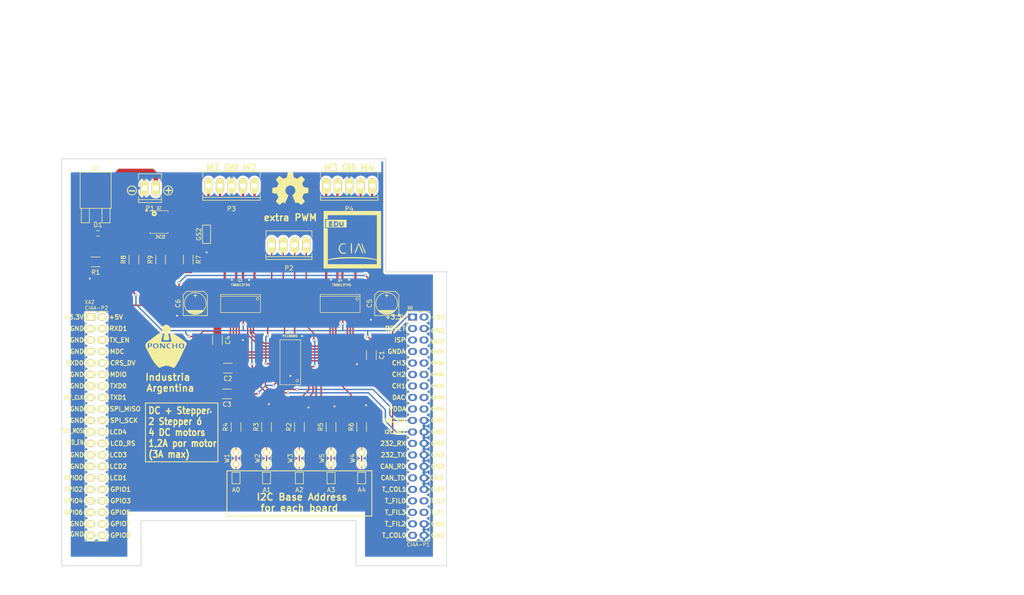
<source format=kicad_pcb>
(kicad_pcb (version 4) (host pcbnew 4.0.4+e1-6308~48~ubuntu15.10.1-stable)

  (general
    (links 131)
    (no_connects 0)
    (area 62.424999 54.924999 147.575001 145.075001)
    (thickness 1.6)
    (drawings 60)
    (tracks 391)
    (zones 0)
    (modules 41)
    (nets 67)
  )

  (page A4)
  (title_block
    (title "Poncho puente H por i2C")
    (date 2016-12-21)
    (rev 1.2)
    (company "Martinez Horacio")
    (comment 1 "revisor: Evangelista Guillermo")
  )

  (layers
    (0 F.Cu signal)
    (31 B.Cu signal)
    (32 B.Adhes user)
    (33 F.Adhes user)
    (34 B.Paste user)
    (35 F.Paste user)
    (36 B.SilkS user)
    (37 F.SilkS user)
    (38 B.Mask user)
    (39 F.Mask user)
    (40 Dwgs.User user)
    (41 Cmts.User user)
    (42 Eco1.User user)
    (43 Eco2.User user)
    (44 Edge.Cuts user)
    (45 Margin user)
    (46 B.CrtYd user)
    (47 F.CrtYd user)
    (48 B.Fab user)
    (49 F.Fab user)
  )

  (setup
    (last_trace_width 0.3)
    (user_trace_width 0.3)
    (user_trace_width 0.5)
    (user_trace_width 0.75)
    (user_trace_width 1)
    (trace_clearance 0.2)
    (zone_clearance 0.5)
    (zone_45_only yes)
    (trace_min 0.2)
    (segment_width 0.2)
    (edge_width 0.15)
    (via_size 1.27)
    (via_drill 0.7)
    (via_min_size 0.4)
    (via_min_drill 0.3)
    (uvia_size 0.3)
    (uvia_drill 0.1)
    (uvias_allowed no)
    (uvia_min_size 0.2)
    (uvia_min_drill 0.1)
    (pcb_text_width 0.3)
    (pcb_text_size 1.5 1.5)
    (mod_edge_width 0.15)
    (mod_text_size 1 1)
    (mod_text_width 0.15)
    (pad_size 1.524 1.524)
    (pad_drill 0.762)
    (pad_to_mask_clearance 0.2)
    (aux_axis_origin 0 0)
    (visible_elements FFFFFFFF)
    (pcbplotparams
      (layerselection 0x00030_80000001)
      (usegerberextensions false)
      (excludeedgelayer true)
      (linewidth 0.100000)
      (plotframeref false)
      (viasonmask false)
      (mode 1)
      (useauxorigin false)
      (hpglpennumber 1)
      (hpglpenspeed 20)
      (hpglpendiameter 15)
      (hpglpenoverlay 2)
      (psnegative false)
      (psa4output false)
      (plotreference true)
      (plotvalue true)
      (plotinvisibletext false)
      (padsonsilk false)
      (subtractmaskfromsilk false)
      (outputformat 1)
      (mirror false)
      (drillshape 1)
      (scaleselection 1)
      (outputdirectory ""))
  )

  (net 0 "")
  (net 1 +3V3)
  (net 2 GND)
  (net 3 +12V)
  (net 4 "Net-(D1-Pad1)")
  (net 5 /A0)
  (net 6 "Net-(GS2-Pad2)")
  (net 7 /A1)
  (net 8 /A2)
  (net 9 /A4)
  (net 10 /A3)
  (net 11 "Net-(P1-Pad1)")
  (net 12 /LED0)
  (net 13 /LED1)
  (net 14 /LED14)
  (net 15 /LED15)
  (net 16 "Net-(P3-Pad1)")
  (net 17 "Net-(P3-Pad2)")
  (net 18 "Net-(P3-Pad4)")
  (net 19 "Net-(P3-Pad5)")
  (net 20 "Net-(P4-Pad1)")
  (net 21 "Net-(P4-Pad2)")
  (net 22 "Net-(P4-Pad4)")
  (net 23 "Net-(P4-Pad5)")
  (net 24 "Net-(R8-Pad2)")
  (net 25 "Net-(R9-Pad2)")
  (net 26 /LED2)
  (net 27 /LED3)
  (net 28 /LED4)
  (net 29 /LED11)
  (net 30 /LED12)
  (net 31 /LED13)
  (net 32 /LED5)
  (net 33 /LED6)
  (net 34 /LED10)
  (net 35 /SCL)
  (net 36 /LED7)
  (net 37 /LED9)
  (net 38 /SDA)
  (net 39 /LED8)
  (net 40 "Net-(XA1-Pad2)")
  (net 41 "Net-(XA1-Pad11)")
  (net 42 "Net-(XA1-Pad13)")
  (net 43 "Net-(XA1-Pad6)")
  (net 44 "Net-(XA1-Pad15)")
  (net 45 "Net-(XA1-Pad8)")
  (net 46 "Net-(XA1-Pad17)")
  (net 47 "Net-(XA1-Pad10)")
  (net 48 "Net-(XA1-Pad12)")
  (net 49 "Net-(XA1-Pad14)")
  (net 50 "Net-(XA1-Pad23)")
  (net 51 "Net-(XA1-Pad16)")
  (net 52 "Net-(XA1-Pad25)")
  (net 53 "Net-(XA1-Pad18)")
  (net 54 "Net-(XA1-Pad27)")
  (net 55 "Net-(XA1-Pad29)")
  (net 56 "Net-(XA1-Pad31)")
  (net 57 "Net-(XA1-Pad33)")
  (net 58 "Net-(XA1-Pad34)")
  (net 59 "Net-(XA1-Pad36)")
  (net 60 "Net-(XA1-Pad35)")
  (net 61 "Net-(XA1-Pad37)")
  (net 62 "Net-(XA1-Pad3)")
  (net 63 "Net-(XA1-Pad5)")
  (net 64 "Net-(XA1-Pad7)")
  (net 65 "Net-(XA1-Pad9)")
  (net 66 "Net-(XA1-Pad39)")

  (net_class Default "This is the default net class."
    (clearance 0.2)
    (trace_width 0.3)
    (via_dia 1.27)
    (via_drill 0.7)
    (uvia_dia 0.3)
    (uvia_drill 0.1)
    (add_net +12V)
    (add_net +3V3)
    (add_net /A0)
    (add_net /A1)
    (add_net /A2)
    (add_net /A3)
    (add_net /A4)
    (add_net /LED0)
    (add_net /LED1)
    (add_net /LED10)
    (add_net /LED11)
    (add_net /LED12)
    (add_net /LED13)
    (add_net /LED14)
    (add_net /LED15)
    (add_net /LED2)
    (add_net /LED3)
    (add_net /LED4)
    (add_net /LED5)
    (add_net /LED6)
    (add_net /LED7)
    (add_net /LED8)
    (add_net /LED9)
    (add_net /SCL)
    (add_net /SDA)
    (add_net GND)
    (add_net "Net-(D1-Pad1)")
    (add_net "Net-(GS2-Pad2)")
    (add_net "Net-(P1-Pad1)")
    (add_net "Net-(P3-Pad1)")
    (add_net "Net-(P3-Pad2)")
    (add_net "Net-(P3-Pad4)")
    (add_net "Net-(P3-Pad5)")
    (add_net "Net-(P4-Pad1)")
    (add_net "Net-(P4-Pad2)")
    (add_net "Net-(P4-Pad4)")
    (add_net "Net-(P4-Pad5)")
    (add_net "Net-(R8-Pad2)")
    (add_net "Net-(R9-Pad2)")
    (add_net "Net-(XA1-Pad10)")
    (add_net "Net-(XA1-Pad11)")
    (add_net "Net-(XA1-Pad12)")
    (add_net "Net-(XA1-Pad13)")
    (add_net "Net-(XA1-Pad14)")
    (add_net "Net-(XA1-Pad15)")
    (add_net "Net-(XA1-Pad16)")
    (add_net "Net-(XA1-Pad17)")
    (add_net "Net-(XA1-Pad18)")
    (add_net "Net-(XA1-Pad2)")
    (add_net "Net-(XA1-Pad23)")
    (add_net "Net-(XA1-Pad25)")
    (add_net "Net-(XA1-Pad27)")
    (add_net "Net-(XA1-Pad29)")
    (add_net "Net-(XA1-Pad3)")
    (add_net "Net-(XA1-Pad31)")
    (add_net "Net-(XA1-Pad33)")
    (add_net "Net-(XA1-Pad34)")
    (add_net "Net-(XA1-Pad35)")
    (add_net "Net-(XA1-Pad36)")
    (add_net "Net-(XA1-Pad37)")
    (add_net "Net-(XA1-Pad39)")
    (add_net "Net-(XA1-Pad5)")
    (add_net "Net-(XA1-Pad6)")
    (add_net "Net-(XA1-Pad7)")
    (add_net "Net-(XA1-Pad8)")
    (add_net "Net-(XA1-Pad9)")
  )

  (net_class net_power ""
    (clearance 0.3)
    (trace_width 0.75)
    (via_dia 1.27)
    (via_drill 0.7)
    (uvia_dia 0.3)
    (uvia_drill 0.1)
  )

  (module tp_final:R_1206_HandSoldering (layer F.Cu) (tedit 5418A20D) (tstamp 5850430D)
    (at 78.45 77.3 90)
    (descr "Resistor SMD 1206, hand soldering")
    (tags "resistor 1206")
    (path /583F173F)
    (attr smd)
    (fp_text reference R8 (at 0 -2.3 90) (layer F.SilkS)
      (effects (font (size 1 1) (thickness 0.15)))
    )
    (fp_text value 3,9K (at 0 2.3 90) (layer F.Fab)
      (effects (font (size 1 1) (thickness 0.15)))
    )
    (fp_line (start -3.3 -1.2) (end 3.3 -1.2) (layer F.CrtYd) (width 0.05))
    (fp_line (start -3.3 1.2) (end 3.3 1.2) (layer F.CrtYd) (width 0.05))
    (fp_line (start -3.3 -1.2) (end -3.3 1.2) (layer F.CrtYd) (width 0.05))
    (fp_line (start 3.3 -1.2) (end 3.3 1.2) (layer F.CrtYd) (width 0.05))
    (fp_line (start 1 1.075) (end -1 1.075) (layer F.SilkS) (width 0.15))
    (fp_line (start -1 -1.075) (end 1 -1.075) (layer F.SilkS) (width 0.15))
    (pad 1 smd rect (at -2 0 90) (size 2 1.7) (layers F.Cu F.Paste F.Mask)
      (net 1 +3V3))
    (pad 2 smd rect (at 2 0 90) (size 2 1.7) (layers F.Cu F.Paste F.Mask)
      (net 24 "Net-(R8-Pad2)"))
    (model Resistors_SMD.3dshapes/R_1206_HandSoldering.wrl
      (at (xyz 0 0 0))
      (scale (xyz 1 1 1))
      (rotate (xyz 0 0 0))
    )
  )

  (module w_smd_dil:ssop-24 (layer F.Cu) (tedit 585B1E6D) (tstamp 58504374)
    (at 102 87 180)
    (descr SSOP-24)
    (path /583243B6)
    (fp_text reference U3 (at 0.1 5.1 360) (layer F.SilkS)
      (effects (font (size 0.50038 0.50038) (thickness 0.09906)))
    )
    (fp_text value TB6612FNG (at 0 4.1 360) (layer F.SilkS)
      (effects (font (size 0.50038 0.50038) (thickness 0.09906)))
    )
    (fp_line (start -4.39928 1.6002) (end 4.39928 1.6002) (layer F.SilkS) (width 0.127))
    (fp_line (start -4.39928 -1.99898) (end 4.39928 -1.99898) (layer F.SilkS) (width 0.127))
    (fp_line (start 4.39928 -1.99898) (end 4.39928 1.99898) (layer F.SilkS) (width 0.127))
    (fp_line (start 4.39928 1.99898) (end -4.39928 1.99898) (layer F.SilkS) (width 0.127))
    (fp_line (start -4.39928 1.99898) (end -4.39928 -1.99898) (layer F.SilkS) (width 0.127))
    (fp_circle (center -3.77444 1.0287) (end -3.90144 1.2827) (layer F.SilkS) (width 0.127))
    (pad 6 smd rect (at -0.3175 2.69748 180) (size 0.34798 1.4986) (layers F.Cu F.Paste F.Mask)
      (net 17 "Net-(P3-Pad2)"))
    (pad 7 smd rect (at 0.3175 2.69748 180) (size 0.34798 1.4986) (layers F.Cu F.Paste F.Mask)
      (net 18 "Net-(P3-Pad4)"))
    (pad 8 smd rect (at 0.9525 2.69748 180) (size 0.34798 1.4986) (layers F.Cu F.Paste F.Mask)
      (net 18 "Net-(P3-Pad4)"))
    (pad 9 smd rect (at 1.5875 2.69748 180) (size 0.34798 1.4986) (layers F.Cu F.Paste F.Mask)
      (net 2 GND))
    (pad 22 smd rect (at -2.2225 -2.69748 180) (size 0.34798 1.4986) (layers F.Cu F.Paste F.Mask)
      (net 37 /LED9))
    (pad 3 smd rect (at -2.2225 2.69748 180) (size 0.34798 1.4986) (layers F.Cu F.Paste F.Mask)
      (net 2 GND))
    (pad 4 smd rect (at -1.5875 2.69748 180) (size 0.34798 1.4986) (layers F.Cu F.Paste F.Mask)
      (net 2 GND))
    (pad 5 smd rect (at -0.9525 2.69748 180) (size 0.34798 1.4986) (layers F.Cu F.Paste F.Mask)
      (net 17 "Net-(P3-Pad2)"))
    (pad 15 smd rect (at 2.2225 -2.69748 180) (size 0.34798 1.4986) (layers F.Cu F.Paste F.Mask)
      (net 31 /LED13))
    (pad 16 smd rect (at 1.5875 -2.69748 180) (size 0.34798 1.4986) (layers F.Cu F.Paste F.Mask)
      (net 30 /LED12))
    (pad 17 smd rect (at 0.9525 -2.69748 180) (size 0.34798 1.4986) (layers F.Cu F.Paste F.Mask)
      (net 29 /LED11))
    (pad 18 smd rect (at 0.3175 -2.69748 180) (size 0.34798 1.4986) (layers F.Cu F.Paste F.Mask)
      (net 2 GND))
    (pad 19 smd rect (at -0.3175 -2.69748 180) (size 0.34798 1.4986) (layers F.Cu F.Paste F.Mask)
      (net 1 +3V3))
    (pad 20 smd rect (at -0.9525 -2.69748 180) (size 0.34798 1.4986) (layers F.Cu F.Paste F.Mask)
      (net 1 +3V3))
    (pad 10 smd rect (at 2.2225 2.69748 180) (size 0.34798 1.4986) (layers F.Cu F.Paste F.Mask)
      (net 2 GND))
    (pad 21 smd rect (at -1.5875 -2.69748 180) (size 0.34798 1.4986) (layers F.Cu F.Paste F.Mask)
      (net 34 /LED10))
    (pad 2 smd rect (at -2.8575 2.69748 180) (size 0.34798 1.4986) (layers F.Cu F.Paste F.Mask)
      (net 16 "Net-(P3-Pad1)"))
    (pad 11 smd rect (at 2.8575 2.69748 180) (size 0.34798 1.4986) (layers F.Cu F.Paste F.Mask)
      (net 19 "Net-(P3-Pad5)"))
    (pad 14 smd rect (at 2.8575 -2.69748 180) (size 0.34798 1.4986) (layers F.Cu F.Paste F.Mask)
      (net 3 +12V))
    (pad 23 smd rect (at -2.8575 -2.69748 180) (size 0.34798 1.4986) (layers F.Cu F.Paste F.Mask)
      (net 39 /LED8))
    (pad 1 smd rect (at -3.4925 2.69748 180) (size 0.34798 1.4986) (layers F.Cu F.Paste F.Mask)
      (net 16 "Net-(P3-Pad1)"))
    (pad 12 smd rect (at 3.4925 2.69748 180) (size 0.34798 1.4986) (layers F.Cu F.Paste F.Mask)
      (net 19 "Net-(P3-Pad5)"))
    (pad 13 smd rect (at 3.4925 -2.69748 180) (size 0.34798 1.4986) (layers F.Cu F.Paste F.Mask)
      (net 3 +12V))
    (pad 24 smd rect (at -3.4925 -2.69748 180) (size 0.34798 1.4986) (layers F.Cu F.Paste F.Mask)
      (net 3 +12V))
    (model ${KISYS3DMOD}/Housings_SSOP.3dshapes/TSSOP-24_4.4x7.8mm_Pitch0.65mm.wrl
      (at (xyz 0 0 0))
      (scale (xyz 1 1 1))
      (rotate (xyz 0 0 -90))
    )
  )

  (module tp_final:SOIC-8 (layer F.Cu) (tedit 53B412FC) (tstamp 58504352)
    (at 84 69)
    (descr SO-8)
    (path /583345C7)
    (fp_text reference U2 (at 0 -3.1) (layer F.SilkS)
      (effects (font (size 0.7112 0.4572) (thickness 0.1143)))
    )
    (fp_text value 24C32 (at 0.3 3.3) (layer F.SilkS)
      (effects (font (size 0.7112 0.4572) (thickness 0.1143)))
    )
    (fp_line (start -2 -2.5) (end -2 -2.3) (layer F.SilkS) (width 0.127))
    (fp_line (start -2 2.5) (end -2 2.3) (layer F.SilkS) (width 0.127))
    (fp_line (start 2 2.5) (end 2 2.3) (layer F.SilkS) (width 0.127))
    (fp_line (start 2 -2.5) (end 2 -2.3) (layer F.SilkS) (width 0.127))
    (fp_circle (center -2.7746 -2.5764) (end -2.8 -2.5) (layer F.SilkS) (width 0.2032))
    (fp_line (start 2 -2.5) (end -2 -2.5) (layer F.SilkS) (width 0.127))
    (fp_line (start -2 2.5) (end 2 2.5) (layer F.SilkS) (width 0.127))
    (fp_circle (center -1.0746 -1.8764) (end -1.1 -1.7) (layer F.SilkS) (width 0.4))
    (pad 1 smd rect (at -2.7 -1.905 270) (size 0.6 1.52) (layers F.Cu F.Paste F.Mask)
      (net 2 GND))
    (pad 2 smd rect (at -2.7 -0.635 270) (size 0.6 1.52) (layers F.Cu F.Paste F.Mask)
      (net 2 GND))
    (pad 3 smd rect (at -2.7 0.635 270) (size 0.6 1.52) (layers F.Cu F.Paste F.Mask)
      (net 2 GND))
    (pad 4 smd rect (at -2.7 1.905 270) (size 0.6 1.52) (layers F.Cu F.Paste F.Mask)
      (net 2 GND))
    (pad 5 smd rect (at 2.7 1.905 270) (size 0.6 1.52) (layers F.Cu F.Paste F.Mask)
      (net 24 "Net-(R8-Pad2)"))
    (pad 6 smd rect (at 2.7 0.635 270) (size 0.6 1.52) (layers F.Cu F.Paste F.Mask)
      (net 25 "Net-(R9-Pad2)"))
    (pad 7 smd rect (at 2.7 -0.635 270) (size 0.6 1.52) (layers F.Cu F.Paste F.Mask)
      (net 6 "Net-(GS2-Pad2)"))
    (pad 8 smd rect (at 2.7 -1.905 270) (size 0.6 1.52) (layers F.Cu F.Paste F.Mask)
      (net 1 +3V3))
    (model ${KIPRJMOD}/ej2.3dshapes/so-8.wrl
      (at (xyz 0 0 0))
      (scale (xyz 0.395 0.395 0.395))
      (rotate (xyz 0 0 0))
    )
    (model Housings_SOIC.3dshapes/SOIC-8_3.9x4.9mm_Pitch1.27mm.wrl
      (at (xyz 0 0 0))
      (scale (xyz 1 1 1))
      (rotate (xyz 0 0 0))
    )
  )

  (module tp_final:R_1206_HandSoldering (layer F.Cu) (tedit 5418A20D) (tstamp 585041D8)
    (at 130.9 98.4 270)
    (descr "Resistor SMD 1206, hand soldering")
    (tags "resistor 1206")
    (path /583A799D)
    (attr smd)
    (fp_text reference C1 (at 0 -2.3 270) (layer F.SilkS)
      (effects (font (size 1 1) (thickness 0.15)))
    )
    (fp_text value 10uf (at 0 2.3 270) (layer F.Fab)
      (effects (font (size 1 1) (thickness 0.15)))
    )
    (fp_line (start -3.3 -1.2) (end 3.3 -1.2) (layer F.CrtYd) (width 0.05))
    (fp_line (start -3.3 1.2) (end 3.3 1.2) (layer F.CrtYd) (width 0.05))
    (fp_line (start -3.3 -1.2) (end -3.3 1.2) (layer F.CrtYd) (width 0.05))
    (fp_line (start 3.3 -1.2) (end 3.3 1.2) (layer F.CrtYd) (width 0.05))
    (fp_line (start 1 1.075) (end -1 1.075) (layer F.SilkS) (width 0.15))
    (fp_line (start -1 -1.075) (end 1 -1.075) (layer F.SilkS) (width 0.15))
    (pad 1 smd rect (at -2 0 270) (size 2 1.7) (layers F.Cu F.Paste F.Mask)
      (net 1 +3V3))
    (pad 2 smd rect (at 2 0 270) (size 2 1.7) (layers F.Cu F.Paste F.Mask)
      (net 2 GND))
    (model Resistors_SMD.3dshapes/R_1206_HandSoldering.wrl
      (at (xyz 0 0 0))
      (scale (xyz 1 1 1))
      (rotate (xyz 0 0 0))
    )
  )

  (module tp_final:R_1206_HandSoldering (layer F.Cu) (tedit 5418A20D) (tstamp 585041E4)
    (at 99.2 101.3 180)
    (descr "Resistor SMD 1206, hand soldering")
    (tags "resistor 1206")
    (path /583A79EE)
    (attr smd)
    (fp_text reference C2 (at 0 -2.3 180) (layer F.SilkS)
      (effects (font (size 1 1) (thickness 0.15)))
    )
    (fp_text value 0,1uf (at 0 2.3 180) (layer F.Fab)
      (effects (font (size 1 1) (thickness 0.15)))
    )
    (fp_line (start -3.3 -1.2) (end 3.3 -1.2) (layer F.CrtYd) (width 0.05))
    (fp_line (start -3.3 1.2) (end 3.3 1.2) (layer F.CrtYd) (width 0.05))
    (fp_line (start -3.3 -1.2) (end -3.3 1.2) (layer F.CrtYd) (width 0.05))
    (fp_line (start 3.3 -1.2) (end 3.3 1.2) (layer F.CrtYd) (width 0.05))
    (fp_line (start 1 1.075) (end -1 1.075) (layer F.SilkS) (width 0.15))
    (fp_line (start -1 -1.075) (end 1 -1.075) (layer F.SilkS) (width 0.15))
    (pad 1 smd rect (at -2 0 180) (size 2 1.7) (layers F.Cu F.Paste F.Mask)
      (net 1 +3V3))
    (pad 2 smd rect (at 2 0 180) (size 2 1.7) (layers F.Cu F.Paste F.Mask)
      (net 2 GND))
    (model Resistors_SMD.3dshapes/R_1206_HandSoldering.wrl
      (at (xyz 0 0 0))
      (scale (xyz 1 1 1))
      (rotate (xyz 0 0 0))
    )
  )

  (module tp_final:R_1206_HandSoldering (layer F.Cu) (tedit 5418A20D) (tstamp 585041F0)
    (at 99 107 180)
    (descr "Resistor SMD 1206, hand soldering")
    (tags "resistor 1206")
    (path /583A7A33)
    (attr smd)
    (fp_text reference C3 (at 0 -2.3 180) (layer F.SilkS)
      (effects (font (size 1 1) (thickness 0.15)))
    )
    (fp_text value 0,1uf (at 0 2.3 180) (layer F.Fab)
      (effects (font (size 1 1) (thickness 0.15)))
    )
    (fp_line (start -3.3 -1.2) (end 3.3 -1.2) (layer F.CrtYd) (width 0.05))
    (fp_line (start -3.3 1.2) (end 3.3 1.2) (layer F.CrtYd) (width 0.05))
    (fp_line (start -3.3 -1.2) (end -3.3 1.2) (layer F.CrtYd) (width 0.05))
    (fp_line (start 3.3 -1.2) (end 3.3 1.2) (layer F.CrtYd) (width 0.05))
    (fp_line (start 1 1.075) (end -1 1.075) (layer F.SilkS) (width 0.15))
    (fp_line (start -1 -1.075) (end 1 -1.075) (layer F.SilkS) (width 0.15))
    (pad 1 smd rect (at -2 0 180) (size 2 1.7) (layers F.Cu F.Paste F.Mask)
      (net 1 +3V3))
    (pad 2 smd rect (at 2 0 180) (size 2 1.7) (layers F.Cu F.Paste F.Mask)
      (net 2 GND))
    (model Resistors_SMD.3dshapes/R_1206_HandSoldering.wrl
      (at (xyz 0 0 0))
      (scale (xyz 1 1 1))
      (rotate (xyz 0 0 0))
    )
  )

  (module tp_final:R_1206_HandSoldering (layer F.Cu) (tedit 5418A20D) (tstamp 585041FC)
    (at 96.9 95.1 270)
    (descr "Resistor SMD 1206, hand soldering")
    (tags "resistor 1206")
    (path /583A7A78)
    (attr smd)
    (fp_text reference C4 (at 0 -2.3 270) (layer F.SilkS)
      (effects (font (size 1 1) (thickness 0.15)))
    )
    (fp_text value 10uf (at 0 2.3 270) (layer F.Fab)
      (effects (font (size 1 1) (thickness 0.15)))
    )
    (fp_line (start -3.3 -1.2) (end 3.3 -1.2) (layer F.CrtYd) (width 0.05))
    (fp_line (start -3.3 1.2) (end 3.3 1.2) (layer F.CrtYd) (width 0.05))
    (fp_line (start -3.3 -1.2) (end -3.3 1.2) (layer F.CrtYd) (width 0.05))
    (fp_line (start 3.3 -1.2) (end 3.3 1.2) (layer F.CrtYd) (width 0.05))
    (fp_line (start 1 1.075) (end -1 1.075) (layer F.SilkS) (width 0.15))
    (fp_line (start -1 -1.075) (end 1 -1.075) (layer F.SilkS) (width 0.15))
    (pad 1 smd rect (at -2 0 270) (size 2 1.7) (layers F.Cu F.Paste F.Mask)
      (net 1 +3V3))
    (pad 2 smd rect (at 2 0 270) (size 2 1.7) (layers F.Cu F.Paste F.Mask)
      (net 2 GND))
    (model Resistors_SMD.3dshapes/R_1206_HandSoldering.wrl
      (at (xyz 0 0 0))
      (scale (xyz 1 1 1))
      (rotate (xyz 0 0 0))
    )
  )

  (module tp_final:C_0603_HandSoldering (layer F.Cu) (tedit 541A9B4D) (tstamp 58504220)
    (at 70.5 71.5)
    (descr "Capacitor SMD 0603, hand soldering")
    (tags "capacitor 0603")
    (path /5832107C)
    (attr smd)
    (fp_text reference D1 (at 0 -1.9) (layer F.SilkS)
      (effects (font (size 1 1) (thickness 0.15)))
    )
    (fp_text value Green (at 0 1.9) (layer F.Fab)
      (effects (font (size 1 1) (thickness 0.15)))
    )
    (fp_line (start -1.85 -0.75) (end 1.85 -0.75) (layer F.CrtYd) (width 0.05))
    (fp_line (start -1.85 0.75) (end 1.85 0.75) (layer F.CrtYd) (width 0.05))
    (fp_line (start -1.85 -0.75) (end -1.85 0.75) (layer F.CrtYd) (width 0.05))
    (fp_line (start 1.85 -0.75) (end 1.85 0.75) (layer F.CrtYd) (width 0.05))
    (fp_line (start -0.35 -0.6) (end 0.35 -0.6) (layer F.SilkS) (width 0.15))
    (fp_line (start 0.35 0.6) (end -0.35 0.6) (layer F.SilkS) (width 0.15))
    (pad 1 smd rect (at -0.95 0) (size 1.2 0.75) (layers F.Cu F.Paste F.Mask)
      (net 4 "Net-(D1-Pad1)"))
    (pad 2 smd rect (at 0.95 0) (size 1.2 0.75) (layers F.Cu F.Paste F.Mask)
      (net 3 +12V))
    (model Capacitors_SMD.3dshapes/C_0603_HandSoldering.wrl
      (at (xyz 0 0 0))
      (scale (xyz 1 1 1))
      (rotate (xyz 0 0 0))
    )
  )

  (module Connect:GS2 (layer F.Cu) (tedit 585B24EC) (tstamp 5850422A)
    (at 101 125.6)
    (descr "Pontet Goute de soudure")
    (path /583AF954)
    (attr virtual)
    (fp_text reference A0 (at 0 2.6) (layer F.SilkS)
      (effects (font (size 1 1) (thickness 0.15)))
    )
    (fp_text value GS2 (at 1.524 0 90) (layer F.Fab)
      (effects (font (size 1 1) (thickness 0.15)))
    )
    (fp_line (start -0.889 -1.27) (end -0.889 1.27) (layer F.SilkS) (width 0.15))
    (fp_line (start 0.889 1.27) (end 0.889 -1.27) (layer F.SilkS) (width 0.15))
    (fp_line (start 0.889 1.27) (end -0.889 1.27) (layer F.SilkS) (width 0.15))
    (fp_line (start -0.889 -1.27) (end 0.889 -1.27) (layer F.SilkS) (width 0.15))
    (pad 1 smd rect (at 0 -0.635) (size 1.27 0.9652) (layers F.Cu F.Paste F.Mask)
      (net 5 /A0))
    (pad 2 smd rect (at 0 0.635) (size 1.27 0.9652) (layers F.Cu F.Paste F.Mask)
      (net 1 +3V3))
  )

  (module GS4:GS4 (layer F.Cu) (tedit 583F8DCC) (tstamp 58504234)
    (at 94.5 71.7 180)
    (path /58336732)
    (fp_text reference GS2 (at 1.7018 0 270) (layer F.SilkS)
      (effects (font (size 1 1) (thickness 0.15)))
    )
    (fp_text value GS4 (at -1.6002 0 270) (layer F.Fab)
      (effects (font (size 1 1) (thickness 0.15)))
    )
    (fp_line (start -0.889 -2.032) (end -0.889 2.032) (layer F.SilkS) (width 0.15))
    (fp_line (start -0.889 2.032) (end 0.889 2.032) (layer F.SilkS) (width 0.15))
    (fp_line (start 0.889 2.032) (end 0.889 -2.032) (layer F.SilkS) (width 0.15))
    (fp_line (start 0.889 -2.032) (end -0.889 -2.032) (layer F.SilkS) (width 0.15))
    (pad 1 smd trapezoid (at 0 -1.016 180) (size 1.4 1.7) (layers F.Cu F.Paste F.Mask)
      (net 2 GND))
    (pad 2 smd trapezoid (at 0 1.016 180) (size 1.4 1.7) (layers F.Cu F.Paste F.Mask)
      (net 6 "Net-(GS2-Pad2)"))
  )

  (module Connect:GS2 (layer F.Cu) (tedit 585B24F6) (tstamp 5850423E)
    (at 107.75 125.6)
    (descr "Pontet Goute de soudure")
    (path /583B33D5)
    (attr virtual)
    (fp_text reference A1 (at 0.05 2.6) (layer F.SilkS)
      (effects (font (size 1 1) (thickness 0.15)))
    )
    (fp_text value GS2 (at 1.524 0 90) (layer F.Fab)
      (effects (font (size 1 1) (thickness 0.15)))
    )
    (fp_line (start -0.889 -1.27) (end -0.889 1.27) (layer F.SilkS) (width 0.15))
    (fp_line (start 0.889 1.27) (end 0.889 -1.27) (layer F.SilkS) (width 0.15))
    (fp_line (start 0.889 1.27) (end -0.889 1.27) (layer F.SilkS) (width 0.15))
    (fp_line (start -0.889 -1.27) (end 0.889 -1.27) (layer F.SilkS) (width 0.15))
    (pad 1 smd rect (at 0 -0.635) (size 1.27 0.9652) (layers F.Cu F.Paste F.Mask)
      (net 7 /A1))
    (pad 2 smd rect (at 0 0.635) (size 1.27 0.9652) (layers F.Cu F.Paste F.Mask)
      (net 1 +3V3))
  )

  (module Connect:GS2 (layer F.Cu) (tedit 585B2503) (tstamp 58504248)
    (at 115 125.6)
    (descr "Pontet Goute de soudure")
    (path /583B3481)
    (attr virtual)
    (fp_text reference A2 (at 0 2.6) (layer F.SilkS)
      (effects (font (size 1 1) (thickness 0.15)))
    )
    (fp_text value GS2 (at 1.524 0 90) (layer F.Fab)
      (effects (font (size 1 1) (thickness 0.15)))
    )
    (fp_line (start -0.889 -1.27) (end -0.889 1.27) (layer F.SilkS) (width 0.15))
    (fp_line (start 0.889 1.27) (end 0.889 -1.27) (layer F.SilkS) (width 0.15))
    (fp_line (start 0.889 1.27) (end -0.889 1.27) (layer F.SilkS) (width 0.15))
    (fp_line (start -0.889 -1.27) (end 0.889 -1.27) (layer F.SilkS) (width 0.15))
    (pad 1 smd rect (at 0 -0.635) (size 1.27 0.9652) (layers F.Cu F.Paste F.Mask)
      (net 8 /A2))
    (pad 2 smd rect (at 0 0.635) (size 1.27 0.9652) (layers F.Cu F.Paste F.Mask)
      (net 1 +3V3))
  )

  (module Connect:GS2 (layer F.Cu) (tedit 585B2521) (tstamp 58504252)
    (at 128.75 125.6)
    (descr "Pontet Goute de soudure")
    (path /583B34F0)
    (attr virtual)
    (fp_text reference A4 (at 0.05 2.6) (layer F.SilkS)
      (effects (font (size 1 1) (thickness 0.15)))
    )
    (fp_text value GS2 (at 1.524 0 90) (layer F.Fab)
      (effects (font (size 1 1) (thickness 0.15)))
    )
    (fp_line (start -0.889 -1.27) (end -0.889 1.27) (layer F.SilkS) (width 0.15))
    (fp_line (start 0.889 1.27) (end 0.889 -1.27) (layer F.SilkS) (width 0.15))
    (fp_line (start 0.889 1.27) (end -0.889 1.27) (layer F.SilkS) (width 0.15))
    (fp_line (start -0.889 -1.27) (end 0.889 -1.27) (layer F.SilkS) (width 0.15))
    (pad 1 smd rect (at 0 -0.635) (size 1.27 0.9652) (layers F.Cu F.Paste F.Mask)
      (net 9 /A4))
    (pad 2 smd rect (at 0 0.635) (size 1.27 0.9652) (layers F.Cu F.Paste F.Mask)
      (net 1 +3V3))
  )

  (module Connect:GS2 (layer F.Cu) (tedit 585B2514) (tstamp 5850425C)
    (at 122 125.6)
    (descr "Pontet Goute de soudure")
    (path /583B35AC)
    (attr virtual)
    (fp_text reference A3 (at 0 2.6) (layer F.SilkS)
      (effects (font (size 1 1) (thickness 0.15)))
    )
    (fp_text value GS2 (at 1.524 0 90) (layer F.Fab)
      (effects (font (size 1 1) (thickness 0.15)))
    )
    (fp_line (start -0.889 -1.27) (end -0.889 1.27) (layer F.SilkS) (width 0.15))
    (fp_line (start 0.889 1.27) (end 0.889 -1.27) (layer F.SilkS) (width 0.15))
    (fp_line (start 0.889 1.27) (end -0.889 1.27) (layer F.SilkS) (width 0.15))
    (fp_line (start -0.889 -1.27) (end 0.889 -1.27) (layer F.SilkS) (width 0.15))
    (pad 1 smd rect (at 0 -0.635) (size 1.27 0.9652) (layers F.Cu F.Paste F.Mask)
      (net 10 /A3))
    (pad 2 smd rect (at 0 0.635) (size 1.27 0.9652) (layers F.Cu F.Paste F.Mask)
      (net 1 +3V3))
  )

  (module Sockets_MOLEX_KK-System:Socket_MOLEX-KK-RM2-54mm_Lock_2pin_straight (layer F.Cu) (tedit 0) (tstamp 5850426C)
    (at 82 61.5 180)
    (descr "Socket, MOLEX, KK, RM 2.54mm, Lock, 2pin, straight,")
    (tags "Socket, MOLEX, KK, RM 2.54mm, Lock, 2pin, straight,")
    (path /58322000)
    (fp_text reference P1 (at 0 -4.445 180) (layer F.SilkS)
      (effects (font (size 1 1) (thickness 0.15)))
    )
    (fp_text value CONN_01X02 (at -0.635 5.08 180) (layer F.Fab)
      (effects (font (size 1 1) (thickness 0.15)))
    )
    (fp_line (start -2.54 -2.54) (end 2.54 -2.54) (layer F.SilkS) (width 0.15))
    (fp_line (start 2.54 3.175) (end 2.54 1.905) (layer F.SilkS) (width 0.15))
    (fp_line (start 2.54 -2.54) (end 2.54 -1.905) (layer F.SilkS) (width 0.15))
    (fp_line (start -2.54 2.54) (end -2.54 1.905) (layer F.SilkS) (width 0.15))
    (fp_line (start -2.54 -2.54) (end -2.54 -1.905) (layer F.SilkS) (width 0.15))
    (fp_line (start -2.54 -2.54) (end -2.54 -3.175) (layer F.SilkS) (width 0.15))
    (fp_line (start -2.54 -3.175) (end 2.54 -3.175) (layer F.SilkS) (width 0.15))
    (fp_line (start 2.54 -3.175) (end 2.54 -2.54) (layer F.SilkS) (width 0.15))
    (fp_line (start 2.54 3.175) (end -2.54 3.175) (layer F.SilkS) (width 0.15))
    (fp_line (start -2.54 3.175) (end -2.54 2.54) (layer F.SilkS) (width 0.15))
    (pad 1 thru_hole oval (at -1.27 0 180) (size 1.80086 3.50012) (drill 1.19888) (layers *.Cu *.Mask F.SilkS)
      (net 11 "Net-(P1-Pad1)"))
    (pad 2 thru_hole oval (at 1.27 0 180) (size 1.80086 3.50012) (drill 1.19888) (layers *.Cu *.Mask F.SilkS)
      (net 2 GND))
    (model Terminal_Blocks.3dshapes/TerminalBlock_Pheonix_MPT-2.54mm_2pol.wrl
      (at (xyz 0 0 0))
      (scale (xyz 1 1 1))
      (rotate (xyz 0 0 0))
    )
  )

  (module Sockets_MOLEX_KK-System:Socket_MOLEX-KK-RM2-54mm_Lock_4pin_straight (layer F.Cu) (tedit 585E6E8C) (tstamp 5850427B)
    (at 112.7 74.1 180)
    (descr "Socket, MOLEX, KK, RM 2.54mm, Lock, 4pin, straight,")
    (tags "Socket, MOLEX, KK, RM 2.54mm, Lock, 4pin, straight,")
    (path /583BC9C2)
    (fp_text reference P2 (at 0 -5.08 180) (layer F.SilkS)
      (effects (font (size 1 1) (thickness 0.15)))
    )
    (fp_text value CONN_01X04 (at -0.3 3.1 180) (layer F.Fab)
      (effects (font (size 1 1) (thickness 0.15)))
    )
    (fp_line (start 5.08 -2.54) (end -5.08 -2.54) (layer F.SilkS) (width 0.15))
    (fp_line (start 5.08 1.905) (end 5.08 3.175) (layer F.SilkS) (width 0.15))
    (fp_line (start -5.08 -1.905) (end -5.08 -3.175) (layer F.SilkS) (width 0.15))
    (fp_line (start -5.08 -3.175) (end 5.08 -3.175) (layer F.SilkS) (width 0.15))
    (fp_line (start 5.08 -3.175) (end 5.08 -1.905) (layer F.SilkS) (width 0.15))
    (fp_line (start 5.08 3.175) (end -5.08 3.175) (layer F.SilkS) (width 0.15))
    (fp_line (start -5.08 3.175) (end -5.08 1.905) (layer F.SilkS) (width 0.15))
    (pad 1 thru_hole oval (at -3.81 0 180) (size 1.80086 3.50012) (drill 1.19888) (layers *.Cu *.Mask F.SilkS)
      (net 12 /LED0))
    (pad 2 thru_hole oval (at -1.27 0 180) (size 1.80086 3.50012) (drill 1.19888) (layers *.Cu *.Mask F.SilkS)
      (net 13 /LED1))
    (pad 3 thru_hole oval (at 1.27 0 180) (size 1.80086 3.50012) (drill 1.19888) (layers *.Cu *.Mask F.SilkS)
      (net 14 /LED14))
    (pad 4 thru_hole oval (at 3.81 0 180) (size 1.80086 3.50012) (drill 1.19888) (layers *.Cu *.Mask F.SilkS)
      (net 15 /LED15))
    (model Terminal_Blocks.3dshapes/TerminalBlock_Pheonix_MPT-2.54mm_4pol.wrl
      (at (xyz 0 0 0))
      (scale (xyz 1 1 1))
      (rotate (xyz 0 0 0))
    )
  )

  (module Sockets_MOLEX_KK-System:Socket_MOLEX-KK-RM2-54mm_Lock_5pin_straight (layer F.Cu) (tedit 0) (tstamp 5850428B)
    (at 100 61 180)
    (descr "Socket, MOLEX, KK, RM 2.54mm, Lock, 5pin, straight,")
    (tags "Socket, MOLEX, KK, RM 2.54mm, Lock, 5pin, straight,")
    (path /582F5953)
    (fp_text reference P3 (at 0 -5.08 180) (layer F.SilkS)
      (effects (font (size 1 1) (thickness 0.15)))
    )
    (fp_text value CONN_01X05 (at 0 5.08 180) (layer F.Fab)
      (effects (font (size 1 1) (thickness 0.15)))
    )
    (fp_line (start 6.35 3.175) (end 6.35 1.905) (layer F.SilkS) (width 0.15))
    (fp_line (start 6.35 -2.54) (end -6.35 -2.54) (layer F.SilkS) (width 0.15))
    (fp_line (start -6.35 -3.175) (end 6.35 -3.175) (layer F.SilkS) (width 0.15))
    (fp_line (start 6.35 -1.905) (end 6.35 -3.175) (layer F.SilkS) (width 0.15))
    (fp_line (start -6.35 -1.905) (end -6.35 -3.175) (layer F.SilkS) (width 0.15))
    (fp_line (start 6.35 3.175) (end -6.35 3.175) (layer F.SilkS) (width 0.15))
    (fp_line (start -6.35 3.175) (end -6.35 1.905) (layer F.SilkS) (width 0.15))
    (pad 1 thru_hole oval (at -5.08 0 180) (size 1.80086 3.50012) (drill 1.19888) (layers *.Cu *.Mask F.SilkS)
      (net 16 "Net-(P3-Pad1)"))
    (pad 2 thru_hole oval (at -2.54 0 180) (size 1.80086 3.50012) (drill 1.19888) (layers *.Cu *.Mask F.SilkS)
      (net 17 "Net-(P3-Pad2)"))
    (pad 3 thru_hole oval (at 0 0 180) (size 1.80086 3.50012) (drill 1.19888) (layers *.Cu *.Mask F.SilkS)
      (net 2 GND))
    (pad 4 thru_hole oval (at 2.54 0 180) (size 1.80086 3.50012) (drill 1.19888) (layers *.Cu *.Mask F.SilkS)
      (net 18 "Net-(P3-Pad4)"))
    (pad 5 thru_hole oval (at 5.08 0 180) (size 1.80086 3.50012) (drill 1.19888) (layers *.Cu *.Mask F.SilkS)
      (net 19 "Net-(P3-Pad5)"))
    (model Terminal_Blocks.3dshapes/TerminalBlock_Pheonix_MPT-2.54mm_5pol.wrl
      (at (xyz 0 0 0))
      (scale (xyz 1 1 1))
      (rotate (xyz 0 0 0))
    )
  )

  (module Sockets_MOLEX_KK-System:Socket_MOLEX-KK-RM2-54mm_Lock_5pin_straight (layer F.Cu) (tedit 0) (tstamp 5850429B)
    (at 126 61 180)
    (descr "Socket, MOLEX, KK, RM 2.54mm, Lock, 5pin, straight,")
    (tags "Socket, MOLEX, KK, RM 2.54mm, Lock, 5pin, straight,")
    (path /583A8338)
    (fp_text reference P4 (at 0 -5.08 180) (layer F.SilkS)
      (effects (font (size 1 1) (thickness 0.15)))
    )
    (fp_text value CONN_01X05 (at 0 5.08 180) (layer F.Fab)
      (effects (font (size 1 1) (thickness 0.15)))
    )
    (fp_line (start 6.35 3.175) (end 6.35 1.905) (layer F.SilkS) (width 0.15))
    (fp_line (start 6.35 -2.54) (end -6.35 -2.54) (layer F.SilkS) (width 0.15))
    (fp_line (start -6.35 -3.175) (end 6.35 -3.175) (layer F.SilkS) (width 0.15))
    (fp_line (start 6.35 -1.905) (end 6.35 -3.175) (layer F.SilkS) (width 0.15))
    (fp_line (start -6.35 -1.905) (end -6.35 -3.175) (layer F.SilkS) (width 0.15))
    (fp_line (start 6.35 3.175) (end -6.35 3.175) (layer F.SilkS) (width 0.15))
    (fp_line (start -6.35 3.175) (end -6.35 1.905) (layer F.SilkS) (width 0.15))
    (pad 1 thru_hole oval (at -5.08 0 180) (size 1.80086 3.50012) (drill 1.19888) (layers *.Cu *.Mask F.SilkS)
      (net 20 "Net-(P4-Pad1)"))
    (pad 2 thru_hole oval (at -2.54 0 180) (size 1.80086 3.50012) (drill 1.19888) (layers *.Cu *.Mask F.SilkS)
      (net 21 "Net-(P4-Pad2)"))
    (pad 3 thru_hole oval (at 0 0 180) (size 1.80086 3.50012) (drill 1.19888) (layers *.Cu *.Mask F.SilkS)
      (net 2 GND))
    (pad 4 thru_hole oval (at 2.54 0 180) (size 1.80086 3.50012) (drill 1.19888) (layers *.Cu *.Mask F.SilkS)
      (net 22 "Net-(P4-Pad4)"))
    (pad 5 thru_hole oval (at 5.08 0 180) (size 1.80086 3.50012) (drill 1.19888) (layers *.Cu *.Mask F.SilkS)
      (net 23 "Net-(P4-Pad5)"))
    (model Terminal_Blocks.3dshapes/TerminalBlock_Pheonix_MPT-2.54mm_5pol.wrl
      (at (xyz 0 0 0))
      (scale (xyz 1 1 1))
      (rotate (xyz 0 0 0))
    )
  )

  (module TO_SOT_Packages_SMD:TO-252-2Lead (layer F.Cu) (tedit 0) (tstamp 585042AD)
    (at 70 67.5)
    (descr "DPAK / TO-252 2-lead smd package")
    (tags "dpak TO-252")
    (path /58321F8D)
    (attr smd)
    (fp_text reference Q1 (at 0 -10.414) (layer F.SilkS)
      (effects (font (size 1 1) (thickness 0.15)))
    )
    (fp_text value AOD417 (at 0 -2.413) (layer F.Fab)
      (effects (font (size 1 1) (thickness 0.15)))
    )
    (fp_line (start 1.397 -1.524) (end 1.397 1.651) (layer F.SilkS) (width 0.15))
    (fp_line (start 1.397 1.651) (end 3.175 1.651) (layer F.SilkS) (width 0.15))
    (fp_line (start 3.175 1.651) (end 3.175 -1.524) (layer F.SilkS) (width 0.15))
    (fp_line (start -3.175 -1.524) (end -3.175 1.651) (layer F.SilkS) (width 0.15))
    (fp_line (start -3.175 1.651) (end -1.397 1.651) (layer F.SilkS) (width 0.15))
    (fp_line (start -1.397 1.651) (end -1.397 -1.524) (layer F.SilkS) (width 0.15))
    (fp_line (start 3.429 -7.62) (end 3.429 -1.524) (layer F.SilkS) (width 0.15))
    (fp_line (start 3.429 -1.524) (end -3.429 -1.524) (layer F.SilkS) (width 0.15))
    (fp_line (start -3.429 -1.524) (end -3.429 -9.398) (layer F.SilkS) (width 0.15))
    (fp_line (start -3.429 -9.525) (end 3.429 -9.525) (layer F.SilkS) (width 0.15))
    (fp_line (start 3.429 -9.398) (end 3.429 -7.62) (layer F.SilkS) (width 0.15))
    (pad 1 smd rect (at -2.286 0) (size 1.651 3.048) (layers F.Cu F.Paste F.Mask)
      (net 2 GND))
    (pad 2 smd rect (at 0 -6.35) (size 6.096 6.096) (layers F.Cu F.Paste F.Mask)
      (net 11 "Net-(P1-Pad1)"))
    (pad 3 smd rect (at 2.286 0) (size 1.651 3.048) (layers F.Cu F.Paste F.Mask)
      (net 3 +12V))
    (model TO_SOT_Packages_SMD.3dshapes/TO-252-2Lead.wrl
      (at (xyz 0 0 0))
      (scale (xyz 1 1 1))
      (rotate (xyz 0 0 0))
    )
  )

  (module tp_final:R_1206_HandSoldering (layer F.Cu) (tedit 5418A20D) (tstamp 585042B9)
    (at 70 77.8 180)
    (descr "Resistor SMD 1206, hand soldering")
    (tags "resistor 1206")
    (path /583A437F)
    (attr smd)
    (fp_text reference R1 (at 0 -2.3 180) (layer F.SilkS)
      (effects (font (size 1 1) (thickness 0.15)))
    )
    (fp_text value 1K (at 0 2.3 180) (layer F.Fab)
      (effects (font (size 1 1) (thickness 0.15)))
    )
    (fp_line (start -3.3 -1.2) (end 3.3 -1.2) (layer F.CrtYd) (width 0.05))
    (fp_line (start -3.3 1.2) (end 3.3 1.2) (layer F.CrtYd) (width 0.05))
    (fp_line (start -3.3 -1.2) (end -3.3 1.2) (layer F.CrtYd) (width 0.05))
    (fp_line (start 3.3 -1.2) (end 3.3 1.2) (layer F.CrtYd) (width 0.05))
    (fp_line (start 1 1.075) (end -1 1.075) (layer F.SilkS) (width 0.15))
    (fp_line (start -1 -1.075) (end 1 -1.075) (layer F.SilkS) (width 0.15))
    (pad 1 smd rect (at -2 0 180) (size 2 1.7) (layers F.Cu F.Paste F.Mask)
      (net 4 "Net-(D1-Pad1)"))
    (pad 2 smd rect (at 2 0 180) (size 2 1.7) (layers F.Cu F.Paste F.Mask)
      (net 2 GND))
    (model Resistors_SMD.3dshapes/R_1206_HandSoldering.wrl
      (at (xyz 0 0 0))
      (scale (xyz 1 1 1))
      (rotate (xyz 0 0 0))
    )
  )

  (module tp_final:R_1206_HandSoldering (layer F.Cu) (tedit 5418A20D) (tstamp 585042C5)
    (at 115 114.3 90)
    (descr "Resistor SMD 1206, hand soldering")
    (tags "resistor 1206")
    (path /583A391B)
    (attr smd)
    (fp_text reference R2 (at 0 -2.3 90) (layer F.SilkS)
      (effects (font (size 1 1) (thickness 0.15)))
    )
    (fp_text value 10K (at 0 2.3 90) (layer F.Fab)
      (effects (font (size 1 1) (thickness 0.15)))
    )
    (fp_line (start -3.3 -1.2) (end 3.3 -1.2) (layer F.CrtYd) (width 0.05))
    (fp_line (start -3.3 1.2) (end 3.3 1.2) (layer F.CrtYd) (width 0.05))
    (fp_line (start -3.3 -1.2) (end -3.3 1.2) (layer F.CrtYd) (width 0.05))
    (fp_line (start 3.3 -1.2) (end 3.3 1.2) (layer F.CrtYd) (width 0.05))
    (fp_line (start 1 1.075) (end -1 1.075) (layer F.SilkS) (width 0.15))
    (fp_line (start -1 -1.075) (end 1 -1.075) (layer F.SilkS) (width 0.15))
    (pad 1 smd rect (at -2 0 90) (size 2 1.7) (layers F.Cu F.Paste F.Mask)
      (net 8 /A2))
    (pad 2 smd rect (at 2 0 90) (size 2 1.7) (layers F.Cu F.Paste F.Mask)
      (net 2 GND))
    (model Resistors_SMD.3dshapes/R_1206_HandSoldering.wrl
      (at (xyz 0 0 0))
      (scale (xyz 1 1 1))
      (rotate (xyz 0 0 0))
    )
  )

  (module tp_final:R_1206_HandSoldering (layer F.Cu) (tedit 5418A20D) (tstamp 585042D1)
    (at 107.75 114.3 90)
    (descr "Resistor SMD 1206, hand soldering")
    (tags "resistor 1206")
    (path /583F0EF6)
    (attr smd)
    (fp_text reference R3 (at 0 -2.3 90) (layer F.SilkS)
      (effects (font (size 1 1) (thickness 0.15)))
    )
    (fp_text value 10K (at 0 2.3 90) (layer F.Fab)
      (effects (font (size 1 1) (thickness 0.15)))
    )
    (fp_line (start -3.3 -1.2) (end 3.3 -1.2) (layer F.CrtYd) (width 0.05))
    (fp_line (start -3.3 1.2) (end 3.3 1.2) (layer F.CrtYd) (width 0.05))
    (fp_line (start -3.3 -1.2) (end -3.3 1.2) (layer F.CrtYd) (width 0.05))
    (fp_line (start 3.3 -1.2) (end 3.3 1.2) (layer F.CrtYd) (width 0.05))
    (fp_line (start 1 1.075) (end -1 1.075) (layer F.SilkS) (width 0.15))
    (fp_line (start -1 -1.075) (end 1 -1.075) (layer F.SilkS) (width 0.15))
    (pad 1 smd rect (at -2 0 90) (size 2 1.7) (layers F.Cu F.Paste F.Mask)
      (net 7 /A1))
    (pad 2 smd rect (at 2 0 90) (size 2 1.7) (layers F.Cu F.Paste F.Mask)
      (net 2 GND))
    (model Resistors_SMD.3dshapes/R_1206_HandSoldering.wrl
      (at (xyz 0 0 0))
      (scale (xyz 1 1 1))
      (rotate (xyz 0 0 0))
    )
  )

  (module tp_final:R_1206_HandSoldering (layer F.Cu) (tedit 5418A20D) (tstamp 585042DD)
    (at 101 114.3 90)
    (descr "Resistor SMD 1206, hand soldering")
    (tags "resistor 1206")
    (path /583F0F9A)
    (attr smd)
    (fp_text reference R4 (at 0 -2.3 90) (layer F.SilkS)
      (effects (font (size 1 1) (thickness 0.15)))
    )
    (fp_text value 10K (at 0 2.3 90) (layer F.Fab)
      (effects (font (size 1 1) (thickness 0.15)))
    )
    (fp_line (start -3.3 -1.2) (end 3.3 -1.2) (layer F.CrtYd) (width 0.05))
    (fp_line (start -3.3 1.2) (end 3.3 1.2) (layer F.CrtYd) (width 0.05))
    (fp_line (start -3.3 -1.2) (end -3.3 1.2) (layer F.CrtYd) (width 0.05))
    (fp_line (start 3.3 -1.2) (end 3.3 1.2) (layer F.CrtYd) (width 0.05))
    (fp_line (start 1 1.075) (end -1 1.075) (layer F.SilkS) (width 0.15))
    (fp_line (start -1 -1.075) (end 1 -1.075) (layer F.SilkS) (width 0.15))
    (pad 1 smd rect (at -2 0 90) (size 2 1.7) (layers F.Cu F.Paste F.Mask)
      (net 5 /A0))
    (pad 2 smd rect (at 2 0 90) (size 2 1.7) (layers F.Cu F.Paste F.Mask)
      (net 2 GND))
    (model Resistors_SMD.3dshapes/R_1206_HandSoldering.wrl
      (at (xyz 0 0 0))
      (scale (xyz 1 1 1))
      (rotate (xyz 0 0 0))
    )
  )

  (module tp_final:R_1206_HandSoldering (layer F.Cu) (tedit 5418A20D) (tstamp 585042E9)
    (at 122 114.3 90)
    (descr "Resistor SMD 1206, hand soldering")
    (tags "resistor 1206")
    (path /583F101B)
    (attr smd)
    (fp_text reference R5 (at 0 -2.3 90) (layer F.SilkS)
      (effects (font (size 1 1) (thickness 0.15)))
    )
    (fp_text value 10K (at 0 2.3 90) (layer F.Fab)
      (effects (font (size 1 1) (thickness 0.15)))
    )
    (fp_line (start -3.3 -1.2) (end 3.3 -1.2) (layer F.CrtYd) (width 0.05))
    (fp_line (start -3.3 1.2) (end 3.3 1.2) (layer F.CrtYd) (width 0.05))
    (fp_line (start -3.3 -1.2) (end -3.3 1.2) (layer F.CrtYd) (width 0.05))
    (fp_line (start 3.3 -1.2) (end 3.3 1.2) (layer F.CrtYd) (width 0.05))
    (fp_line (start 1 1.075) (end -1 1.075) (layer F.SilkS) (width 0.15))
    (fp_line (start -1 -1.075) (end 1 -1.075) (layer F.SilkS) (width 0.15))
    (pad 1 smd rect (at -2 0 90) (size 2 1.7) (layers F.Cu F.Paste F.Mask)
      (net 10 /A3))
    (pad 2 smd rect (at 2 0 90) (size 2 1.7) (layers F.Cu F.Paste F.Mask)
      (net 2 GND))
    (model Resistors_SMD.3dshapes/R_1206_HandSoldering.wrl
      (at (xyz 0 0 0))
      (scale (xyz 1 1 1))
      (rotate (xyz 0 0 0))
    )
  )

  (module tp_final:R_1206_HandSoldering (layer F.Cu) (tedit 5418A20D) (tstamp 585042F5)
    (at 128.75 114.3 90)
    (descr "Resistor SMD 1206, hand soldering")
    (tags "resistor 1206")
    (path /583F10A3)
    (attr smd)
    (fp_text reference R6 (at 0 -2.3 90) (layer F.SilkS)
      (effects (font (size 1 1) (thickness 0.15)))
    )
    (fp_text value 10K (at 0 2.3 90) (layer F.Fab)
      (effects (font (size 1 1) (thickness 0.15)))
    )
    (fp_line (start -3.3 -1.2) (end 3.3 -1.2) (layer F.CrtYd) (width 0.05))
    (fp_line (start -3.3 1.2) (end 3.3 1.2) (layer F.CrtYd) (width 0.05))
    (fp_line (start -3.3 -1.2) (end -3.3 1.2) (layer F.CrtYd) (width 0.05))
    (fp_line (start 3.3 -1.2) (end 3.3 1.2) (layer F.CrtYd) (width 0.05))
    (fp_line (start 1 1.075) (end -1 1.075) (layer F.SilkS) (width 0.15))
    (fp_line (start -1 -1.075) (end 1 -1.075) (layer F.SilkS) (width 0.15))
    (pad 1 smd rect (at -2 0 90) (size 2 1.7) (layers F.Cu F.Paste F.Mask)
      (net 9 /A4))
    (pad 2 smd rect (at 2 0 90) (size 2 1.7) (layers F.Cu F.Paste F.Mask)
      (net 2 GND))
    (model Resistors_SMD.3dshapes/R_1206_HandSoldering.wrl
      (at (xyz 0 0 0))
      (scale (xyz 1 1 1))
      (rotate (xyz 0 0 0))
    )
  )

  (module tp_final:R_1206_HandSoldering (layer F.Cu) (tedit 5418A20D) (tstamp 58504301)
    (at 90.45 77.3 270)
    (descr "Resistor SMD 1206, hand soldering")
    (tags "resistor 1206")
    (path /583F11BC)
    (attr smd)
    (fp_text reference R7 (at 0 -2.3 270) (layer F.SilkS)
      (effects (font (size 1 1) (thickness 0.15)))
    )
    (fp_text value 3,9K (at 0 2.3 270) (layer F.Fab)
      (effects (font (size 1 1) (thickness 0.15)))
    )
    (fp_line (start -3.3 -1.2) (end 3.3 -1.2) (layer F.CrtYd) (width 0.05))
    (fp_line (start -3.3 1.2) (end 3.3 1.2) (layer F.CrtYd) (width 0.05))
    (fp_line (start -3.3 -1.2) (end -3.3 1.2) (layer F.CrtYd) (width 0.05))
    (fp_line (start 3.3 -1.2) (end 3.3 1.2) (layer F.CrtYd) (width 0.05))
    (fp_line (start 1 1.075) (end -1 1.075) (layer F.SilkS) (width 0.15))
    (fp_line (start -1 -1.075) (end 1 -1.075) (layer F.SilkS) (width 0.15))
    (pad 1 smd rect (at -2 0 270) (size 2 1.7) (layers F.Cu F.Paste F.Mask)
      (net 6 "Net-(GS2-Pad2)"))
    (pad 2 smd rect (at 2 0 270) (size 2 1.7) (layers F.Cu F.Paste F.Mask)
      (net 1 +3V3))
    (model Resistors_SMD.3dshapes/R_1206_HandSoldering.wrl
      (at (xyz 0 0 0))
      (scale (xyz 1 1 1))
      (rotate (xyz 0 0 0))
    )
  )

  (module tp_final:R_1206_HandSoldering (layer F.Cu) (tedit 5418A20D) (tstamp 58504319)
    (at 84.35 77.3 90)
    (descr "Resistor SMD 1206, hand soldering")
    (tags "resistor 1206")
    (path /583F17E5)
    (attr smd)
    (fp_text reference R9 (at 0 -2.3 90) (layer F.SilkS)
      (effects (font (size 1 1) (thickness 0.15)))
    )
    (fp_text value 3,9K (at 0 2.3 90) (layer F.Fab)
      (effects (font (size 1 1) (thickness 0.15)))
    )
    (fp_line (start -3.3 -1.2) (end 3.3 -1.2) (layer F.CrtYd) (width 0.05))
    (fp_line (start -3.3 1.2) (end 3.3 1.2) (layer F.CrtYd) (width 0.05))
    (fp_line (start -3.3 -1.2) (end -3.3 1.2) (layer F.CrtYd) (width 0.05))
    (fp_line (start 3.3 -1.2) (end 3.3 1.2) (layer F.CrtYd) (width 0.05))
    (fp_line (start 1 1.075) (end -1 1.075) (layer F.SilkS) (width 0.15))
    (fp_line (start -1 -1.075) (end 1 -1.075) (layer F.SilkS) (width 0.15))
    (pad 1 smd rect (at -2 0 90) (size 2 1.7) (layers F.Cu F.Paste F.Mask)
      (net 1 +3V3))
    (pad 2 smd rect (at 2 0 90) (size 2 1.7) (layers F.Cu F.Paste F.Mask)
      (net 25 "Net-(R9-Pad2)"))
    (model Resistors_SMD.3dshapes/R_1206_HandSoldering.wrl
      (at (xyz 0 0 0))
      (scale (xyz 1 1 1))
      (rotate (xyz 0 0 0))
    )
  )

  (module w_smd_dil:tssop-28 (layer F.Cu) (tedit 585B1EDF) (tstamp 5850433E)
    (at 113 100 90)
    (descr TSSOP-28)
    (path /581E5E1E)
    (fp_text reference U1 (at 7 0 180) (layer F.SilkS)
      (effects (font (size 0.50038 0.50038) (thickness 0.09906)))
    )
    (fp_text value PCA9685 (at 5.8 -0.1 180) (layer F.SilkS)
      (effects (font (size 0.50038 0.50038) (thickness 0.09906)))
    )
    (fp_line (start 4.953 -2.286) (end -4.953 -2.286) (layer F.SilkS) (width 0.127))
    (fp_line (start -4.953 -2.286) (end -4.953 2.286) (layer F.SilkS) (width 0.127))
    (fp_line (start -4.953 2.286) (end 4.953 2.286) (layer F.SilkS) (width 0.127))
    (fp_line (start 4.953 2.286) (end 4.953 -2.286) (layer F.SilkS) (width 0.127))
    (fp_circle (center -4.064 1.524) (end -4.191 1.778) (layer F.SilkS) (width 0.127))
    (pad 7 smd rect (at -0.32512 2.79908 90) (size 0.4191 1.47066) (layers F.Cu F.Paste F.Mask)
      (net 13 /LED1))
    (pad 8 smd rect (at 0.32512 2.79908 90) (size 0.4191 1.47066) (layers F.Cu F.Paste F.Mask)
      (net 26 /LED2))
    (pad 9 smd rect (at 0.97536 2.79908 90) (size 0.4191 1.47066) (layers F.Cu F.Paste F.Mask)
      (net 27 /LED3))
    (pad 10 smd rect (at 1.6256 2.79908 90) (size 0.4191 1.47066) (layers F.Cu F.Paste F.Mask)
      (net 28 /LED4))
    (pad 25 smd rect (at -2.26568 -2.794 90) (size 0.4191 1.47066) (layers F.Cu F.Paste F.Mask)
      (net 2 GND))
    (pad 4 smd rect (at -2.27584 2.79908 90) (size 0.4191 1.47066) (layers F.Cu F.Paste F.Mask)
      (net 10 /A3))
    (pad 5 smd rect (at -1.6256 2.79908 90) (size 0.4191 1.47066) (layers F.Cu F.Paste F.Mask)
      (net 9 /A4))
    (pad 6 smd rect (at -0.97536 2.79908 90) (size 0.4191 1.47066) (layers F.Cu F.Paste F.Mask)
      (net 12 /LED0))
    (pad 18 smd rect (at 2.27584 -2.79908 90) (size 0.4191 1.47066) (layers F.Cu F.Paste F.Mask)
      (net 29 /LED11))
    (pad 19 smd rect (at 1.6256 -2.79908 90) (size 0.4191 1.47066) (layers F.Cu F.Paste F.Mask)
      (net 30 /LED12))
    (pad 20 smd rect (at 0.97536 -2.79908 90) (size 0.4191 1.47066) (layers F.Cu F.Paste F.Mask)
      (net 31 /LED13))
    (pad 21 smd rect (at 0.32512 -2.79908 90) (size 0.4191 1.47066) (layers F.Cu F.Paste F.Mask)
      (net 14 /LED14))
    (pad 22 smd rect (at -0.32512 -2.79908 90) (size 0.4191 1.47066) (layers F.Cu F.Paste F.Mask)
      (net 15 /LED15))
    (pad 23 smd rect (at -0.97536 -2.79908 90) (size 0.4191 1.47066) (layers F.Cu F.Paste F.Mask)
      (net 2 GND))
    (pad 11 smd rect (at 2.27584 2.79908 90) (size 0.4191 1.47066) (layers F.Cu F.Paste F.Mask)
      (net 32 /LED5))
    (pad 24 smd rect (at -1.6256 -2.794 90) (size 0.4191 1.47066) (layers F.Cu F.Paste F.Mask)
      (net 1 +3V3))
    (pad 3 smd rect (at -2.92608 2.79908 90) (size 0.4191 1.47066) (layers F.Cu F.Paste F.Mask)
      (net 8 /A2))
    (pad 12 smd rect (at 2.92608 2.79908 90) (size 0.4191 1.47066) (layers F.Cu F.Paste F.Mask)
      (net 33 /LED6))
    (pad 17 smd rect (at 2.92608 -2.79908 90) (size 0.4191 1.47066) (layers F.Cu F.Paste F.Mask)
      (net 34 /LED10))
    (pad 26 smd rect (at -2.92608 -2.79908 90) (size 0.4191 1.47066) (layers F.Cu F.Paste F.Mask)
      (net 35 /SCL))
    (pad 2 smd rect (at -3.57378 2.79908 90) (size 0.4191 1.47066) (layers F.Cu F.Paste F.Mask)
      (net 7 /A1))
    (pad 13 smd rect (at 3.57378 2.79908 90) (size 0.4191 1.47066) (layers F.Cu F.Paste F.Mask)
      (net 36 /LED7))
    (pad 16 smd rect (at 3.57378 -2.79908 90) (size 0.4191 1.47066) (layers F.Cu F.Paste F.Mask)
      (net 37 /LED9))
    (pad 27 smd rect (at -3.57378 -2.79908 90) (size 0.4191 1.47066) (layers F.Cu F.Paste F.Mask)
      (net 38 /SDA))
    (pad 1 smd rect (at -4.22402 2.79908 90) (size 0.4191 1.47066) (layers F.Cu F.Paste F.Mask)
      (net 5 /A0))
    (pad 14 smd rect (at 4.22402 2.79908 90) (size 0.4191 1.47066) (layers F.Cu F.Paste F.Mask)
      (net 2 GND))
    (pad 15 smd rect (at 4.22402 -2.79908 90) (size 0.4191 1.47066) (layers F.Cu F.Paste F.Mask)
      (net 39 /LED8))
    (pad 28 smd rect (at -4.22402 -2.79908 90) (size 0.4191 1.47066) (layers F.Cu F.Paste F.Mask)
      (net 1 +3V3))
    (model ${KISYS3DMOD}/Housings_SSOP.3dshapes/TSSOP-28_4.4x9.7mm_Pitch0.65mm.wrl
      (at (xyz 0 0 0))
      (scale (xyz 1 1 1))
      (rotate (xyz 0 0 -90))
    )
  )

  (module w_smd_dil:ssop-24 (layer F.Cu) (tedit 585B1E8B) (tstamp 58504396)
    (at 124 87 180)
    (descr SSOP-24)
    (path /583A82E0)
    (fp_text reference U4 (at 0 5.1 180) (layer F.SilkS)
      (effects (font (size 0.50038 0.50038) (thickness 0.09906)))
    )
    (fp_text value TB6612FNG (at -0.3 4.1 180) (layer F.SilkS)
      (effects (font (size 0.50038 0.50038) (thickness 0.09906)))
    )
    (fp_line (start -4.39928 1.6002) (end 4.39928 1.6002) (layer F.SilkS) (width 0.127))
    (fp_line (start -4.39928 -1.99898) (end 4.39928 -1.99898) (layer F.SilkS) (width 0.127))
    (fp_line (start 4.39928 -1.99898) (end 4.39928 1.99898) (layer F.SilkS) (width 0.127))
    (fp_line (start 4.39928 1.99898) (end -4.39928 1.99898) (layer F.SilkS) (width 0.127))
    (fp_line (start -4.39928 1.99898) (end -4.39928 -1.99898) (layer F.SilkS) (width 0.127))
    (fp_circle (center -3.77444 1.0287) (end -3.90144 1.2827) (layer F.SilkS) (width 0.127))
    (pad 6 smd rect (at -0.3175 2.69748 180) (size 0.34798 1.4986) (layers F.Cu F.Paste F.Mask)
      (net 21 "Net-(P4-Pad2)"))
    (pad 7 smd rect (at 0.3175 2.69748 180) (size 0.34798 1.4986) (layers F.Cu F.Paste F.Mask)
      (net 22 "Net-(P4-Pad4)"))
    (pad 8 smd rect (at 0.9525 2.69748 180) (size 0.34798 1.4986) (layers F.Cu F.Paste F.Mask)
      (net 22 "Net-(P4-Pad4)"))
    (pad 9 smd rect (at 1.5875 2.69748 180) (size 0.34798 1.4986) (layers F.Cu F.Paste F.Mask)
      (net 2 GND))
    (pad 22 smd rect (at -2.2225 -2.69748 180) (size 0.34798 1.4986) (layers F.Cu F.Paste F.Mask)
      (net 27 /LED3))
    (pad 3 smd rect (at -2.2225 2.69748 180) (size 0.34798 1.4986) (layers F.Cu F.Paste F.Mask)
      (net 2 GND))
    (pad 4 smd rect (at -1.5875 2.69748 180) (size 0.34798 1.4986) (layers F.Cu F.Paste F.Mask)
      (net 2 GND))
    (pad 5 smd rect (at -0.9525 2.69748 180) (size 0.34798 1.4986) (layers F.Cu F.Paste F.Mask)
      (net 21 "Net-(P4-Pad2)"))
    (pad 15 smd rect (at 2.2225 -2.69748 180) (size 0.34798 1.4986) (layers F.Cu F.Paste F.Mask)
      (net 36 /LED7))
    (pad 16 smd rect (at 1.5875 -2.69748 180) (size 0.34798 1.4986) (layers F.Cu F.Paste F.Mask)
      (net 33 /LED6))
    (pad 17 smd rect (at 0.9525 -2.69748 180) (size 0.34798 1.4986) (layers F.Cu F.Paste F.Mask)
      (net 32 /LED5))
    (pad 18 smd rect (at 0.3175 -2.69748 180) (size 0.34798 1.4986) (layers F.Cu F.Paste F.Mask)
      (net 2 GND))
    (pad 19 smd rect (at -0.3175 -2.69748 180) (size 0.34798 1.4986) (layers F.Cu F.Paste F.Mask)
      (net 1 +3V3))
    (pad 20 smd rect (at -0.9525 -2.69748 180) (size 0.34798 1.4986) (layers F.Cu F.Paste F.Mask)
      (net 1 +3V3))
    (pad 10 smd rect (at 2.2225 2.69748 180) (size 0.34798 1.4986) (layers F.Cu F.Paste F.Mask)
      (net 2 GND))
    (pad 21 smd rect (at -1.5875 -2.69748 180) (size 0.34798 1.4986) (layers F.Cu F.Paste F.Mask)
      (net 28 /LED4))
    (pad 2 smd rect (at -2.8575 2.69748 180) (size 0.34798 1.4986) (layers F.Cu F.Paste F.Mask)
      (net 20 "Net-(P4-Pad1)"))
    (pad 11 smd rect (at 2.8575 2.69748 180) (size 0.34798 1.4986) (layers F.Cu F.Paste F.Mask)
      (net 23 "Net-(P4-Pad5)"))
    (pad 14 smd rect (at 2.8575 -2.69748 180) (size 0.34798 1.4986) (layers F.Cu F.Paste F.Mask)
      (net 3 +12V))
    (pad 23 smd rect (at -2.8575 -2.69748 180) (size 0.34798 1.4986) (layers F.Cu F.Paste F.Mask)
      (net 26 /LED2))
    (pad 1 smd rect (at -3.4925 2.69748 180) (size 0.34798 1.4986) (layers F.Cu F.Paste F.Mask)
      (net 20 "Net-(P4-Pad1)"))
    (pad 12 smd rect (at 3.4925 2.69748 180) (size 0.34798 1.4986) (layers F.Cu F.Paste F.Mask)
      (net 23 "Net-(P4-Pad5)"))
    (pad 13 smd rect (at 3.4925 -2.69748 180) (size 0.34798 1.4986) (layers F.Cu F.Paste F.Mask)
      (net 3 +12V))
    (pad 24 smd rect (at -3.4925 -2.69748 180) (size 0.34798 1.4986) (layers F.Cu F.Paste F.Mask)
      (net 3 +12V))
    (model ${KISYS3DMOD}/Housings_SSOP.3dshapes/TSSOP-24_4.4x7.8mm_Pitch0.65mm.wrl
      (at (xyz 0 0 0))
      (scale (xyz 1 1 1))
      (rotate (xyz 0 0 -90))
    )
  )

  (module Measurement_Points:Test_Point (layer F.Cu) (tedit 585E6817) (tstamp 585043A4)
    (at 101 122.5 90)
    (descr "Connecteurs 2 pins")
    (tags "CONN DEV")
    (path /583B5909)
    (attr virtual)
    (fp_text reference W1 (at 1.27 -2 90) (layer F.SilkS)
      (effects (font (size 1 1) (thickness 0.15)))
    )
    (fp_text value TEST_1P (at 1.27 2 90) (layer F.Fab) hide
      (effects (font (size 1 1) (thickness 0.15)))
    )
    (fp_line (start 0 1.25) (end 2.5 1.25) (layer F.CrtYd) (width 0.05))
    (fp_line (start 0 -1.25) (end 2.55 -1.25) (layer F.CrtYd) (width 0.05))
    (fp_line (start 2.52 1) (end 0.02 1) (layer F.SilkS) (width 0.15))
    (fp_line (start 2.52 -1) (end 0.02 -1) (layer F.SilkS) (width 0.15))
    (fp_arc (start 0.02 0) (end 0.02 1.25) (angle 180) (layer F.CrtYd) (width 0.05))
    (fp_arc (start 2.52 0) (end 2.52 -1.25) (angle 180) (layer F.CrtYd) (width 0.05))
    (fp_arc (start 2.52 0) (end 2.52 -1) (angle 180) (layer F.SilkS) (width 0.15))
    (fp_arc (start 0.02 0) (end 0.02 1) (angle 180) (layer F.SilkS) (width 0.15))
    (pad 1 thru_hole circle (at 0 0 90) (size 1.4 1.4) (drill 0.8128) (layers *.Cu *.Mask F.SilkS)
      (net 5 /A0))
    (pad 1 thru_hole circle (at 2.54 0 90) (size 1.4 1.4) (drill 0.8128) (layers *.Cu *.Mask F.SilkS)
      (net 5 /A0))
    (model Measurement_Points.3dshapes/Test_Point.wrl
      (at (xyz 0.05 0 0))
      (scale (xyz 1 1 1))
      (rotate (xyz 0 0 0))
    )
  )

  (module Measurement_Points:Test_Point (layer F.Cu) (tedit 585E6832) (tstamp 585043B2)
    (at 107.75 122.5 90)
    (descr "Connecteurs 2 pins")
    (tags "CONN DEV")
    (path /583B5988)
    (attr virtual)
    (fp_text reference W2 (at 1.27 -2 90) (layer F.SilkS)
      (effects (font (size 1 1) (thickness 0.15)))
    )
    (fp_text value TEST_1P (at 1.27 2 90) (layer F.Fab) hide
      (effects (font (size 1 1) (thickness 0.15)))
    )
    (fp_line (start 0 1.25) (end 2.5 1.25) (layer F.CrtYd) (width 0.05))
    (fp_line (start 0 -1.25) (end 2.55 -1.25) (layer F.CrtYd) (width 0.05))
    (fp_line (start 2.52 1) (end 0.02 1) (layer F.SilkS) (width 0.15))
    (fp_line (start 2.52 -1) (end 0.02 -1) (layer F.SilkS) (width 0.15))
    (fp_arc (start 0.02 0) (end 0.02 1.25) (angle 180) (layer F.CrtYd) (width 0.05))
    (fp_arc (start 2.52 0) (end 2.52 -1.25) (angle 180) (layer F.CrtYd) (width 0.05))
    (fp_arc (start 2.52 0) (end 2.52 -1) (angle 180) (layer F.SilkS) (width 0.15))
    (fp_arc (start 0.02 0) (end 0.02 1) (angle 180) (layer F.SilkS) (width 0.15))
    (pad 1 thru_hole circle (at 0 0 90) (size 1.4 1.4) (drill 0.8128) (layers *.Cu *.Mask F.SilkS)
      (net 7 /A1))
    (pad 1 thru_hole circle (at 2.54 0 90) (size 1.4 1.4) (drill 0.8128) (layers *.Cu *.Mask F.SilkS)
      (net 7 /A1))
    (model Measurement_Points.3dshapes/Test_Point.wrl
      (at (xyz 0.05 0 0))
      (scale (xyz 1 1 1))
      (rotate (xyz 0 0 0))
    )
  )

  (module Measurement_Points:Test_Point (layer F.Cu) (tedit 585E6835) (tstamp 585043C0)
    (at 115 122.5 90)
    (descr "Connecteurs 2 pins")
    (tags "CONN DEV")
    (path /583B5A4B)
    (attr virtual)
    (fp_text reference W3 (at 1.27 -2 90) (layer F.SilkS)
      (effects (font (size 1 1) (thickness 0.15)))
    )
    (fp_text value TEST_1P (at 1.27 2 90) (layer F.Fab) hide
      (effects (font (size 1 1) (thickness 0.15)))
    )
    (fp_line (start 0 1.25) (end 2.5 1.25) (layer F.CrtYd) (width 0.05))
    (fp_line (start 0 -1.25) (end 2.55 -1.25) (layer F.CrtYd) (width 0.05))
    (fp_line (start 2.52 1) (end 0.02 1) (layer F.SilkS) (width 0.15))
    (fp_line (start 2.52 -1) (end 0.02 -1) (layer F.SilkS) (width 0.15))
    (fp_arc (start 0.02 0) (end 0.02 1.25) (angle 180) (layer F.CrtYd) (width 0.05))
    (fp_arc (start 2.52 0) (end 2.52 -1.25) (angle 180) (layer F.CrtYd) (width 0.05))
    (fp_arc (start 2.52 0) (end 2.52 -1) (angle 180) (layer F.SilkS) (width 0.15))
    (fp_arc (start 0.02 0) (end 0.02 1) (angle 180) (layer F.SilkS) (width 0.15))
    (pad 1 thru_hole circle (at 0 0 90) (size 1.4 1.4) (drill 0.8128) (layers *.Cu *.Mask F.SilkS)
      (net 8 /A2))
    (pad 1 thru_hole circle (at 2.54 0 90) (size 1.4 1.4) (drill 0.8128) (layers *.Cu *.Mask F.SilkS)
      (net 8 /A2))
    (model Measurement_Points.3dshapes/Test_Point.wrl
      (at (xyz 0.05 0 0))
      (scale (xyz 1 1 1))
      (rotate (xyz 0 0 0))
    )
  )

  (module Measurement_Points:Test_Point (layer F.Cu) (tedit 56EE99EE) (tstamp 585043CE)
    (at 128.75 122.5 90)
    (descr "Connecteurs 2 pins")
    (tags "CONN DEV")
    (path /583B5B58)
    (attr virtual)
    (fp_text reference W4 (at 1.27 -2 90) (layer F.SilkS)
      (effects (font (size 1 1) (thickness 0.15)))
    )
    (fp_text value TEST_1P (at 1.27 2 90) (layer F.Fab)
      (effects (font (size 1 1) (thickness 0.15)))
    )
    (fp_line (start 0 1.25) (end 2.5 1.25) (layer F.CrtYd) (width 0.05))
    (fp_line (start 0 -1.25) (end 2.55 -1.25) (layer F.CrtYd) (width 0.05))
    (fp_line (start 2.52 1) (end 0.02 1) (layer F.SilkS) (width 0.15))
    (fp_line (start 2.52 -1) (end 0.02 -1) (layer F.SilkS) (width 0.15))
    (fp_arc (start 0.02 0) (end 0.02 1.25) (angle 180) (layer F.CrtYd) (width 0.05))
    (fp_arc (start 2.52 0) (end 2.52 -1.25) (angle 180) (layer F.CrtYd) (width 0.05))
    (fp_arc (start 2.52 0) (end 2.52 -1) (angle 180) (layer F.SilkS) (width 0.15))
    (fp_arc (start 0.02 0) (end 0.02 1) (angle 180) (layer F.SilkS) (width 0.15))
    (pad 1 thru_hole circle (at 0 0 90) (size 1.4 1.4) (drill 0.8128) (layers *.Cu *.Mask F.SilkS)
      (net 9 /A4))
    (pad 1 thru_hole circle (at 2.54 0 90) (size 1.4 1.4) (drill 0.8128) (layers *.Cu *.Mask F.SilkS)
      (net 9 /A4))
    (model Measurement_Points.3dshapes/Test_Point.wrl
      (at (xyz 0.05 0 0))
      (scale (xyz 1 1 1))
      (rotate (xyz 0 0 0))
    )
  )

  (module Measurement_Points:Test_Point (layer F.Cu) (tedit 585E6839) (tstamp 585043DC)
    (at 122 122.5 90)
    (descr "Connecteurs 2 pins")
    (tags "CONN DEV")
    (path /583B5AD9)
    (attr virtual)
    (fp_text reference W5 (at 1.27 -2 90) (layer F.SilkS)
      (effects (font (size 1 1) (thickness 0.15)))
    )
    (fp_text value TEST_1P (at 1.27 2 90) (layer F.Fab) hide
      (effects (font (size 1 1) (thickness 0.15)))
    )
    (fp_line (start 0 1.25) (end 2.5 1.25) (layer F.CrtYd) (width 0.05))
    (fp_line (start 0 -1.25) (end 2.55 -1.25) (layer F.CrtYd) (width 0.05))
    (fp_line (start 2.52 1) (end 0.02 1) (layer F.SilkS) (width 0.15))
    (fp_line (start 2.52 -1) (end 0.02 -1) (layer F.SilkS) (width 0.15))
    (fp_arc (start 0.02 0) (end 0.02 1.25) (angle 180) (layer F.CrtYd) (width 0.05))
    (fp_arc (start 2.52 0) (end 2.52 -1.25) (angle 180) (layer F.CrtYd) (width 0.05))
    (fp_arc (start 2.52 0) (end 2.52 -1) (angle 180) (layer F.SilkS) (width 0.15))
    (fp_arc (start 0.02 0) (end 0.02 1) (angle 180) (layer F.SilkS) (width 0.15))
    (pad 1 thru_hole circle (at 0 0 90) (size 1.4 1.4) (drill 0.8128) (layers *.Cu *.Mask F.SilkS)
      (net 10 /A3))
    (pad 1 thru_hole circle (at 2.54 0 90) (size 1.4 1.4) (drill 0.8128) (layers *.Cu *.Mask F.SilkS)
      (net 10 /A3))
    (model Measurement_Points.3dshapes/Test_Point.wrl
      (at (xyz 0.05 0 0))
      (scale (xyz 1 1 1))
      (rotate (xyz 0 0 0))
    )
  )

  (module tp_final:Conn_Poncho_Derecha (layer F.Cu) (tedit 585B1CFD) (tstamp 58504435)
    (at 140 90)
    (tags "CONN Poncho")
    (path /583AA976)
    (fp_text reference XA1 (at -0.508 -2.032) (layer F.SilkS)
      (effects (font (size 0.7112 0.4572) (thickness 0.1143)))
    )
    (fp_text value Conn_Poncho2P_2x_20x2 (at -1.905 51.181) (layer F.SilkS) hide
      (effects (font (size 0.7112 0.4572) (thickness 0.1143)))
    )
    (fp_text user GND (at 5.588 48.26) (layer F.SilkS)
      (effects (font (size 1 1) (thickness 0.2)))
    )
    (fp_text user GND (at 5.588 45.72) (layer F.SilkS)
      (effects (font (size 1 1) (thickness 0.2)))
    )
    (fp_text user T_F1 (at 5.588 43.18) (layer F.SilkS)
      (effects (font (size 0.9 0.9) (thickness 0.18)))
    )
    (fp_text user T_C2 (at 5.588 40.64) (layer F.SilkS)
      (effects (font (size 0.9 0.9) (thickness 0.18)))
    )
    (fp_text user GND (at 5.588 38.1) (layer F.SilkS)
      (effects (font (size 1 1) (thickness 0.2)))
    )
    (fp_text user GND (at 5.334 35.56) (layer F.SilkS)
      (effects (font (size 1 1) (thickness 0.2)))
    )
    (fp_text user GND (at 5.588 33.02) (layer F.SilkS)
      (effects (font (size 1 1) (thickness 0.2)))
    )
    (fp_text user GND (at 5.588 30.48) (layer F.SilkS)
      (effects (font (size 1 1) (thickness 0.2)))
    )
    (fp_text user GND (at 5.588 27.94) (layer F.SilkS)
      (effects (font (size 1 1) (thickness 0.2)))
    )
    (fp_text user GND (at 5.588 25.4) (layer F.SilkS)
      (effects (font (size 1 1) (thickness 0.2)))
    )
    (fp_text user GND (at 5.588 22.86) (layer F.SilkS)
      (effects (font (size 1 1) (thickness 0.2)))
    )
    (fp_text user GNDA (at 5.588 20.32) (layer F.SilkS)
      (effects (font (size 0.76 0.76) (thickness 0.19)))
    )
    (fp_text user GNDA (at 5.588 17.78) (layer F.SilkS)
      (effects (font (size 0.76 0.76) (thickness 0.19)))
    )
    (fp_text user GNDA (at 5.588 15.24) (layer F.SilkS)
      (effects (font (size 0.76 0.76) (thickness 0.19)))
    )
    (fp_text user GNDA (at 5.588 12.7) (layer F.SilkS)
      (effects (font (size 0.76 0.76) (thickness 0.19)))
    )
    (fp_text user GNDA (at 5.588 10.16) (layer F.SilkS)
      (effects (font (size 0.76 0.76) (thickness 0.19)))
    )
    (fp_text user GNDA (at 5.588 7.62) (layer F.SilkS)
      (effects (font (size 0.76 0.76) (thickness 0.19)))
    )
    (fp_text user WAKEUP (at 5.588 5.334) (layer F.SilkS)
      (effects (font (size 1 0.5) (thickness 0.125)))
    )
    (fp_text user GND (at 5.588 3.048) (layer F.SilkS)
      (effects (font (size 1 1) (thickness 0.2)))
    )
    (fp_text user +5V (at 5.588 0) (layer F.SilkS)
      (effects (font (size 1 1) (thickness 0.2)))
    )
    (fp_text user T_COL0 (at -4.064 48.26) (layer F.SilkS)
      (effects (font (size 1 1) (thickness 0.2)))
    )
    (fp_text user T_FIL2 (at -3.81 45.72) (layer F.SilkS)
      (effects (font (size 1 1) (thickness 0.2)))
    )
    (fp_text user T_FIL3 (at -3.81 43.18) (layer F.SilkS)
      (effects (font (size 1 1) (thickness 0.2)))
    )
    (fp_text user T_FIL0 (at -3.81 40.64) (layer F.SilkS)
      (effects (font (size 1 1) (thickness 0.2)))
    )
    (fp_text user T_COL1 (at -4.064 38.1) (layer F.SilkS)
      (effects (font (size 1 1) (thickness 0.2)))
    )
    (fp_text user CAN_TD (at -4.318 35.56) (layer F.SilkS)
      (effects (font (size 1 1) (thickness 0.2)))
    )
    (fp_text user CAN_RD (at -4.318 33.02) (layer F.SilkS)
      (effects (font (size 1 1) (thickness 0.2)))
    )
    (fp_text user 232_TX (at -4.318 30.48) (layer F.SilkS)
      (effects (font (size 1 1) (thickness 0.2)))
    )
    (fp_text user 232_RX (at -4.318 27.94) (layer F.SilkS)
      (effects (font (size 1 1) (thickness 0.2)))
    )
    (fp_text user I2C_SCL (at -3.81 25.4) (layer F.SilkS)
      (effects (font (size 0.8 0.8) (thickness 0.2)))
    )
    (fp_text user I2C_SDA (at -3.81 22.86) (layer F.SilkS)
      (effects (font (size 0.8 0.8) (thickness 0.2)))
    )
    (fp_text user VDDA (at -3.302 20.32) (layer F.SilkS)
      (effects (font (size 1 1) (thickness 0.2)))
    )
    (fp_text user DAC (at -3.048 17.78) (layer F.SilkS)
      (effects (font (size 1 1) (thickness 0.2)))
    )
    (fp_text user CH1 (at -3.048 15.24) (layer F.SilkS)
      (effects (font (size 1 1) (thickness 0.2)))
    )
    (fp_text user CH2 (at -3.048 12.7) (layer F.SilkS)
      (effects (font (size 1 1) (thickness 0.2)))
    )
    (fp_text user CH3 (at -3.048 10.16) (layer F.SilkS)
      (effects (font (size 1 1) (thickness 0.2)))
    )
    (fp_text user GNDA (at -3.556 7.62) (layer F.SilkS)
      (effects (font (size 1 1) (thickness 0.2)))
    )
    (fp_text user ISP (at -2.794 5.08) (layer F.SilkS)
      (effects (font (size 1 1) (thickness 0.2)))
    )
    (fp_text user RESET (at -3.81 2.54) (layer F.SilkS)
      (effects (font (size 1 1) (thickness 0.2)))
    )
    (fp_text user CIAA-P1 (at 1.27 50.292) (layer F.SilkS)
      (effects (font (size 0.8 0.8) (thickness 0.12)))
    )
    (fp_text user +3.3V (at -3.81 0) (layer F.SilkS)
      (effects (font (size 1 1) (thickness 0.2)))
    )
    (fp_line (start -1.27 49.53) (end -1.27 -1.27) (layer F.SilkS) (width 0.15))
    (fp_line (start 3.81 49.53) (end 3.81 -1.27) (layer F.SilkS) (width 0.15))
    (fp_line (start 3.81 49.53) (end -1.27 49.53) (layer F.SilkS) (width 0.15))
    (fp_line (start 3.81 -1.27) (end -1.27 -1.27) (layer F.SilkS) (width 0.15))
    (pad 1 thru_hole rect (at 0 0 270) (size 1.524 2) (drill 1.016) (layers *.Cu *.Mask)
      (net 1 +3V3))
    (pad 2 thru_hole oval (at 2.54 0 270) (size 1.524 2) (drill 1.016) (layers *.Cu *.Mask)
      (net 40 "Net-(XA1-Pad2)"))
    (pad 11 thru_hole oval (at 0 12.7 270) (size 1.524 2) (drill 1.016) (layers *.Cu *.Mask)
      (net 41 "Net-(XA1-Pad11)"))
    (pad 4 thru_hole oval (at 2.54 2.54 270) (size 1.524 2) (drill 1.016) (layers *.Cu *.Mask)
      (net 2 GND))
    (pad 13 thru_hole oval (at 0 15.24 270) (size 1.524 2) (drill 1.016) (layers *.Cu *.Mask)
      (net 42 "Net-(XA1-Pad13)"))
    (pad 6 thru_hole oval (at 2.54 5.08 270) (size 1.524 2) (drill 1.016) (layers *.Cu *.Mask)
      (net 43 "Net-(XA1-Pad6)"))
    (pad 15 thru_hole oval (at 0 17.78 270) (size 1.524 2) (drill 1.016) (layers *.Cu *.Mask)
      (net 44 "Net-(XA1-Pad15)"))
    (pad 8 thru_hole oval (at 2.54 7.62 270) (size 1.524 2) (drill 1.016) (layers *.Cu *.Mask)
      (net 45 "Net-(XA1-Pad8)"))
    (pad 17 thru_hole oval (at 0 20.32 270) (size 1.524 2) (drill 1.016) (layers *.Cu *.Mask)
      (net 46 "Net-(XA1-Pad17)"))
    (pad 10 thru_hole oval (at 2.54 10.16 270) (size 1.524 2) (drill 1.016) (layers *.Cu *.Mask)
      (net 47 "Net-(XA1-Pad10)"))
    (pad 19 thru_hole oval (at 0 22.86 270) (size 1.524 2) (drill 1.016) (layers *.Cu *.Mask)
      (net 38 /SDA))
    (pad 12 thru_hole oval (at 2.54 12.7 270) (size 1.524 2) (drill 1.016) (layers *.Cu *.Mask)
      (net 48 "Net-(XA1-Pad12)"))
    (pad 21 thru_hole oval (at 0 25.4 270) (size 1.524 2) (drill 1.016) (layers *.Cu *.Mask)
      (net 35 /SCL))
    (pad 14 thru_hole oval (at 2.54 15.24 270) (size 1.524 2) (drill 1.016) (layers *.Cu *.Mask)
      (net 49 "Net-(XA1-Pad14)"))
    (pad 23 thru_hole oval (at 0 27.94 270) (size 1.524 2) (drill 1.016) (layers *.Cu *.Mask)
      (net 50 "Net-(XA1-Pad23)"))
    (pad 16 thru_hole oval (at 2.54 17.78 270) (size 1.524 2) (drill 1.016) (layers *.Cu *.Mask)
      (net 51 "Net-(XA1-Pad16)"))
    (pad 25 thru_hole oval (at 0 30.48 270) (size 1.524 2) (drill 1.016) (layers *.Cu *.Mask)
      (net 52 "Net-(XA1-Pad25)"))
    (pad 18 thru_hole oval (at 2.54 20.32 270) (size 1.524 2) (drill 1.016) (layers *.Cu *.Mask)
      (net 53 "Net-(XA1-Pad18)"))
    (pad 27 thru_hole oval (at 0 33.02 270) (size 1.524 2) (drill 1.016) (layers *.Cu *.Mask)
      (net 54 "Net-(XA1-Pad27)"))
    (pad 20 thru_hole oval (at 2.54 22.86 270) (size 1.524 2) (drill 1.016) (layers *.Cu *.Mask)
      (net 2 GND))
    (pad 29 thru_hole oval (at 0 35.56 270) (size 1.524 2) (drill 1.016) (layers *.Cu *.Mask)
      (net 55 "Net-(XA1-Pad29)"))
    (pad 22 thru_hole oval (at 2.54 25.4 270) (size 1.524 2) (drill 1.016) (layers *.Cu *.Mask)
      (net 2 GND))
    (pad 31 thru_hole oval (at 0 38.1 270) (size 1.524 2) (drill 1.016) (layers *.Cu *.Mask)
      (net 56 "Net-(XA1-Pad31)"))
    (pad 24 thru_hole oval (at 2.54 27.94 270) (size 1.524 2) (drill 1.016) (layers *.Cu *.Mask)
      (net 2 GND))
    (pad 26 thru_hole oval (at 2.54 30.48 270) (size 1.524 2) (drill 1.016) (layers *.Cu *.Mask)
      (net 2 GND))
    (pad 33 thru_hole oval (at 0 40.64 270) (size 1.524 2) (drill 1.016) (layers *.Cu *.Mask)
      (net 57 "Net-(XA1-Pad33)"))
    (pad 28 thru_hole oval (at 2.54 33.02 270) (size 1.524 2) (drill 1.016) (layers *.Cu *.Mask)
      (net 2 GND))
    (pad 32 thru_hole oval (at 2.54 38.1 270) (size 1.524 2) (drill 1.016) (layers *.Cu *.Mask)
      (net 2 GND))
    (pad 34 thru_hole oval (at 2.54 40.64 270) (size 1.524 2) (drill 1.016) (layers *.Cu *.Mask)
      (net 58 "Net-(XA1-Pad34)"))
    (pad 36 thru_hole oval (at 2.54 43.18 270) (size 1.524 2) (drill 1.016) (layers *.Cu *.Mask)
      (net 59 "Net-(XA1-Pad36)"))
    (pad 38 thru_hole oval (at 2.54 45.72 270) (size 1.524 2) (drill 1.016) (layers *.Cu *.Mask)
      (net 2 GND))
    (pad 35 thru_hole oval (at 0 43.18 270) (size 1.524 2) (drill 1.016) (layers *.Cu *.Mask)
      (net 60 "Net-(XA1-Pad35)"))
    (pad 37 thru_hole oval (at 0 45.72 270) (size 1.524 2) (drill 1.016) (layers *.Cu *.Mask)
      (net 61 "Net-(XA1-Pad37)"))
    (pad 3 thru_hole oval (at 0 2.54 270) (size 1.524 2) (drill 1.016) (layers *.Cu *.Mask)
      (net 62 "Net-(XA1-Pad3)"))
    (pad 5 thru_hole oval (at 0 5.08 270) (size 1.524 2) (drill 1.016) (layers *.Cu *.Mask)
      (net 63 "Net-(XA1-Pad5)"))
    (pad 7 thru_hole oval (at 0 7.62 270) (size 1.524 2) (drill 1.016) (layers *.Cu *.Mask)
      (net 64 "Net-(XA1-Pad7)"))
    (pad 9 thru_hole oval (at 0 10.16 270) (size 1.524 2) (drill 1.016) (layers *.Cu *.Mask)
      (net 65 "Net-(XA1-Pad9)"))
    (pad 39 thru_hole oval (at 0 48.26 270) (size 1.524 2) (drill 1.016) (layers *.Cu *.Mask)
      (net 66 "Net-(XA1-Pad39)"))
    (pad 40 thru_hole oval (at 2.54 48.26 270) (size 1.524 2) (drill 1.016) (layers *.Cu *.Mask)
      (net 2 GND))
    (pad 30 thru_hole oval (at 2.54 35.56 270) (size 1.524 2) (drill 1.016) (layers *.Cu *.Mask)
      (net 2 GND))
    (model ${KISYS3DMOD}/Pin_Headers.3dshapes/Pin_Header_Straight_2x20.wrl
      (at (xyz 0.05 -0.95 0))
      (scale (xyz 1 1 1))
      (rotate (xyz 0 0 90))
    )
  )

  (module footprint:Conn_Poncho_Izquierdo (layer F.Cu) (tedit 585B1D4F) (tstamp 5858419B)
    (at 68.9 90)
    (tags "CONN Poncho")
    (fp_text reference XA2 (at -0.254 -3.302) (layer F.SilkS)
      (effects (font (size 0.8 0.8) (thickness 0.12)))
    )
    (fp_text value Conn_Poncho_Izquierdo (at 3.175 51.435) (layer F.SilkS) hide
      (effects (font (size 1.016 1.016) (thickness 0.2032)))
    )
    (fp_line (start 34.925 -6.35) (end -6.985 -6.35) (layer Dwgs.User) (width 0.15))
    (fp_line (start 34.925 54.61) (end -6.985 54.61) (layer Dwgs.User) (width 0.15))
    (fp_line (start 34.925 -6.35) (end 34.925 54.61) (layer Dwgs.User) (width 0.15))
    (fp_line (start -6.985 54.61) (end -6.985 -6.35) (layer Dwgs.User) (width 0.15))
    (fp_text user GPIO8 (at 6.604 48.26) (layer F.SilkS)
      (effects (font (size 1 1) (thickness 0.2)))
    )
    (fp_text user GPIO7 (at 6.604 45.72) (layer F.SilkS)
      (effects (font (size 1 1) (thickness 0.2)))
    )
    (fp_text user GPIO5 (at 6.604 43.18) (layer F.SilkS)
      (effects (font (size 1 1) (thickness 0.2)))
    )
    (fp_text user GPIO3 (at 6.604 40.64) (layer F.SilkS)
      (effects (font (size 1 1) (thickness 0.2)))
    )
    (fp_text user GPIO1 (at 6.604 38.1) (layer F.SilkS)
      (effects (font (size 1 1) (thickness 0.2)))
    )
    (fp_text user LCD1 (at 6.096 35.56) (layer F.SilkS)
      (effects (font (size 1 1) (thickness 0.2)))
    )
    (fp_text user LCD2 (at 6.096 33.02) (layer F.SilkS)
      (effects (font (size 1 1) (thickness 0.2)))
    )
    (fp_text user LCD3 (at 6.096 30.48) (layer F.SilkS)
      (effects (font (size 1 1) (thickness 0.2)))
    )
    (fp_text user LCD_RS (at 7.112 27.94) (layer F.SilkS)
      (effects (font (size 1 1) (thickness 0.2)))
    )
    (fp_text user LCD4 (at 6.096 25.4) (layer F.SilkS)
      (effects (font (size 1 1) (thickness 0.2)))
    )
    (fp_text user SPI_SCK (at 7.366 22.86) (layer F.SilkS)
      (effects (font (size 1 1) (thickness 0.2)))
    )
    (fp_text user SPI_MISO (at 7.62 20.32) (layer F.SilkS)
      (effects (font (size 1 1) (thickness 0.2)))
    )
    (fp_text user TXD1 (at 6.096 17.78) (layer F.SilkS)
      (effects (font (size 1 1) (thickness 0.2)))
    )
    (fp_text user TXD0 (at 6.096 15.24) (layer F.SilkS)
      (effects (font (size 1 1) (thickness 0.2)))
    )
    (fp_text user MDIO (at 6.096 12.7) (layer F.SilkS)
      (effects (font (size 1 1) (thickness 0.2)))
    )
    (fp_text user CRS_DV (at 7.112 10.16) (layer F.SilkS)
      (effects (font (size 1 1) (thickness 0.2)))
    )
    (fp_text user MDC (at 5.842 7.62) (layer F.SilkS)
      (effects (font (size 1 1) (thickness 0.2)))
    )
    (fp_text user TX_EN (at 6.35 5.08) (layer F.SilkS)
      (effects (font (size 1 1) (thickness 0.2)))
    )
    (fp_text user RXD1 (at 6.096 2.54) (layer F.SilkS)
      (effects (font (size 1 1) (thickness 0.2)))
    )
    (fp_text user +5V (at 5.588 0) (layer F.SilkS)
      (effects (font (size 1 1) (thickness 0.2)))
    )
    (fp_text user GND (at -3.048 48.006) (layer F.SilkS)
      (effects (font (size 1 1) (thickness 0.2)))
    )
    (fp_text user GND (at -3.048 45.72) (layer F.SilkS)
      (effects (font (size 1 1) (thickness 0.2)))
    )
    (fp_text user GPIO6 (at -3.81 43.18) (layer F.SilkS)
      (effects (font (size 1 0.9) (thickness 0.2)))
    )
    (fp_text user GPIO4 (at -3.81 40.64) (layer F.SilkS)
      (effects (font (size 1 0.9) (thickness 0.2)))
    )
    (fp_text user GPIO2 (at -3.81 38.1) (layer F.SilkS)
      (effects (font (size 1 0.9) (thickness 0.2)))
    )
    (fp_text user GPIO0 (at -3.81 35.56) (layer F.SilkS)
      (effects (font (size 1 0.9) (thickness 0.2)))
    )
    (fp_text user GND (at -3.048 33.02) (layer F.SilkS)
      (effects (font (size 1 1) (thickness 0.2)))
    )
    (fp_text user GND (at -3.048 30.48) (layer F.SilkS)
      (effects (font (size 1 1) (thickness 0.2)))
    )
    (fp_text user LCD_EN (at -3.556 27.686) (layer F.SilkS)
      (effects (font (size 1 0.7) (thickness 0.17)))
    )
    (fp_text user SPI_MOSI (at -3.81 25.146) (layer F.SilkS)
      (effects (font (size 1 0.7) (thickness 0.17)))
    )
    (fp_text user GND (at -3.048 22.86) (layer F.SilkS)
      (effects (font (size 1 1) (thickness 0.2)))
    )
    (fp_text user GND (at -3.048 20.32) (layer F.SilkS)
      (effects (font (size 1 1) (thickness 0.2)))
    )
    (fp_text user REF_CLK (at -3.81 17.78) (layer F.SilkS)
      (effects (font (size 0.9 0.7) (thickness 0.175)))
    )
    (fp_text user GND (at -3.048 15.24) (layer F.SilkS)
      (effects (font (size 1 1) (thickness 0.2)))
    )
    (fp_text user GND (at -3.048 12.7) (layer F.SilkS)
      (effects (font (size 1 1) (thickness 0.2)))
    )
    (fp_text user GND (at -3.048 7.62) (layer F.SilkS)
      (effects (font (size 1 1) (thickness 0.2)))
    )
    (fp_text user RXD0 (at -3.556 10.16) (layer F.SilkS)
      (effects (font (size 1 1) (thickness 0.2)))
    )
    (fp_text user GND (at -3.048 5.08) (layer F.SilkS)
      (effects (font (size 1 1) (thickness 0.2)))
    )
    (fp_text user GND (at -3.048 2.54) (layer F.SilkS)
      (effects (font (size 1 1) (thickness 0.2)))
    )
    (fp_text user +3.3V (at -3.81 0) (layer F.SilkS)
      (effects (font (size 1 1) (thickness 0.2)))
    )
    (fp_text user CIAA-P2 (at 1.27 -2.032) (layer F.SilkS)
      (effects (font (size 0.8 0.8) (thickness 0.12)))
    )
    (fp_line (start -1.27 0) (end -1.27 -1.27) (layer F.SilkS) (width 0.15))
    (fp_line (start -1.27 -1.27) (end 3.81 -1.27) (layer F.SilkS) (width 0.15))
    (fp_line (start 3.81 -1.27) (end 3.81 49.53) (layer F.SilkS) (width 0.15))
    (fp_line (start 3.81 49.53) (end -1.27 49.53) (layer F.SilkS) (width 0.15))
    (fp_line (start -1.27 49.53) (end -1.27 0) (layer F.SilkS) (width 0.15))
    (pad 41 thru_hole rect (at 0 0 270) (size 1.524 2) (drill 1.016) (layers *.Cu *.Mask F.SilkS))
    (pad 42 thru_hole oval (at 2.54 0 270) (size 1.524 2) (drill 1.016) (layers *.Cu *.Mask F.SilkS))
    (pad 43 thru_hole oval (at 0 2.54 270) (size 1.524 2) (drill 1.016) (layers *.Cu *.Mask F.SilkS))
    (pad 44 thru_hole oval (at 2.54 2.54 270) (size 1.524 2) (drill 1.016) (layers *.Cu *.Mask F.SilkS))
    (pad 45 thru_hole oval (at 0 5.08 270) (size 1.524 2) (drill 1.016) (layers *.Cu *.Mask F.SilkS))
    (pad 46 thru_hole oval (at 2.54 5.08 270) (size 1.524 2) (drill 1.016) (layers *.Cu *.Mask F.SilkS))
    (pad 47 thru_hole oval (at 0 7.62 270) (size 1.524 2) (drill 1.016) (layers *.Cu *.Mask F.SilkS))
    (pad 48 thru_hole oval (at 2.54 7.62 270) (size 1.524 2) (drill 1.016) (layers *.Cu *.Mask F.SilkS))
    (pad 49 thru_hole oval (at 0 10.16 270) (size 1.524 2) (drill 1.016) (layers *.Cu *.Mask F.SilkS))
    (pad 50 thru_hole oval (at 2.54 10.16 270) (size 1.524 2) (drill 1.016) (layers *.Cu *.Mask F.SilkS))
    (pad 51 thru_hole oval (at 0 12.7 270) (size 1.524 2) (drill 1.016) (layers *.Cu *.Mask F.SilkS))
    (pad 52 thru_hole oval (at 2.54 12.7 270) (size 1.524 2) (drill 1.016) (layers *.Cu *.Mask F.SilkS))
    (pad 53 thru_hole oval (at 0 15.24 270) (size 1.524 2) (drill 1.016) (layers *.Cu *.Mask F.SilkS))
    (pad 54 thru_hole oval (at 2.54 15.24 270) (size 1.524 2) (drill 1.016) (layers *.Cu *.Mask F.SilkS))
    (pad 55 thru_hole oval (at 0 17.78 270) (size 1.524 2) (drill 1.016) (layers *.Cu *.Mask F.SilkS))
    (pad 56 thru_hole oval (at 2.54 17.78 270) (size 1.524 2) (drill 1.016) (layers *.Cu *.Mask F.SilkS))
    (pad 57 thru_hole oval (at 0 20.32 270) (size 1.524 2) (drill 1.016) (layers *.Cu *.Mask F.SilkS))
    (pad 58 thru_hole oval (at 2.54 20.32 270) (size 1.524 2) (drill 1.016) (layers *.Cu *.Mask F.SilkS))
    (pad 59 thru_hole oval (at 0 22.86 270) (size 1.524 2) (drill 1.016) (layers *.Cu *.Mask F.SilkS))
    (pad 60 thru_hole oval (at 2.54 22.86 270) (size 1.524 2) (drill 1.016) (layers *.Cu *.Mask F.SilkS))
    (pad 61 thru_hole oval (at 0 25.4 270) (size 1.524 2) (drill 1.016) (layers *.Cu *.Mask F.SilkS))
    (pad 62 thru_hole oval (at 2.54 25.4 270) (size 1.524 2) (drill 1.016) (layers *.Cu *.Mask F.SilkS))
    (pad 63 thru_hole oval (at 0 27.94 270) (size 1.524 2) (drill 1.016) (layers *.Cu *.Mask F.SilkS))
    (pad 64 thru_hole oval (at 2.54 27.94 270) (size 1.524 2) (drill 1.016) (layers *.Cu *.Mask F.SilkS))
    (pad 65 thru_hole oval (at 0 30.48 270) (size 1.524 2) (drill 1.016) (layers *.Cu *.Mask F.SilkS))
    (pad 66 thru_hole oval (at 2.54 30.48 270) (size 1.524 2) (drill 1.016) (layers *.Cu *.Mask F.SilkS))
    (pad 67 thru_hole oval (at 0 33.02 270) (size 1.524 2) (drill 1.016) (layers *.Cu *.Mask F.SilkS))
    (pad 68 thru_hole oval (at 2.54 33.02 270) (size 1.524 2) (drill 1.016) (layers *.Cu *.Mask F.SilkS))
    (pad 69 thru_hole oval (at 0 35.56 270) (size 1.524 2) (drill 1.016) (layers *.Cu *.Mask F.SilkS))
    (pad 70 thru_hole oval (at 2.54 35.56 270) (size 1.524 2) (drill 1.016) (layers *.Cu *.Mask F.SilkS))
    (pad 71 thru_hole oval (at 0 38.1 270) (size 1.524 2) (drill 1.016) (layers *.Cu *.Mask F.SilkS))
    (pad 72 thru_hole oval (at 2.54 38.1 270) (size 1.524 2) (drill 1.016) (layers *.Cu *.Mask F.SilkS))
    (pad 73 thru_hole oval (at 0 40.64 270) (size 1.524 2) (drill 1.016) (layers *.Cu *.Mask F.SilkS))
    (pad 74 thru_hole oval (at 2.54 40.64 270) (size 1.524 2) (drill 1.016) (layers *.Cu *.Mask F.SilkS))
    (pad 75 thru_hole oval (at 0 43.18 270) (size 1.524 2) (drill 1.016) (layers *.Cu *.Mask F.SilkS))
    (pad 76 thru_hole oval (at 2.54 43.18 270) (size 1.524 2) (drill 1.016) (layers *.Cu *.Mask F.SilkS))
    (pad 77 thru_hole oval (at 0 45.72 270) (size 1.524 2) (drill 1.016) (layers *.Cu *.Mask F.SilkS))
    (pad 78 thru_hole oval (at 2.54 45.72 270) (size 1.524 2) (drill 1.016) (layers *.Cu *.Mask F.SilkS))
    (pad 79 thru_hole oval (at 0 48.26 270) (size 1.524 2) (drill 1.016) (layers *.Cu *.Mask F.SilkS))
    (pad 80 thru_hole oval (at 2.54 48.26 270) (size 1.524 2) (drill 1.016) (layers *.Cu *.Mask F.SilkS))
    (model ${KISYS3DMOD}/Pin_Headers.3dshapes/Pin_Header_Straight_2x20.wrl
      (at (xyz 0.05 -0.95 0))
      (scale (xyz 1 1 1))
      (rotate (xyz 0 0 90))
    )
  )

  (module footprint:Logo_Poncho (layer F.Cu) (tedit 585C923E) (tstamp 585897DA)
    (at 85.5 96.5)
    (fp_text reference G*** (at 0.127 5.588) (layer F.SilkS) hide
      (effects (font (thickness 0.3)))
    )
    (fp_text value LOGO (at 0.762 7.493) (layer F.SilkS) hide
      (effects (font (thickness 0.3)))
    )
    (fp_poly (pts (xy 4.535714 -0.627021) (xy 4.498746 -0.420109) (xy 4.405012 -0.1352) (xy 4.280272 0.162897)
      (xy 4.150281 0.409374) (xy 4.123376 0.447413) (xy 4.123376 -0.123701) (xy 4.058326 -0.436938)
      (xy 3.869112 -0.644378) (xy 3.564639 -0.737671) (xy 3.463636 -0.742208) (xy 3.129516 -0.681223)
      (xy 2.908248 -0.503835) (xy 2.808734 -0.218392) (xy 2.803896 -0.123701) (xy 2.868946 0.189536)
      (xy 3.058159 0.396975) (xy 3.362633 0.490269) (xy 3.463636 0.494805) (xy 3.797606 0.436492)
      (xy 3.958441 0.32987) (xy 4.092315 0.09203) (xy 4.123376 -0.123701) (xy 4.123376 0.447413)
      (xy 4.089856 0.494805) (xy 4.013749 0.621925) (xy 3.89522 0.861365) (xy 3.753792 1.172585)
      (xy 3.672876 1.360714) (xy 3.421635 1.929272) (xy 3.149718 2.496808) (xy 2.869494 3.041693)
      (xy 2.593334 3.542296) (xy 2.556493 3.603955) (xy 2.556493 -0.123701) (xy 2.552598 -0.439936)
      (xy 2.534834 -0.625484) (xy 2.494089 -0.714524) (xy 2.421247 -0.741238) (xy 2.391558 -0.742208)
      (xy 2.270831 -0.703329) (xy 2.228325 -0.558669) (xy 2.226623 -0.494805) (xy 2.206189 -0.31957)
      (xy 2.109798 -0.254982) (xy 1.97922 -0.247402) (xy 1.803985 -0.267837) (xy 1.739397 -0.364227)
      (xy 1.731818 -0.494805) (xy 1.705898 -0.675896) (xy 1.609459 -0.739655) (xy 1.566883 -0.742208)
      (xy 1.482553 -0.727599) (xy 1.433074 -0.660988) (xy 1.40933 -0.508193) (xy 1.402206 -0.235036)
      (xy 1.401948 -0.123701) (xy 1.405843 0.192533) (xy 1.423606 0.378081) (xy 1.464351 0.467122)
      (xy 1.537193 0.493835) (xy 1.566883 0.494805) (xy 1.680559 0.462518) (xy 1.726426 0.336472)
      (xy 1.731818 0.206169) (xy 1.745609 0.012245) (xy 1.815564 -0.067294) (xy 1.97922 -0.082467)
      (xy 2.145441 -0.066377) (xy 2.213617 0.015237) (xy 2.226623 0.206169) (xy 2.245073 0.405103)
      (xy 2.317099 0.48537) (xy 2.391558 0.494805) (xy 2.475887 0.480197) (xy 2.525367 0.413586)
      (xy 2.549111 0.260791) (xy 2.556234 -0.012366) (xy 2.556493 -0.123701) (xy 2.556493 3.603955)
      (xy 2.33361 3.976986) (xy 2.102692 4.324132) (xy 1.912952 4.562103) (xy 1.781691 4.667512)
      (xy 1.660102 4.654002) (xy 1.438445 4.580892) (xy 1.163465 4.463746) (xy 1.154545 4.459546)
      (xy 1.154545 0.36149) (xy 1.110706 0.268405) (xy 0.956623 0.266159) (xy 0.938776 0.269422)
      (xy 0.717011 0.243945) (xy 0.523128 0.11531) (xy 0.417755 -0.07121) (xy 0.412337 -0.123701)
      (xy 0.484303 -0.318602) (xy 0.658393 -0.472009) (xy 0.871896 -0.536691) (xy 0.949632 -0.528355)
      (xy 1.105982 -0.515384) (xy 1.154279 -0.597467) (xy 1.154545 -0.609566) (xy 1.114247 -0.69528)
      (xy 0.970303 -0.735064) (xy 0.783441 -0.742208) (xy 0.429195 -0.687347) (xy 0.198088 -0.523118)
      (xy 0.090717 -0.250044) (xy 0.082467 -0.123701) (xy 0.144642 0.188869) (xy 0.330769 0.392787)
      (xy 0.640252 0.487526) (xy 0.783441 0.494805) (xy 1.022962 0.480515) (xy 1.134243 0.429291)
      (xy 1.154545 0.36149) (xy 1.154545 4.459546) (xy 1.148315 4.456614) (xy 0.592041 4.256938)
      (xy 0.061238 4.207886) (xy -0.164935 4.249843) (xy -0.164935 -0.123701) (xy -0.168831 -0.439936)
      (xy -0.186594 -0.625484) (xy -0.227339 -0.714524) (xy -0.300181 -0.741238) (xy -0.329871 -0.742208)
      (xy -0.435349 -0.716231) (xy -0.483875 -0.609894) (xy -0.495586 -0.391721) (xy -0.496366 -0.041234)
      (xy -0.706429 -0.391721) (xy -0.874005 -0.625569) (xy -1.029731 -0.729733) (xy -1.117986 -0.742208)
      (xy -1.220495 -0.733937) (xy -1.280586 -0.685976) (xy -1.309571 -0.563603) (xy -1.318762 -0.332094)
      (xy -1.319481 -0.123701) (xy -1.315585 0.192533) (xy -1.297822 0.378081) (xy -1.257077 0.467122)
      (xy -1.184235 0.493835) (xy -1.154546 0.494805) (xy -1.049068 0.468829) (xy -1.000541 0.362492)
      (xy -0.988831 0.144318) (xy -0.98805 -0.206169) (xy -0.777988 0.144318) (xy -0.610412 0.378167)
      (xy -0.454685 0.48233) (xy -0.36643 0.494805) (xy -0.263922 0.486535) (xy -0.203831 0.438574)
      (xy -0.174846 0.3162) (xy -0.165655 0.084692) (xy -0.164935 -0.123701) (xy -0.164935 4.249843)
      (xy -0.48241 4.308738) (xy -0.783442 4.420415) (xy -1.059466 4.535832) (xy -1.285963 4.626797)
      (xy -1.401948 4.669513) (xy -1.518876 4.625399) (xy -1.566884 4.584033) (xy -1.566884 -0.123701)
      (xy -1.631934 -0.436938) (xy -1.821147 -0.644378) (xy -2.12562 -0.737671) (xy -2.226624 -0.742208)
      (xy -2.560743 -0.681223) (xy -2.782012 -0.503835) (xy -2.881525 -0.218392) (xy -2.886364 -0.123701)
      (xy -2.821314 0.189536) (xy -2.6321 0.396975) (xy -2.327627 0.490269) (xy -2.226624 0.494805)
      (xy -1.892653 0.436492) (xy -1.731819 0.32987) (xy -1.597945 0.09203) (xy -1.566884 -0.123701)
      (xy -1.566884 4.584033) (xy -1.717176 4.454536) (xy -1.98582 4.166799) (xy -2.061689 4.078924)
      (xy -2.369861 3.70727) (xy -2.632201 3.363429) (xy -2.870341 3.013116) (xy -2.968832 2.849614)
      (xy -2.968832 -0.32987) (xy -3.007485 -0.54598) (xy -3.140146 -0.67528) (xy -3.391869 -0.734039)
      (xy -3.603832 -0.742208) (xy -4.04091 -0.742208) (xy -4.04091 -0.123701) (xy -4.037014 0.192533)
      (xy -4.019251 0.378081) (xy -3.978506 0.467122) (xy -3.905664 0.493835) (xy -3.875974 0.494805)
      (xy -3.746639 0.446485) (xy -3.711039 0.288637) (xy -3.687673 0.146227) (xy -3.584731 0.090232)
      (xy -3.438897 0.082468) (xy -3.16065 0.034793) (xy -3.008068 -0.114765) (xy -2.968832 -0.32987)
      (xy -2.968832 2.849614) (xy -3.105916 2.622046) (xy -3.360558 2.155935) (xy -3.6559 1.580499)
      (xy -3.724805 1.443182) (xy -3.927446 1.040996) (xy -4.107468 0.68891) (xy -4.250627 0.414385)
      (xy -4.342678 0.24488) (xy -4.366512 0.206169) (xy -4.479713 -0.061738) (xy -4.470402 -0.368299)
      (xy -4.39208 -0.562072) (xy -4.211754 -0.794239) (xy -3.970771 -1.027175) (xy -3.729883 -1.205582)
      (xy -3.628572 -1.257014) (xy -3.515586 -1.328258) (xy -3.31072 -1.481511) (xy -3.047204 -1.691308)
      (xy -2.861153 -1.845142) (xy -2.478394 -2.151727) (xy -2.09396 -2.434151) (xy -1.735885 -2.674156)
      (xy -1.432202 -2.853482) (xy -1.210945 -2.953871) (xy -1.135923 -2.968831) (xy -0.992755 -2.911987)
      (xy -0.868796 -2.807085) (xy -0.798823 -2.718089) (xy -0.768465 -2.621372) (xy -0.779148 -2.476306)
      (xy -0.832302 -2.242261) (xy -0.897248 -1.997411) (xy -1.002077 -1.614541) (xy -1.0637 -1.342913)
      (xy -1.062894 -1.163551) (xy -0.980436 -1.05748) (xy -0.797105 -1.005726) (xy -0.493678 -0.989314)
      (xy -0.050932 -0.989267) (xy 0.123701 -0.98961) (xy 0.616616 -0.993152) (xy 0.963601 -1.004879)
      (xy 1.183529 -1.026446) (xy 1.295275 -1.059505) (xy 1.31948 -1.094352) (xy 1.298521 -1.22034)
      (xy 1.243133 -1.457326) (xy 1.164548 -1.757819) (xy 1.150407 -1.809213) (xy 1.043088 -2.255847)
      (xy 1.008894 -2.569631) (xy 1.048676 -2.765972) (xy 1.163285 -2.860279) (xy 1.208992 -2.870512)
      (xy 1.420553 -2.83991) (xy 1.739874 -2.711189) (xy 2.149801 -2.493929) (xy 2.633175 -2.197713)
      (xy 3.172841 -1.832122) (xy 3.525487 -1.576813) (xy 3.929546 -1.272303) (xy 4.214754 -1.04349)
      (xy 4.398878 -0.873667) (xy 4.499689 -0.746128) (xy 4.534955 -0.644167) (xy 4.535714 -0.627021)
      (xy 4.535714 -0.627021)) (layer F.SilkS) (width 0.1))
    (fp_poly (pts (xy 1.023542 -3.736319) (xy 0.895402 -3.389445) (xy 0.679417 -3.11223) (xy 0.563302 -2.982356)
      (xy 0.508034 -2.869698) (xy 0.506066 -2.720981) (xy 0.549854 -2.48293) (xy 0.574294 -2.370022)
      (xy 0.658312 -1.973188) (xy 0.69611 -1.709422) (xy 0.675383 -1.550382) (xy 0.583822 -1.467723)
      (xy 0.409122 -1.433104) (xy 0.16144 -1.419187) (xy -0.12355 -1.415195) (xy -0.339882 -1.428263)
      (xy -0.43645 -1.453549) (xy -0.490308 -1.618268) (xy -0.466441 -1.923684) (xy -0.365224 -2.365222)
      (xy -0.360015 -2.384058) (xy -0.225225 -2.868872) (xy -0.488808 -3.104404) (xy -0.714353 -3.402585)
      (xy -0.808424 -3.746824) (xy -0.77552 -4.096523) (xy -0.620138 -4.411085) (xy -0.346777 -4.649915)
      (xy -0.31571 -4.666738) (xy 0.033719 -4.763905) (xy 0.380075 -4.71573) (xy 0.68714 -4.538441)
      (xy 0.918691 -4.248265) (xy 0.989692 -4.081895) (xy 1.023542 -3.736319) (xy 1.023542 -3.736319)) (layer F.SilkS) (width 0.1))
    (fp_poly (pts (xy -3.320079 -0.321578) (xy -3.381169 -0.206169) (xy -3.537606 -0.087441) (xy -3.656944 -0.12265)
      (xy -3.710414 -0.301007) (xy -3.711039 -0.32987) (xy -3.666881 -0.523821) (xy -3.553583 -0.57585)
      (xy -3.399915 -0.47517) (xy -3.381169 -0.453571) (xy -3.320079 -0.321578) (xy -3.320079 -0.321578)) (layer F.SilkS) (width 0.1))
    (fp_poly (pts (xy -1.911824 -0.1467) (xy -1.935194 -0.006732) (xy -2.006645 0.114199) (xy -2.128505 0.265484)
      (xy -2.225472 0.329848) (xy -2.226624 0.32987) (xy -2.322643 0.267542) (xy -2.444552 0.117317)
      (xy -2.446603 0.114199) (xy -2.537406 -0.05684) (xy -2.52656 -0.197017) (xy -2.465958 -0.318756)
      (xy -2.343482 -0.473895) (xy -2.226624 -0.536039) (xy -2.106037 -0.47051) (xy -1.987289 -0.318756)
      (xy -1.911824 -0.1467) (xy -1.911824 -0.1467)) (layer F.SilkS) (width 0.1))
    (fp_poly (pts (xy 3.778435 -0.1467) (xy 3.755065 -0.006732) (xy 3.683615 0.114199) (xy 3.561755 0.265484)
      (xy 3.464788 0.329848) (xy 3.463636 0.32987) (xy 3.367616 0.267542) (xy 3.245708 0.117317)
      (xy 3.243657 0.114199) (xy 3.152854 -0.05684) (xy 3.163699 -0.197017) (xy 3.224301 -0.318756)
      (xy 3.346778 -0.473895) (xy 3.463636 -0.536039) (xy 3.584223 -0.47051) (xy 3.702971 -0.318756)
      (xy 3.778435 -0.1467) (xy 3.778435 -0.1467)) (layer F.SilkS) (width 0.1))
  )

  (module footprint:Logo_EDU-CIAA (layer F.Cu) (tedit 560D8BDB) (tstamp 585897F3)
    (at 126.7 72.9)
    (fp_text reference G*** (at 0 7.112) (layer F.SilkS) hide
      (effects (font (thickness 0.3048)))
    )
    (fp_text value Logo_EDU-CIAA (at 0.06 -7.8) (layer F.SilkS) hide
      (effects (font (thickness 0.3048)))
    )
    (fp_poly (pts (xy 6.35 6.35) (xy 5.42036 6.35) (xy 5.42036 4.8006) (xy 5.41782 4.7371)
      (xy 5.41782 4.39674) (xy 5.41782 -0.51054) (xy 5.41782 -5.42036) (xy 0 -5.42036)
      (xy -5.42036 -5.42036) (xy -5.42036 -4.99618) (xy -5.42036 -4.572) (xy -5.715 -4.572)
      (xy -6.01218 -4.572) (xy -6.01218 -3.556) (xy -6.01218 -2.54) (xy -5.715 -2.54)
      (xy -5.42036 -2.54) (xy -5.42036 0.9271) (xy -5.42036 4.39674) (xy -5.21462 4.318)
      (xy -5.05968 4.27736) (xy -4.77266 4.21894) (xy -4.39166 4.14782) (xy -3.95224 4.07162)
      (xy -3.7973 4.04622) (xy -3.42392 3.9878) (xy -3.08102 3.94462) (xy -2.74066 3.90906)
      (xy -2.3749 3.88366) (xy -1.9558 3.86842) (xy -1.45542 3.85826) (xy -0.84582 3.85318)
      (xy -0.09652 3.85064) (xy 0 3.85064) (xy 0.76454 3.85318) (xy 1.38938 3.85826)
      (xy 1.90246 3.86588) (xy 2.32918 3.88366) (xy 2.70002 3.90652) (xy 3.04038 3.93954)
      (xy 3.38074 3.98272) (xy 3.74904 4.0386) (xy 3.79476 4.04622) (xy 4.24434 4.12242)
      (xy 4.65074 4.19608) (xy 4.97332 4.25958) (xy 5.17652 4.30784) (xy 5.21208 4.318)
      (xy 5.41782 4.39674) (xy 5.41782 4.7371) (xy 5.41528 4.67614) (xy 5.38226 4.5847)
      (xy 5.29844 4.51612) (xy 5.14604 4.46278) (xy 4.90474 4.41706) (xy 4.55168 4.37134)
      (xy 4.06654 4.31546) (xy 3.59664 4.26466) (xy 2.9464 4.2037) (xy 2.20218 4.16052)
      (xy 1.3462 4.13258) (xy 0.35052 4.12242) (xy 0 4.11988) (xy -0.89154 4.12496)
      (xy -1.65608 4.13766) (xy -2.33426 4.1656) (xy -2.96672 4.20624) (xy -3.59664 4.2672)
      (xy -4.26466 4.34594) (xy -4.7625 4.41452) (xy -5.42036 4.50596) (xy -5.42036 4.96062)
      (xy -5.42036 5.41782) (xy 0 5.41782) (xy 5.41782 5.41782) (xy 5.41782 4.96062)
      (xy 5.42036 4.8006) (xy 5.42036 6.35) (xy 0 6.35) (xy -6.35 6.35)
      (xy -6.35 0) (xy -6.35 -6.35) (xy 0 -6.35) (xy 6.35 -6.35)
      (xy 6.35 0) (xy 6.35 6.35) (xy 6.35 6.35)) (layer F.SilkS) (width 0.00254))
    (fp_poly (pts (xy -1.36398 2.94894) (xy -1.41986 2.99212) (xy -1.58242 3.04292) (xy -1.83134 3.07848)
      (xy -2.08534 3.08864) (xy -2.24028 3.0734) (xy -2.59334 2.89814) (xy -2.84734 2.5908)
      (xy -2.921 2.43586) (xy -3.01752 1.98628) (xy -2.94894 1.55956) (xy -2.71526 1.16586)
      (xy -2.667 1.11252) (xy -2.49174 0.93726) (xy -2.33426 0.84582) (xy -2.12344 0.81026)
      (xy -1.90246 0.80518) (xy -1.57988 0.82296) (xy -1.40462 0.8763) (xy -1.37922 0.90932)
      (xy -1.40208 0.97028) (xy -1.55194 0.98298) (xy -1.70942 0.96774) (xy -2.08788 0.9906)
      (xy -2.39776 1.143) (xy -2.6289 1.39192) (xy -2.75844 1.70434) (xy -2.77876 2.04978)
      (xy -2.67462 2.39522) (xy -2.4765 2.66446) (xy -2.31902 2.80162) (xy -2.159 2.86258)
      (xy -1.9304 2.86766) (xy -1.80086 2.8575) (xy -1.51892 2.84988) (xy -1.36906 2.8829)
      (xy -1.36398 2.94894) (xy -1.36398 2.94894)) (layer F.SilkS) (width 0.00254))
    (fp_poly (pts (xy -0.08636 1.905) (xy -0.0889 2.37236) (xy -0.09906 2.69494) (xy -0.11938 2.90068)
      (xy -0.14986 3.00736) (xy -0.19812 3.04546) (xy -0.21336 3.048) (xy -0.26416 3.0226)
      (xy -0.29972 2.9337) (xy -0.32258 2.7559) (xy -0.33528 2.4638) (xy -0.34036 2.032)
      (xy -0.34036 1.905) (xy -0.33782 1.4351) (xy -0.32766 1.11252) (xy -0.30734 0.90678)
      (xy -0.27432 0.8001) (xy -0.22606 0.762) (xy -0.21336 0.762) (xy -0.16002 0.78486)
      (xy -0.12446 0.87376) (xy -0.1016 1.05156) (xy -0.09144 1.34366) (xy -0.08636 1.77546)
      (xy -0.08636 1.905) (xy -0.08636 1.905)) (layer F.SilkS) (width 0.00254))
    (fp_poly (pts (xy 2.40284 3.0353) (xy 2.30378 3.05308) (xy 2.17678 2.90322) (xy 2.02184 2.59334)
      (xy 1.83642 2.1209) (xy 1.80848 2.03708) (xy 1.6764 1.67132) (xy 1.5621 1.3716)
      (xy 1.47828 1.17094) (xy 1.43764 1.09982) (xy 1.39446 1.17602) (xy 1.3081 1.37922)
      (xy 1.19126 1.68148) (xy 1.05664 2.04978) (xy 1.05664 2.05232) (xy 0.87884 2.52222)
      (xy 0.7366 2.83464) (xy 0.62484 2.99974) (xy 0.57404 3.03022) (xy 0.50546 3.02514)
      (xy 0.49276 2.9591) (xy 0.53848 2.79654) (xy 0.64516 2.52222) (xy 0.78994 2.15646)
      (xy 0.9525 1.7272) (xy 1.08458 1.3716) (xy 1.2319 1.016) (xy 1.35128 0.82296)
      (xy 1.4351 0.77978) (xy 1.4986 0.86106) (xy 1.60782 1.06172) (xy 1.74752 1.35382)
      (xy 1.90246 1.69926) (xy 2.05994 2.06502) (xy 2.20472 2.41554) (xy 2.31902 2.71526)
      (xy 2.39014 2.9337) (xy 2.40284 3.0353) (xy 2.40284 3.0353)) (layer F.SilkS) (width 0.00254))
    (fp_poly (pts (xy 2.96164 2.98704) (xy 2.8956 3.04292) (xy 2.85242 3.048) (xy 2.78384 2.9718)
      (xy 2.67208 2.75844) (xy 2.52984 2.43586) (xy 2.36982 2.02946) (xy 2.3368 1.94056)
      (xy 2.15138 1.41478) (xy 2.03708 1.0414) (xy 1.99136 0.81788) (xy 2.01676 0.74422)
      (xy 2.10566 0.80772) (xy 2.159 0.91186) (xy 2.25552 1.13284) (xy 2.38252 1.44272)
      (xy 2.52476 1.79578) (xy 2.66954 2.16154) (xy 2.79654 2.49936) (xy 2.89814 2.77622)
      (xy 2.95402 2.94894) (xy 2.96164 2.98704) (xy 2.96164 2.98704)) (layer F.SilkS) (width 0.00254))
    (fp_poly (pts (xy -1.27 -2.71018) (xy -1.94818 -2.71018) (xy -1.94818 -3.57378) (xy -1.95834 -3.86334)
      (xy -1.99644 -4.01574) (xy -2.06756 -4.064) (xy -2.07518 -4.064) (xy -2.15138 -4.02336)
      (xy -2.19202 -3.87858) (xy -2.20218 -3.59664) (xy -2.20218 -3.5941) (xy -2.20726 -3.32486)
      (xy -2.2352 -3.1877) (xy -2.2987 -3.14452) (xy -2.39268 -3.1496) (xy -2.50698 -3.1877)
      (xy -2.57048 -3.2893) (xy -2.60096 -3.49758) (xy -2.60858 -3.6195) (xy -2.6416 -3.90398)
      (xy -2.70002 -4.04114) (xy -2.75844 -4.064) (xy -2.82956 -3.99034) (xy -2.8702 -3.80238)
      (xy -2.8829 -3.55092) (xy -2.86258 -3.29438) (xy -2.80924 -3.08102) (xy -2.79146 -3.04292)
      (xy -2.64668 -2.92608) (xy -2.41808 -2.87782) (xy -2.18694 -2.90576) (xy -2.04978 -2.98196)
      (xy -1.9939 -3.11658) (xy -1.95834 -3.36042) (xy -1.94818 -3.57378) (xy -1.94818 -2.71018)
      (xy -3.0861 -2.71018) (xy -3.0861 -3.42138) (xy -3.09372 -3.64744) (xy -3.20548 -3.88874)
      (xy -3.429 -4.0259) (xy -3.76428 -4.064) (xy -4.064 -4.064) (xy -4.064 -3.47218)
      (xy -4.064 -2.88036) (xy -3.7465 -2.88036) (xy -3.51536 -2.89814) (xy -3.3528 -2.93624)
      (xy -3.33756 -2.94386) (xy -3.17246 -3.14198) (xy -3.0861 -3.42138) (xy -3.0861 -2.71018)
      (xy -3.556 -2.71018) (xy -4.23418 -2.71018) (xy -4.23418 -3.00736) (xy -4.29006 -3.09626)
      (xy -4.47548 -3.13182) (xy -4.572 -3.13436) (xy -4.80822 -3.15468) (xy -4.90474 -3.22326)
      (xy -4.91236 -3.26136) (xy -4.84886 -3.35534) (xy -4.64312 -3.38836) (xy -4.61518 -3.38836)
      (xy -4.39674 -3.4163) (xy -4.32054 -3.50266) (xy -4.318 -3.51536) (xy -4.38404 -3.60934)
      (xy -4.58978 -3.64236) (xy -4.61518 -3.64236) (xy -4.81076 -3.66268) (xy -4.90982 -3.71602)
      (xy -4.91236 -3.72618) (xy -4.8387 -3.78206) (xy -4.65328 -3.81) (xy -4.61518 -3.81)
      (xy -4.39674 -3.83794) (xy -4.32054 -3.92684) (xy -4.318 -3.937) (xy -4.36372 -4.01828)
      (xy -4.5212 -4.05638) (xy -4.74218 -4.064) (xy -5.16636 -4.064) (xy -5.16636 -3.47218)
      (xy -5.16636 -2.88036) (xy -4.699 -2.88036) (xy -4.4196 -2.89052) (xy -4.27482 -2.93116)
      (xy -4.23418 -3.00736) (xy -4.23418 -2.71018) (xy -5.842 -2.71018) (xy -5.842 -3.556)
      (xy -5.842 -4.40436) (xy -3.556 -4.40436) (xy -1.27 -4.40436) (xy -1.27 -3.556)
      (xy -1.27 -2.71018) (xy -1.27 -2.71018)) (layer F.SilkS) (width 0.00254))
    (fp_poly (pts (xy -3.33756 -3.59918) (xy -3.34264 -3.35788) (xy -3.46964 -3.1877) (xy -3.65252 -3.13436)
      (xy -3.75666 -3.16738) (xy -3.80238 -3.29184) (xy -3.81 -3.47218) (xy -3.79984 -3.69062)
      (xy -3.74396 -3.78714) (xy -3.61696 -3.81) (xy -3.60172 -3.81) (xy -3.42138 -3.7592)
      (xy -3.33756 -3.59918) (xy -3.33756 -3.59918)) (layer F.SilkS) (width 0.00254))
  )

  (module footprint:Logo_OSHWA (layer F.Cu) (tedit 560D8B85) (tstamp 58589825)
    (at 113 61.6)
    (fp_text reference G101 (at 0 4.2418) (layer F.SilkS) hide
      (effects (font (size 0.7112 0.4572) (thickness 0.1143)))
    )
    (fp_text value Logo_OSHWA (at 0 -4.2418) (layer F.SilkS) hide
      (effects (font (size 0.36322 0.36322) (thickness 0.07112)))
    )
    (fp_poly (pts (xy -2.42316 3.59156) (xy -2.38252 3.57124) (xy -2.28854 3.51282) (xy -2.15392 3.42392)
      (xy -1.99644 3.31978) (xy -1.83896 3.21056) (xy -1.70942 3.1242) (xy -1.61798 3.06578)
      (xy -1.57988 3.04546) (xy -1.55956 3.05054) (xy -1.48336 3.08864) (xy -1.37414 3.14452)
      (xy -1.31064 3.17754) (xy -1.21158 3.22072) (xy -1.16078 3.23088) (xy -1.15316 3.21564)
      (xy -1.11506 3.13944) (xy -1.05918 3.00736) (xy -0.98298 2.83464) (xy -0.89662 2.63144)
      (xy -0.80264 2.413) (xy -0.7112 2.18948) (xy -0.6223 1.97612) (xy -0.54356 1.78562)
      (xy -0.48006 1.63068) (xy -0.43942 1.52146) (xy -0.42418 1.47574) (xy -0.42926 1.46558)
      (xy -0.48006 1.41732) (xy -0.56642 1.35128) (xy -0.75692 1.19634) (xy -0.94234 0.96266)
      (xy -1.05664 0.6985) (xy -1.09474 0.40386) (xy -1.06172 0.13208) (xy -0.95504 -0.12954)
      (xy -0.77216 -0.36576) (xy -0.55118 -0.54102) (xy -0.2921 -0.65278) (xy 0 -0.68834)
      (xy 0.2794 -0.65786) (xy 0.5461 -0.55118) (xy 0.78232 -0.37084) (xy 0.88138 -0.25654)
      (xy 1.01854 -0.01778) (xy 1.09728 0.23876) (xy 1.1049 0.30226) (xy 1.09474 0.5842)
      (xy 1.01092 0.85344) (xy 0.8636 1.09474) (xy 0.65786 1.29032) (xy 0.62992 1.31064)
      (xy 0.53594 1.38176) (xy 0.47244 1.43002) (xy 0.42164 1.47066) (xy 0.77978 2.33172)
      (xy 0.83566 2.46888) (xy 0.93472 2.7051) (xy 1.02108 2.9083) (xy 1.08966 3.06832)
      (xy 1.13792 3.17754) (xy 1.15824 3.22072) (xy 1.16078 3.22326) (xy 1.19126 3.22834)
      (xy 1.2573 3.20294) (xy 1.37668 3.14452) (xy 1.45796 3.10388) (xy 1.5494 3.0607)
      (xy 1.59004 3.04546) (xy 1.6256 3.06324) (xy 1.71196 3.12166) (xy 1.8415 3.20548)
      (xy 1.9939 3.30962) (xy 2.14122 3.41122) (xy 2.27584 3.50012) (xy 2.3749 3.56108)
      (xy 2.42316 3.58902) (xy 2.43078 3.58902) (xy 2.47142 3.56362) (xy 2.55016 3.50012)
      (xy 2.667 3.38836) (xy 2.8321 3.2258) (xy 2.8575 3.2004) (xy 2.99466 3.0607)
      (xy 3.10642 2.94386) (xy 3.18008 2.86258) (xy 3.20548 2.82448) (xy 3.20548 2.82448)
      (xy 3.18262 2.77622) (xy 3.11912 2.6797) (xy 3.03022 2.54254) (xy 2.921 2.38252)
      (xy 2.63652 1.9685) (xy 2.794 1.57734) (xy 2.84226 1.45796) (xy 2.90322 1.31318)
      (xy 2.9464 1.20904) (xy 2.9718 1.16332) (xy 3.01244 1.14808) (xy 3.12166 1.12268)
      (xy 3.2766 1.08966) (xy 3.45948 1.05664) (xy 3.63728 1.02362) (xy 3.7973 0.99314)
      (xy 3.9116 0.97028) (xy 3.9624 0.96012) (xy 3.9751 0.9525) (xy 3.98526 0.9271)
      (xy 3.99288 0.87376) (xy 3.99542 0.77724) (xy 3.99796 0.62484) (xy 3.99796 0.40386)
      (xy 3.99796 0.381) (xy 3.99542 0.17018) (xy 3.99288 0.00254) (xy 3.9878 -0.10668)
      (xy 3.98018 -0.14986) (xy 3.98018 -0.14986) (xy 3.92938 -0.16256) (xy 3.81762 -0.18542)
      (xy 3.6576 -0.21844) (xy 3.4671 -0.254) (xy 3.45694 -0.25654) (xy 3.26644 -0.2921)
      (xy 3.10896 -0.32512) (xy 2.9972 -0.35052) (xy 2.95148 -0.36576) (xy 2.94132 -0.37846)
      (xy 2.90322 -0.45212) (xy 2.84734 -0.56896) (xy 2.78638 -0.71374) (xy 2.72288 -0.86106)
      (xy 2.66954 -0.99568) (xy 2.63398 -1.09474) (xy 2.62382 -1.14046) (xy 2.62382 -1.14046)
      (xy 2.65176 -1.18618) (xy 2.7178 -1.28524) (xy 2.80924 -1.41986) (xy 2.921 -1.58242)
      (xy 2.92862 -1.59512) (xy 3.03784 -1.75514) (xy 3.12674 -1.88976) (xy 3.18516 -1.98628)
      (xy 3.20548 -2.02946) (xy 3.20548 -2.032) (xy 3.16992 -2.08026) (xy 3.08864 -2.16916)
      (xy 2.9718 -2.29108) (xy 2.8321 -2.43332) (xy 2.78638 -2.4765) (xy 2.63144 -2.6289)
      (xy 2.52476 -2.72796) (xy 2.45618 -2.7813) (xy 2.42316 -2.794) (xy 2.42316 -2.79146)
      (xy 2.3749 -2.76352) (xy 2.2733 -2.69748) (xy 2.13614 -2.6035) (xy 1.97358 -2.49428)
      (xy 1.96342 -2.48666) (xy 1.8034 -2.37744) (xy 1.67132 -2.28854) (xy 1.5748 -2.22504)
      (xy 1.53416 -2.19964) (xy 1.52654 -2.19964) (xy 1.46304 -2.21996) (xy 1.34874 -2.25806)
      (xy 1.20904 -2.31394) (xy 1.06172 -2.37236) (xy 0.9271 -2.42824) (xy 0.8255 -2.4765)
      (xy 0.77724 -2.5019) (xy 0.77724 -2.50444) (xy 0.75946 -2.56286) (xy 0.73152 -2.68224)
      (xy 0.6985 -2.84734) (xy 0.6604 -3.04292) (xy 0.65532 -3.0734) (xy 0.61976 -3.2639)
      (xy 0.58928 -3.42138) (xy 0.56642 -3.5306) (xy 0.55372 -3.57632) (xy 0.52832 -3.5814)
      (xy 0.43434 -3.58902) (xy 0.2921 -3.59156) (xy 0.11938 -3.5941) (xy -0.06096 -3.59156)
      (xy -0.23622 -3.58902) (xy -0.38862 -3.58394) (xy -0.4953 -3.57632) (xy -0.54102 -3.56616)
      (xy -0.54356 -3.56362) (xy -0.5588 -3.5052) (xy -0.5842 -3.38582) (xy -0.61976 -3.22072)
      (xy -0.65786 -3.0226) (xy -0.66294 -2.98958) (xy -0.6985 -2.79908) (xy -0.73152 -2.64414)
      (xy -0.75438 -2.53492) (xy -0.76708 -2.49428) (xy -0.78232 -2.48412) (xy -0.86106 -2.4511)
      (xy -0.98806 -2.39776) (xy -1.14808 -2.33426) (xy -1.51384 -2.1844) (xy -1.96088 -2.49428)
      (xy -2.00406 -2.52222) (xy -2.16408 -2.63144) (xy -2.2987 -2.72034) (xy -2.39014 -2.77876)
      (xy -2.42824 -2.80162) (xy -2.43078 -2.79908) (xy -2.4765 -2.76098) (xy -2.5654 -2.67716)
      (xy -2.68732 -2.55778) (xy -2.82702 -2.41808) (xy -2.93116 -2.31394) (xy -3.05562 -2.18694)
      (xy -3.13436 -2.10312) (xy -3.17754 -2.04724) (xy -3.19278 -2.01422) (xy -3.1877 -1.9939)
      (xy -3.15976 -1.94818) (xy -3.09372 -1.84912) (xy -3.00228 -1.71196) (xy -2.89306 -1.55448)
      (xy -2.80162 -1.41986) (xy -2.7051 -1.27) (xy -2.6416 -1.16332) (xy -2.61874 -1.10998)
      (xy -2.62382 -1.08712) (xy -2.65684 -1.00076) (xy -2.71018 -0.86614) (xy -2.77622 -0.70866)
      (xy -2.9337 -0.35306) (xy -3.16738 -0.30988) (xy -3.30708 -0.28194) (xy -3.5052 -0.24384)
      (xy -3.69316 -0.20828) (xy -3.9878 -0.14986) (xy -3.99796 0.93218) (xy -3.95224 0.9525)
      (xy -3.90906 0.9652) (xy -3.79984 0.98806) (xy -3.6449 1.01854) (xy -3.45948 1.0541)
      (xy -3.30454 1.08458) (xy -3.14452 1.11252) (xy -3.03276 1.13538) (xy -2.98196 1.14554)
      (xy -2.96926 1.16332) (xy -2.92862 1.23952) (xy -2.87274 1.36144) (xy -2.81178 1.50876)
      (xy -2.74828 1.65862) (xy -2.6924 1.79832) (xy -2.65176 1.905) (xy -2.63906 1.96088)
      (xy -2.65938 2.00406) (xy -2.72034 2.0955) (xy -2.8067 2.22758) (xy -2.91338 2.38506)
      (xy -3.0226 2.54254) (xy -3.1115 2.67716) (xy -3.175 2.77368) (xy -3.2004 2.81686)
      (xy -3.1877 2.84734) (xy -3.12674 2.92354) (xy -3.00736 3.04546) (xy -2.8321 3.22072)
      (xy -2.80162 3.24866) (xy -2.66192 3.38328) (xy -2.54254 3.4925) (xy -2.46126 3.56616)
      (xy -2.42316 3.59156)) (layer F.SilkS) (width 0.00254))
  )

  (module Capacitors_SMD:c_elec_5x5.3 (layer F.Cu) (tedit 55725CA0) (tstamp 585AFFB6)
    (at 134.3 87 90)
    (descr "SMT capacitor, aluminium electrolytic, 5x5.3")
    (path /582F5714)
    (attr smd)
    (fp_text reference C5 (at 0 -3.81 90) (layer F.SilkS)
      (effects (font (size 1 1) (thickness 0.15)))
    )
    (fp_text value 47uF+/16v (at 0 3.81 90) (layer F.Fab)
      (effects (font (size 1 1) (thickness 0.15)))
    )
    (fp_line (start -3.95 -3) (end 3.95 -3) (layer F.CrtYd) (width 0.05))
    (fp_line (start 3.95 -3) (end 3.95 3) (layer F.CrtYd) (width 0.05))
    (fp_line (start 3.95 3) (end -3.95 3) (layer F.CrtYd) (width 0.05))
    (fp_line (start -3.95 3) (end -3.95 -3) (layer F.CrtYd) (width 0.05))
    (fp_line (start -2.286 -0.635) (end -2.286 0.762) (layer F.SilkS) (width 0.15))
    (fp_line (start -2.159 -0.889) (end -2.159 0.889) (layer F.SilkS) (width 0.15))
    (fp_line (start -2.032 -1.27) (end -2.032 1.27) (layer F.SilkS) (width 0.15))
    (fp_line (start -1.905 1.397) (end -1.905 -1.397) (layer F.SilkS) (width 0.15))
    (fp_line (start -1.778 -1.524) (end -1.778 1.524) (layer F.SilkS) (width 0.15))
    (fp_line (start -1.651 1.651) (end -1.651 -1.651) (layer F.SilkS) (width 0.15))
    (fp_line (start -1.524 -1.778) (end -1.524 1.778) (layer F.SilkS) (width 0.15))
    (fp_line (start -2.667 -2.667) (end 1.905 -2.667) (layer F.SilkS) (width 0.15))
    (fp_line (start 1.905 -2.667) (end 2.667 -1.905) (layer F.SilkS) (width 0.15))
    (fp_line (start 2.667 -1.905) (end 2.667 1.905) (layer F.SilkS) (width 0.15))
    (fp_line (start 2.667 1.905) (end 1.905 2.667) (layer F.SilkS) (width 0.15))
    (fp_line (start 1.905 2.667) (end -2.667 2.667) (layer F.SilkS) (width 0.15))
    (fp_line (start -2.667 2.667) (end -2.667 -2.667) (layer F.SilkS) (width 0.15))
    (fp_line (start 2.159 0) (end 1.397 0) (layer F.SilkS) (width 0.15))
    (fp_line (start 1.778 -0.381) (end 1.778 0.381) (layer F.SilkS) (width 0.15))
    (fp_circle (center 0 0) (end -2.413 0) (layer F.SilkS) (width 0.15))
    (pad 1 smd rect (at 2.19964 0 90) (size 2.99974 1.6002) (layers F.Cu F.Paste F.Mask)
      (net 3 +12V))
    (pad 2 smd rect (at -2.19964 0 90) (size 2.99974 1.6002) (layers F.Cu F.Paste F.Mask)
      (net 2 GND))
    (model Capacitors_SMD.3dshapes/c_elec_5x5.3.wrl
      (at (xyz 0 0 0))
      (scale (xyz 1 1 1))
      (rotate (xyz 0 0 0))
    )
  )

  (module Capacitors_SMD:c_elec_5x5.3 (layer F.Cu) (tedit 55725CA0) (tstamp 585AFFCF)
    (at 92 87 90)
    (descr "SMT capacitor, aluminium electrolytic, 5x5.3")
    (path /582F5757)
    (attr smd)
    (fp_text reference C6 (at 0 -3.81 90) (layer F.SilkS)
      (effects (font (size 1 1) (thickness 0.15)))
    )
    (fp_text value 47uF+/16v (at 0 3.81 90) (layer F.Fab)
      (effects (font (size 1 1) (thickness 0.15)))
    )
    (fp_line (start -3.95 -3) (end 3.95 -3) (layer F.CrtYd) (width 0.05))
    (fp_line (start 3.95 -3) (end 3.95 3) (layer F.CrtYd) (width 0.05))
    (fp_line (start 3.95 3) (end -3.95 3) (layer F.CrtYd) (width 0.05))
    (fp_line (start -3.95 3) (end -3.95 -3) (layer F.CrtYd) (width 0.05))
    (fp_line (start -2.286 -0.635) (end -2.286 0.762) (layer F.SilkS) (width 0.15))
    (fp_line (start -2.159 -0.889) (end -2.159 0.889) (layer F.SilkS) (width 0.15))
    (fp_line (start -2.032 -1.27) (end -2.032 1.27) (layer F.SilkS) (width 0.15))
    (fp_line (start -1.905 1.397) (end -1.905 -1.397) (layer F.SilkS) (width 0.15))
    (fp_line (start -1.778 -1.524) (end -1.778 1.524) (layer F.SilkS) (width 0.15))
    (fp_line (start -1.651 1.651) (end -1.651 -1.651) (layer F.SilkS) (width 0.15))
    (fp_line (start -1.524 -1.778) (end -1.524 1.778) (layer F.SilkS) (width 0.15))
    (fp_line (start -2.667 -2.667) (end 1.905 -2.667) (layer F.SilkS) (width 0.15))
    (fp_line (start 1.905 -2.667) (end 2.667 -1.905) (layer F.SilkS) (width 0.15))
    (fp_line (start 2.667 -1.905) (end 2.667 1.905) (layer F.SilkS) (width 0.15))
    (fp_line (start 2.667 1.905) (end 1.905 2.667) (layer F.SilkS) (width 0.15))
    (fp_line (start 1.905 2.667) (end -2.667 2.667) (layer F.SilkS) (width 0.15))
    (fp_line (start -2.667 2.667) (end -2.667 -2.667) (layer F.SilkS) (width 0.15))
    (fp_line (start 2.159 0) (end 1.397 0) (layer F.SilkS) (width 0.15))
    (fp_line (start 1.778 -0.381) (end 1.778 0.381) (layer F.SilkS) (width 0.15))
    (fp_circle (center 0 0) (end -2.413 0) (layer F.SilkS) (width 0.15))
    (pad 1 smd rect (at 2.19964 0 90) (size 2.99974 1.6002) (layers F.Cu F.Paste F.Mask)
      (net 3 +12V))
    (pad 2 smd rect (at -2.19964 0 90) (size 2.99974 1.6002) (layers F.Cu F.Paste F.Mask)
      (net 2 GND))
    (model Capacitors_SMD.3dshapes/c_elec_5x5.3.wrl
      (at (xyz 0 0 0))
      (scale (xyz 1 1 1))
      (rotate (xyz 0 0 0))
    )
  )

  (gr_text "extra PWM" (at 113 68) (layer F.SilkS)
    (effects (font (size 1.5 1.5) (thickness 0.3)))
  )
  (gr_text GND (at 126 57) (layer F.SilkS)
    (effects (font (size 1.5 1) (thickness 0.25)))
  )
  (gr_text GND (at 100 57) (layer F.SilkS)
    (effects (font (size 1.5 1) (thickness 0.25)))
  )
  (gr_text M4 (at 130 57) (layer F.SilkS)
    (effects (font (size 1.5 1.5) (thickness 0.3)))
  )
  (gr_text M3 (at 122 57) (layer F.SilkS)
    (effects (font (size 1.5 1.5) (thickness 0.3)))
  )
  (gr_text M2 (at 104 57) (layer F.SilkS)
    (effects (font (size 1.5 1.5) (thickness 0.3)))
  )
  (gr_text M1 (at 96 57) (layer F.SilkS)
    (effects (font (size 1.5 1.5) (thickness 0.3)))
  )
  (gr_circle (center 78 62) (end 78 61) (layer F.SilkS) (width 0.2))
  (gr_circle (center 86 62) (end 87 62) (layer F.SilkS) (width 0.2))
  (gr_text - (at 78 62) (layer F.SilkS)
    (effects (font (size 1.5 1.5) (thickness 0.3)))
  )
  (gr_text + (at 86 62 90) (layer F.SilkS)
    (effects (font (size 1.5 1.5) (thickness 0.3)))
  )
  (gr_text "A cada tarjeta de la pila se le debe asignar una dirección única.\nEsto se hace con los puentes de dirección \nLa dirección base I2C para cada tabla es 0x60.\n" (at 197 95) (layer Dwgs.User)
    (effects (font (size 1.5 1.5) (thickness 0.3)) (justify left))
  )
  (gr_text " I2C Base Address\nfor each board" (at 115 131) (layer F.SilkS)
    (effects (font (size 1.5 1.5) (thickness 0.3)))
  )
  (gr_line (start 131 124) (end 99 124) (angle 90) (layer F.SilkS) (width 0.2))
  (gr_line (start 131 134) (end 131 124) (angle 90) (layer F.SilkS) (width 0.2))
  (gr_line (start 99 134) (end 131 134) (angle 90) (layer F.SilkS) (width 0.2))
  (gr_line (start 99 124) (end 99 134) (angle 90) (layer F.SilkS) (width 0.2))
  (gr_line (start 275 79) (end 195 79) (angle 90) (layer Dwgs.User) (width 0.2))
  (gr_line (start 275 128) (end 275 79) (angle 90) (layer Dwgs.User) (width 0.2))
  (gr_line (start 195 128) (end 275 128) (angle 90) (layer Dwgs.User) (width 0.2))
  (gr_line (start 195 79) (end 195 128) (angle 90) (layer Dwgs.User) (width 0.2))
  (gr_line (start 81 109) (end 81 109.5) (angle 90) (layer F.SilkS) (width 0.2))
  (gr_line (start 97 109) (end 81 109) (angle 90) (layer F.SilkS) (width 0.2))
  (gr_line (start 97 122) (end 97 109) (angle 90) (layer F.SilkS) (width 0.2))
  (gr_line (start 96.5 122) (end 97 122) (angle 90) (layer F.SilkS) (width 0.2))
  (gr_line (start 81 122) (end 96.5 122) (angle 90) (layer F.SilkS) (width 0.2))
  (gr_line (start 81 109) (end 81 122) (angle 90) (layer F.SilkS) (width 0.2))
  (gr_text "DC + Stepper\n2 Stepper ó \n4 DC motors\n1,2A por motor\n(3A max)" (at 81.5 115.5) (layer F.SilkS)
    (effects (font (size 1.5 1.3) (thickness 0.3)) (justify left))
  )
  (gr_text "Industria \nArgentina" (at 86.5 104.5) (layer F.SilkS)
    (effects (font (size 1.5 1.5) (thickness 0.3)))
  )
  (gr_text "Martínez Horacio\nCurso PCB-CESE" (at 79 126) (layer F.Cu)
    (effects (font (size 1.5 1.5) (thickness 0.3)) (justify left))
  )
  (gr_text "Diseño doblefaz\nSin requerimientos especiales\nGrilla de Ruteo: 0,1 mm\nGrilla de posicionamiento: 0,5 mm\nAncho minimo de pista: 0,3 mm\nDiametro de agujero de via: 0,71 mm\nDiametro de via: 1,27mm" (at 203.5 50.5) (layer Dwgs.User)
    (effects (font (size 2.5 1.5) (thickness 0.375)) (justify left))
  )
  (gr_text STACK-UP (at 235.5 26.5) (layer Dwgs.User)
    (effects (font (size 3.5 1.5) (thickness 0.375)))
  )
  (gr_line (start 197.5 22.5) (end 197.5 25) (angle 90) (layer Dwgs.User) (width 0.2))
  (gr_line (start 272.5 22.5) (end 197.5 22.5) (angle 90) (layer Dwgs.User) (width 0.2))
  (gr_line (start 272.5 67.5) (end 272.5 22.5) (angle 90) (layer Dwgs.User) (width 0.2))
  (gr_line (start 197.5 67.5) (end 272.5 67.5) (angle 90) (layer Dwgs.User) (width 0.2))
  (gr_line (start 197.5 22.5) (end 197.5 67.5) (angle 90) (layer Dwgs.User) (width 0.2))
  (gr_line (start 195 20) (end 195 30) (angle 90) (layer Dwgs.User) (width 0.2))
  (gr_line (start 275 20) (end 195 20) (angle 90) (layer Dwgs.User) (width 0.2))
  (gr_line (start 275 70) (end 275 20) (angle 90) (layer Dwgs.User) (width 0.2))
  (gr_line (start 195 70) (end 275 70) (angle 90) (layer Dwgs.User) (width 0.2))
  (gr_line (start 195 30) (end 195 70) (angle 90) (layer Dwgs.User) (width 0.2))
  (dimension 10 (width 0.3) (layer Dwgs.User)
    (gr_text "10,000 mm" (at 159.85 140 270) (layer Dwgs.User)
      (effects (font (size 1.5 1.5) (thickness 0.3)))
    )
    (feature1 (pts (xy 127.5 145) (xy 161.2 145)))
    (feature2 (pts (xy 127.5 135) (xy 161.2 135)))
    (crossbar (pts (xy 158.5 135) (xy 158.5 145)))
    (arrow1a (pts (xy 158.5 145) (xy 157.913579 143.873496)))
    (arrow1b (pts (xy 158.5 145) (xy 159.086421 143.873496)))
    (arrow2a (pts (xy 158.5 135) (xy 157.913579 136.126504)))
    (arrow2b (pts (xy 158.5 135) (xy 159.086421 136.126504)))
  )
  (dimension 17.5 (width 0.3) (layer Dwgs.User)
    (gr_text "17,500 mm" (at 71.25 152.05) (layer Dwgs.User)
      (effects (font (size 1.5 1.5) (thickness 0.3)))
    )
    (feature1 (pts (xy 80 145) (xy 80 153.4)))
    (feature2 (pts (xy 62.5 145) (xy 62.5 153.4)))
    (crossbar (pts (xy 62.5 150.7) (xy 80 150.7)))
    (arrow1a (pts (xy 80 150.7) (xy 78.873496 151.286421)))
    (arrow1b (pts (xy 80 150.7) (xy 78.873496 150.113579)))
    (arrow2a (pts (xy 62.5 150.7) (xy 63.626504 151.286421)))
    (arrow2b (pts (xy 62.5 150.7) (xy 63.626504 150.113579)))
  )
  (dimension 20 (width 0.3) (layer Dwgs.User)
    (gr_text "20,000 mm" (at 137.5 152.05) (layer Dwgs.User)
      (effects (font (size 1.5 1.5) (thickness 0.3)))
    )
    (feature1 (pts (xy 147.5 145) (xy 147.5 153.4)))
    (feature2 (pts (xy 127.5 145) (xy 127.5 153.4)))
    (crossbar (pts (xy 127.5 150.7) (xy 147.5 150.7)))
    (arrow1a (pts (xy 147.5 150.7) (xy 146.373496 151.286421)))
    (arrow1b (pts (xy 147.5 150.7) (xy 146.373496 150.113579)))
    (arrow2a (pts (xy 127.5 150.7) (xy 128.626504 151.286421)))
    (arrow2b (pts (xy 127.5 150.7) (xy 128.626504 150.113579)))
  )
  (dimension 47.5 (width 0.3) (layer Dwgs.User)
    (gr_text "47,500 mm" (at 103.75 152.05) (layer Dwgs.User)
      (effects (font (size 1.5 1.5) (thickness 0.3)))
    )
    (feature1 (pts (xy 127.5 135) (xy 127.5 153.4)))
    (feature2 (pts (xy 80 135) (xy 80 153.4)))
    (crossbar (pts (xy 80 150.7) (xy 127.5 150.7)))
    (arrow1a (pts (xy 127.5 150.7) (xy 126.373496 151.286421)))
    (arrow1b (pts (xy 127.5 150.7) (xy 126.373496 150.113579)))
    (arrow2a (pts (xy 80 150.7) (xy 81.126504 151.286421)))
    (arrow2b (pts (xy 80 150.7) (xy 81.126504 150.113579)))
  )
  (dimension 65 (width 0.3) (layer Dwgs.User)
    (gr_text "65,000 mm" (at 155.35 112.5 270) (layer Dwgs.User)
      (effects (font (size 1.5 1.5) (thickness 0.3)))
    )
    (feature1 (pts (xy 147.5 145) (xy 156.7 145)))
    (feature2 (pts (xy 147.5 80) (xy 156.7 80)))
    (crossbar (pts (xy 154 80) (xy 154 145)))
    (arrow1a (pts (xy 154 145) (xy 153.413579 143.873496)))
    (arrow1b (pts (xy 154 145) (xy 154.586421 143.873496)))
    (arrow2a (pts (xy 154 80) (xy 153.413579 81.126504)))
    (arrow2b (pts (xy 154 80) (xy 154.586421 81.126504)))
  )
  (dimension 71.6 (width 0.3) (layer Dwgs.User)
    (gr_text "71,600 mm" (at 98.3 48.45) (layer Dwgs.User)
      (effects (font (size 1.5 1.5) (thickness 0.3)))
    )
    (feature1 (pts (xy 134.1 55) (xy 134.1 47.1)))
    (feature2 (pts (xy 62.5 55) (xy 62.5 47.1)))
    (crossbar (pts (xy 62.5 49.8) (xy 134.1 49.8)))
    (arrow1a (pts (xy 134.1 49.8) (xy 132.973496 50.386421)))
    (arrow1b (pts (xy 134.1 49.8) (xy 132.973496 49.213579)))
    (arrow2a (pts (xy 62.5 49.8) (xy 63.626504 50.386421)))
    (arrow2b (pts (xy 62.5 49.8) (xy 63.626504 49.213579)))
  )
  (dimension 90 (width 0.3) (layer Dwgs.User)
    (gr_text "90,000 mm" (at 55.15 100 90) (layer Dwgs.User)
      (effects (font (size 1.5 1.5) (thickness 0.3)))
    )
    (feature1 (pts (xy 62.8 55) (xy 53.8 55)))
    (feature2 (pts (xy 62.8 145) (xy 53.8 145)))
    (crossbar (pts (xy 56.5 145) (xy 56.5 55)))
    (arrow1a (pts (xy 56.5 55) (xy 57.086421 56.126504)))
    (arrow1b (pts (xy 56.5 55) (xy 55.913579 56.126504)))
    (arrow2a (pts (xy 56.5 145) (xy 57.086421 143.873496)))
    (arrow2b (pts (xy 56.5 145) (xy 55.913579 143.873496)))
  )
  (gr_line (start 134.1 55) (end 134 55) (angle 90) (layer Edge.Cuts) (width 0.15))
  (gr_line (start 134.1 80) (end 134.1 55) (angle 90) (layer Edge.Cuts) (width 0.15))
  (gr_line (start 147.5 80) (end 134.1 80) (angle 90) (layer Edge.Cuts) (width 0.15))
  (gr_line (start 127.5 145) (end 147.5 145) (angle 90) (layer Edge.Cuts) (width 0.15))
  (gr_line (start 127.5 135) (end 127.5 145) (angle 90) (layer Edge.Cuts) (width 0.15))
  (gr_line (start 80 135) (end 127.5 135) (angle 90) (layer Edge.Cuts) (width 0.15))
  (gr_line (start 80 145) (end 80 135) (angle 90) (layer Edge.Cuts) (width 0.15))
  (gr_line (start 62.5 145) (end 80 145) (angle 90) (layer Edge.Cuts) (width 0.15))
  (gr_line (start 62.5 55) (end 62.5 145) (angle 90) (layer Edge.Cuts) (width 0.15))
  (gr_line (start 134 55) (end 62.5 55) (angle 90) (layer Edge.Cuts) (width 0.15))
  (gr_line (start 147.5 145) (end 147.5 80) (angle 90) (layer Edge.Cuts) (width 0.15))

  (segment (start 101 107) (end 105.7 107) (width 0.3) (layer F.Cu) (net 1))
  (segment (start 109.3 105.1) (end 110.17598 104.22402) (width 0.3) (layer F.Cu) (net 1) (tstamp 585ADE7A))
  (via (at 109.3 105.1) (size 0.6) (drill 0.4) (layers F.Cu B.Cu) (net 1))
  (segment (start 107.6 105.1) (end 109.3 105.1) (width 0.3) (layer B.Cu) (net 1) (tstamp 585ADE77))
  (segment (start 105.9 106.8) (end 107.6 105.1) (width 0.3) (layer B.Cu) (net 1) (tstamp 585ADE76))
  (via (at 105.9 106.8) (size 0.6) (drill 0.4) (layers F.Cu B.Cu) (net 1))
  (segment (start 105.7 107) (end 105.9 106.8) (width 0.3) (layer F.Cu) (net 1) (tstamp 585ADE72))
  (segment (start 110.17598 104.22402) (end 110.20092 104.22402) (width 0.3) (layer F.Cu) (net 1) (tstamp 585ADE7B))
  (segment (start 102.3175 89.69748) (end 102.9525 89.69748) (width 0.3) (layer F.Cu) (net 1))
  (segment (start 102.9525 89.69748) (end 102.6 90.04998) (width 0.3) (layer F.Cu) (net 1) (tstamp 585879DB))
  (segment (start 102.6 91.7) (end 102.6 93) (width 0.3) (layer B.Cu) (net 1) (tstamp 585879E2))
  (via (at 102.6 91.7) (size 0.6) (drill 0.4) (layers F.Cu B.Cu) (net 1))
  (segment (start 102.6 90.04998) (end 102.6 91.7) (width 0.3) (layer F.Cu) (net 1) (tstamp 585879DC))
  (segment (start 102.6 93) (end 102.6 92.9) (width 0.3) (layer B.Cu) (net 1) (tstamp 585879E3))
  (segment (start 102.6 92.9) (end 102.6 93) (width 0.3) (layer B.Cu) (net 1) (tstamp 585879E5))
  (segment (start 130.9 96.4) (end 130.9 95.1) (width 0.3) (layer F.Cu) (net 1))
  (segment (start 130.1 94.3) (end 130.1 93) (width 0.3) (layer B.Cu) (net 1) (tstamp 58585876))
  (via (at 130.1 94.3) (size 0.6) (drill 0.4) (layers F.Cu B.Cu) (net 1))
  (segment (start 130.9 95.1) (end 130.1 94.3) (width 0.3) (layer F.Cu) (net 1) (tstamp 58585873))
  (segment (start 124.3175 89.69748) (end 124.9525 89.69748) (width 0.3) (layer F.Cu) (net 1))
  (segment (start 124.9525 89.69748) (end 124.6 90.04998) (width 0.3) (layer F.Cu) (net 1) (tstamp 58585850))
  (segment (start 124.6 90.04998) (end 124.6 91.5) (width 0.3) (layer F.Cu) (net 1) (tstamp 58585851))
  (via (at 124.6 91.5) (size 0.6) (drill 0.4) (layers F.Cu B.Cu) (net 1))
  (segment (start 124.6 91.5) (end 124.6 93) (width 0.3) (layer B.Cu) (net 1) (tstamp 5858585F))
  (segment (start 124.6 93) (end 124.6 92.9) (width 0.3) (layer B.Cu) (net 1) (tstamp 58585860))
  (segment (start 124.6 92.9) (end 124.6 93) (width 0.3) (layer B.Cu) (net 1) (tstamp 58585862))
  (segment (start 104.5 93) (end 104.5 100.4) (width 0.3) (layer B.Cu) (net 1))
  (segment (start 104.6 100.5) (end 104.6 101.6256) (width 0.3) (layer F.Cu) (net 1) (tstamp 58585831))
  (segment (start 104.5 100.4) (end 104.6 100.5) (width 0.3) (layer F.Cu) (net 1) (tstamp 58585830))
  (via (at 104.5 100.4) (size 0.6) (drill 0.4) (layers F.Cu B.Cu) (net 1))
  (segment (start 101 107) (end 101 101.5) (width 0.3) (layer F.Cu) (net 1))
  (segment (start 101 101.5) (end 101.2 101.3) (width 0.3) (layer F.Cu) (net 1) (tstamp 58585802))
  (segment (start 96.9 93.1) (end 93.8 93.1) (width 0.3) (layer F.Cu) (net 1))
  (segment (start 89.9 93.6) (end 89.9 93) (width 0.3) (layer B.Cu) (net 1) (tstamp 585857C3))
  (segment (start 90.6 94.3) (end 89.9 93.6) (width 0.3) (layer B.Cu) (net 1) (tstamp 585857C2))
  (via (at 90.6 94.3) (size 0.6) (drill 0.4) (layers F.Cu B.Cu) (net 1))
  (segment (start 92.6 94.3) (end 90.6 94.3) (width 0.3) (layer F.Cu) (net 1) (tstamp 585857BE))
  (segment (start 93.8 93.1) (end 92.6 94.3) (width 0.3) (layer F.Cu) (net 1) (tstamp 585857B7))
  (segment (start 140 90) (end 138.7 90) (width 0.3) (layer B.Cu) (net 1))
  (segment (start 78.45 84.65) (end 78.45 79.3) (width 0.3) (layer F.Cu) (net 1) (tstamp 585857AF))
  (segment (start 78.9 85.1) (end 78.45 84.65) (width 0.3) (layer F.Cu) (net 1) (tstamp 585857AE))
  (via (at 78.9 85.1) (size 0.6) (drill 0.4) (layers F.Cu B.Cu) (net 1))
  (segment (start 78.9 87.2) (end 78.9 85.1) (width 0.3) (layer B.Cu) (net 1) (tstamp 585857AA))
  (segment (start 84.7 93) (end 78.9 87.2) (width 0.3) (layer B.Cu) (net 1) (tstamp 585857A7))
  (segment (start 135.7 93) (end 130.1 93) (width 0.3) (layer B.Cu) (net 1) (tstamp 58585783))
  (segment (start 130.1 93) (end 124.6 93) (width 0.3) (layer B.Cu) (net 1) (tstamp 58585879))
  (segment (start 124.6 93) (end 104.9 93) (width 0.3) (layer B.Cu) (net 1) (tstamp 58585863))
  (segment (start 104.9 93) (end 104.5 93) (width 0.3) (layer B.Cu) (net 1) (tstamp 585857DD))
  (segment (start 104.5 93) (end 102.6 93) (width 0.3) (layer B.Cu) (net 1) (tstamp 58585829))
  (segment (start 102.6 93) (end 89.9 93) (width 0.3) (layer B.Cu) (net 1) (tstamp 585879E6))
  (segment (start 89.9 93) (end 84.7 93) (width 0.3) (layer B.Cu) (net 1) (tstamp 585857C6))
  (segment (start 138.7 90) (end 135.7 93) (width 0.3) (layer B.Cu) (net 1) (tstamp 58585776))
  (segment (start 107.75 126.235) (end 101 126.235) (width 0.3) (layer F.Cu) (net 1))
  (segment (start 115 126.235) (end 107.75 126.235) (width 0.3) (layer F.Cu) (net 1))
  (segment (start 122 126.235) (end 115 126.235) (width 0.3) (layer F.Cu) (net 1))
  (segment (start 128.75 126.235) (end 122 126.235) (width 0.3) (layer F.Cu) (net 1))
  (segment (start 128.75 126.235) (end 134.165 126.235) (width 0.3) (layer F.Cu) (net 1))
  (segment (start 135.6 124.8) (end 135.6 93.1) (width 0.3) (layer F.Cu) (net 1) (tstamp 585855C0))
  (segment (start 134.165 126.235) (end 135.6 124.8) (width 0.3) (layer F.Cu) (net 1) (tstamp 585855BD))
  (segment (start 140 90) (end 138.7 90) (width 0.3) (layer F.Cu) (net 1))
  (segment (start 138.7 90) (end 135.6 93.1) (width 0.3) (layer F.Cu) (net 1) (tstamp 58585592))
  (segment (start 90.45 79.3) (end 84.35 79.3) (width 0.3) (layer F.Cu) (net 1))
  (segment (start 84.35 79.3) (end 78.45 79.3) (width 0.3) (layer F.Cu) (net 1) (tstamp 58585538))
  (segment (start 86.7 67.095) (end 94.695 67.095) (width 0.3) (layer F.Cu) (net 1))
  (segment (start 94.7 79.3) (end 90.45 79.3) (width 0.3) (layer F.Cu) (net 1) (tstamp 58536ABA))
  (segment (start 96.6 77.4) (end 94.7 79.3) (width 0.3) (layer F.Cu) (net 1) (tstamp 58536AB8))
  (segment (start 96.6 69) (end 96.6 77.4) (width 0.3) (layer F.Cu) (net 1) (tstamp 58536AB5))
  (segment (start 94.695 67.095) (end 96.6 69) (width 0.3) (layer F.Cu) (net 1) (tstamp 58536AB1))
  (segment (start 110.20092 104.22402) (end 109.57598 104.22402) (width 0.3) (layer F.Cu) (net 1))
  (segment (start 110.206 101.6256) (end 104.6 101.6256) (width 0.3) (layer F.Cu) (net 1))
  (segment (start 104.6 101.6256) (end 103.4 101.6256) (width 0.3) (layer F.Cu) (net 1) (tstamp 58585834))
  (segment (start 103.4 101.6256) (end 101.5256 101.6256) (width 0.3) (layer F.Cu) (net 1) (tstamp 585369B5))
  (segment (start 101.5256 101.6256) (end 101.2 101.3) (width 0.3) (layer F.Cu) (net 1) (tstamp 5853699C))
  (segment (start 134.3 89.19964) (end 132.20036 89.19964) (width 0.3) (layer F.Cu) (net 2))
  (via (at 130.8 90.6) (size 0.6) (drill 0.4) (layers F.Cu B.Cu) (net 2))
  (segment (start 132.20036 89.19964) (end 130.8 90.6) (width 0.3) (layer F.Cu) (net 2) (tstamp 585B2562))
  (segment (start 92 89.19964) (end 88.50036 89.19964) (width 0.3) (layer F.Cu) (net 2))
  (via (at 88 89.7) (size 0.6) (drill 0.4) (layers F.Cu B.Cu) (net 2))
  (segment (start 88.50036 89.19964) (end 88 89.7) (width 0.3) (layer F.Cu) (net 2) (tstamp 585B255D))
  (segment (start 81.3 69.635) (end 81.3 68.365) (width 0.3) (layer F.Cu) (net 2))
  (segment (start 115.79908 95.77598) (end 115.79908 94.39908) (width 0.3) (layer F.Cu) (net 2))
  (via (at 115.6 94.2) (size 0.6) (drill 0.4) (layers F.Cu B.Cu) (net 2))
  (segment (start 115.79908 94.39908) (end 115.6 94.2) (width 0.3) (layer F.Cu) (net 2) (tstamp 585ADEC5))
  (segment (start 123.6825 89.69748) (end 123.6825 91.9825) (width 0.3) (layer F.Cu) (net 2))
  (via (at 123.8 92.1) (size 0.6) (drill 0.4) (layers F.Cu B.Cu) (net 2))
  (segment (start 123.6825 91.9825) (end 123.8 92.1) (width 0.3) (layer F.Cu) (net 2) (tstamp 585ADEAC))
  (segment (start 121.7775 84.30252) (end 122.4125 84.30252) (width 0.3) (layer F.Cu) (net 2))
  (segment (start 125.5875 84.30252) (end 126.2225 84.30252) (width 0.3) (layer F.Cu) (net 2))
  (segment (start 67.714 67.5) (end 67.714 77.514) (width 0.3) (layer F.Cu) (net 2))
  (segment (start 67.714 77.514) (end 68 77.8) (width 0.3) (layer F.Cu) (net 2) (tstamp 58589283))
  (segment (start 68 77.8) (end 68 80.8) (width 0.3) (layer F.Cu) (net 2))
  (via (at 68.7 81.5) (size 0.6) (drill 0.4) (layers F.Cu B.Cu) (net 2))
  (segment (start 68 80.8) (end 68.7 81.5) (width 0.3) (layer F.Cu) (net 2) (tstamp 58589275))
  (segment (start 80.73 61.5) (end 80.73 66.525) (width 0.3) (layer F.Cu) (net 2))
  (segment (start 80.73 66.525) (end 81.3 67.095) (width 0.3) (layer F.Cu) (net 2) (tstamp 58587B44))
  (segment (start 81.3 67.095) (end 81.3 69.635) (width 0.3) (layer F.Cu) (net 2) (tstamp 58587B45))
  (segment (start 81.3 69.635) (end 81.3 70.905) (width 0.3) (layer F.Cu) (net 2) (tstamp 58587B46))
  (segment (start 101.6825 89.69748) (end 101.6825 94.2825) (width 0.3) (layer F.Cu) (net 2))
  (via (at 102.5 95.1) (size 0.6) (drill 0.4) (layers F.Cu B.Cu) (net 2))
  (segment (start 101.6825 94.2825) (end 102.5 95.1) (width 0.3) (layer F.Cu) (net 2) (tstamp 585879AA))
  (segment (start 130.9 100.4) (end 127.7 100.4) (width 0.3) (layer F.Cu) (net 2))
  (via (at 127.7 100.4) (size 0.6) (drill 0.4) (layers F.Cu B.Cu) (net 2))
  (segment (start 97.2 101.3) (end 97.2 97.4) (width 0.3) (layer F.Cu) (net 2))
  (segment (start 97.2 97.4) (end 96.9 97.1) (width 0.3) (layer F.Cu) (net 2) (tstamp 58585619))
  (segment (start 97 107) (end 97 101.5) (width 0.3) (layer F.Cu) (net 2))
  (segment (start 97 101.5) (end 97.2 101.3) (width 0.3) (layer F.Cu) (net 2) (tstamp 58585615))
  (segment (start 97 111) (end 95.4 111) (width 0.3) (layer F.Cu) (net 2))
  (via (at 95.4 111) (size 0.6) (drill 0.4) (layers F.Cu B.Cu) (net 2))
  (segment (start 101 112.3) (end 97.8 112.3) (width 0.3) (layer F.Cu) (net 2))
  (segment (start 97 111.5) (end 97 111) (width 0.3) (layer F.Cu) (net 2) (tstamp 585855FA))
  (segment (start 97 111) (end 97 107) (width 0.3) (layer F.Cu) (net 2) (tstamp 585855FD))
  (segment (start 97.8 112.3) (end 97 111.5) (width 0.3) (layer F.Cu) (net 2) (tstamp 585855F8))
  (segment (start 97 101.5) (end 97.2 101.3) (width 0.5) (layer F.Cu) (net 2) (tstamp 58536C84))
  (segment (start 94.5 72.716) (end 94.5 75.7) (width 0.3) (layer F.Cu) (net 2))
  (via (at 94.5 75.7) (size 0.6) (drill 0.4) (layers F.Cu B.Cu) (net 2))
  (segment (start 96.9 101) (end 97 101.1) (width 0.5) (layer F.Cu) (net 2) (tstamp 585369E7))
  (segment (start 67.714 77.514) (end 68 77.8) (width 0.5) (layer F.Cu) (net 2) (tstamp 58535F20))
  (segment (start 126.2225 84.30252) (end 125.80252 84.30252) (width 0.3) (layer F.Cu) (net 2))
  (via (at 126 81.75) (size 0.6) (drill 0.4) (layers F.Cu B.Cu) (net 2))
  (segment (start 126 84.10504) (end 126 81.75) (width 0.3) (layer F.Cu) (net 2) (tstamp 58535C39))
  (segment (start 125.80252 84.30252) (end 126 84.10504) (width 0.3) (layer F.Cu) (net 2) (tstamp 58535C37))
  (segment (start 121.7775 84.30252) (end 122 84.08002) (width 0.3) (layer F.Cu) (net 2) (tstamp 58535C29))
  (segment (start 122 84.08002) (end 122 81.75) (width 0.3) (layer F.Cu) (net 2) (tstamp 58535C2B))
  (via (at 122 81.75) (size 0.6) (drill 0.4) (layers F.Cu B.Cu) (net 2))
  (segment (start 100.4125 84.30252) (end 99.7775 84.30252) (width 0.3) (layer F.Cu) (net 2))
  (segment (start 99.7775 84.30252) (end 100.1 83.98002) (width 0.3) (layer F.Cu) (net 2) (tstamp 58535ACD))
  (segment (start 100.1 83.98002) (end 100.1 81.8) (width 0.3) (layer F.Cu) (net 2) (tstamp 58535ACE))
  (via (at 100.1 81.8) (size 0.6) (drill 0.4) (layers F.Cu B.Cu) (net 2))
  (segment (start 104.2225 84.30252) (end 103.5875 84.30252) (width 0.3) (layer F.Cu) (net 2))
  (segment (start 103.5875 84.30252) (end 103.9 83.99002) (width 0.3) (layer F.Cu) (net 2) (tstamp 58535AC0))
  (segment (start 103.9 83.99002) (end 103.9 81.8) (width 0.3) (layer F.Cu) (net 2) (tstamp 58535AC1))
  (via (at 103.9 81.8) (size 0.6) (drill 0.4) (layers F.Cu B.Cu) (net 2))
  (segment (start 110.206 102.26568) (end 113 102.26568) (width 0.3) (layer F.Cu) (net 2))
  (segment (start 113 102.26568) (end 113 102.25) (width 0.3) (layer F.Cu) (net 2) (tstamp 585301F9))
  (segment (start 110.20092 100.97536) (end 112.47536 100.97536) (width 0.3) (layer F.Cu) (net 2))
  (via (at 113 103) (size 0.6) (drill 0.4) (layers F.Cu B.Cu) (net 2))
  (segment (start 113 101.5) (end 113 102.25) (width 0.3) (layer F.Cu) (net 2) (tstamp 585301E9))
  (segment (start 113 102.25) (end 113 103) (width 0.3) (layer F.Cu) (net 2) (tstamp 585301FD))
  (segment (start 112.47536 100.97536) (end 113 101.5) (width 0.3) (layer F.Cu) (net 2) (tstamp 585301E7))
  (segment (start 128.75 112.3) (end 128.75 110.5) (width 0.3) (layer F.Cu) (net 2))
  (via (at 129.75 109.5) (size 0.6) (drill 0.4) (layers F.Cu B.Cu) (net 2))
  (segment (start 128.75 110.5) (end 129.75 109.5) (width 0.3) (layer F.Cu) (net 2) (tstamp 58530133))
  (segment (start 122 112.3) (end 122 110.5) (width 0.3) (layer F.Cu) (net 2))
  (via (at 122.75 109.75) (size 0.6) (drill 0.4) (layers F.Cu B.Cu) (net 2))
  (segment (start 122 110.5) (end 122.75 109.75) (width 0.3) (layer F.Cu) (net 2) (tstamp 5853012A))
  (segment (start 115 112.3) (end 115 112) (width 0.3) (layer F.Cu) (net 2))
  (segment (start 115 112) (end 117 110) (width 0.3) (layer F.Cu) (net 2) (tstamp 58530120))
  (via (at 117 110) (size 0.6) (drill 0.4) (layers F.Cu B.Cu) (net 2))
  (segment (start 107.75 112.3) (end 107.75 109.75) (width 0.3) (layer F.Cu) (net 2))
  (via (at 108.25 109.25) (size 0.6) (drill 0.4) (layers F.Cu B.Cu) (net 2))
  (segment (start 107.75 109.75) (end 108.25 109.25) (width 0.3) (layer F.Cu) (net 2) (tstamp 58530116))
  (segment (start 67.714 77.514) (end 68 77.8) (width 0.5) (layer F.Cu) (net 2) (tstamp 5850A2D5))
  (segment (start 67.714 67.5) (end 67.714 68.586) (width 0.5) (layer F.Cu) (net 2))
  (segment (start 67.714 77.514) (end 68 77.8) (width 0.25) (layer F.Cu) (net 2) (tstamp 58506EC8))
  (segment (start 133.60252 89.69748) (end 134.3 89) (width 0.3) (layer F.Cu) (net 2) (tstamp 58587B0C))
  (segment (start 133.60252 89.69748) (end 134.3 89) (width 0.5) (layer F.Cu) (net 2) (tstamp 585362DD))
  (segment (start 92 84.80036) (end 94.80036 84.80036) (width 0.3) (layer F.Cu) (net 3))
  (segment (start 97.6 87.6) (end 99.1 87.6) (width 0.3) (layer F.Cu) (net 3) (tstamp 585B2559))
  (segment (start 94.80036 84.80036) (end 97.6 87.6) (width 0.3) (layer F.Cu) (net 3) (tstamp 585B2557))
  (segment (start 92 84.80036) (end 89.20036 84.80036) (width 0.3) (layer F.Cu) (net 3))
  (segment (start 89.20036 84.80036) (end 88.4 84) (width 0.3) (layer F.Cu) (net 3) (tstamp 585B2554))
  (segment (start 71.45 71.5) (end 75.2 71.5) (width 0.3) (layer F.Cu) (net 3))
  (segment (start 75.2 71.5) (end 75.5 71.8) (width 0.3) (layer F.Cu) (net 3) (tstamp 585B254F))
  (segment (start 134.3 84.80036) (end 130.99964 84.80036) (width 0.3) (layer F.Cu) (net 3))
  (segment (start 130.99964 84.80036) (end 130.3 85.5) (width 0.3) (layer F.Cu) (net 3) (tstamp 585B254A))
  (segment (start 72.286 67.5) (end 74.5 67.5) (width 0.3) (layer F.Cu) (net 3))
  (segment (start 130.3 86.88998) (end 127.4925 89.69748) (width 0.3) (layer F.Cu) (net 3) (tstamp 585B2546))
  (segment (start 130.3 81.5) (end 130.3 85.5) (width 0.3) (layer F.Cu) (net 3) (tstamp 585B2545))
  (segment (start 130.3 85.5) (end 130.3 86.88998) (width 0.3) (layer F.Cu) (net 3) (tstamp 585B254D))
  (segment (start 129.6 80.8) (end 130.3 81.5) (width 0.3) (layer F.Cu) (net 3) (tstamp 585B2544))
  (via (at 129.6 80.8) (size 0.6) (drill 0.4) (layers F.Cu B.Cu) (net 3))
  (segment (start 90 80.8) (end 129.6 80.8) (width 0.3) (layer B.Cu) (net 3) (tstamp 585B2541))
  (segment (start 88.4 82.4) (end 90 80.8) (width 0.3) (layer B.Cu) (net 3) (tstamp 585B2540))
  (via (at 88.4 82.4) (size 0.6) (drill 0.4) (layers F.Cu B.Cu) (net 3))
  (segment (start 88.4 84) (end 88.4 82.4) (width 0.3) (layer F.Cu) (net 3) (tstamp 585B253D))
  (segment (start 85 87.4) (end 88.4 84) (width 0.3) (layer F.Cu) (net 3) (tstamp 585B253B))
  (segment (start 77.8 87.4) (end 85 87.4) (width 0.3) (layer F.Cu) (net 3) (tstamp 585B2539))
  (segment (start 75.5 85.1) (end 77.8 87.4) (width 0.3) (layer F.Cu) (net 3) (tstamp 585B2537))
  (segment (start 75.5 68.5) (end 75.5 71.8) (width 0.3) (layer F.Cu) (net 3) (tstamp 585B2536))
  (segment (start 75.5 71.8) (end 75.5 85.1) (width 0.3) (layer F.Cu) (net 3) (tstamp 585B2552))
  (segment (start 74.5 67.5) (end 75.5 68.5) (width 0.3) (layer F.Cu) (net 3) (tstamp 585B2535))
  (segment (start 98.5075 89.69748) (end 99.1425 89.69748) (width 0.3) (layer F.Cu) (net 3))
  (segment (start 105.4925 89.69748) (end 105.4925 88.1925) (width 0.3) (layer F.Cu) (net 3))
  (segment (start 105.4925 88.1925) (end 104.9 87.6) (width 0.3) (layer F.Cu) (net 3) (tstamp 58587ADD))
  (segment (start 104.9 87.6) (end 99.1 87.6) (width 0.3) (layer F.Cu) (net 3) (tstamp 58587ADE))
  (segment (start 98.5075 88.1925) (end 98.5075 89.69748) (width 0.3) (layer F.Cu) (net 3) (tstamp 58587AE3))
  (segment (start 99.1 87.6) (end 98.5075 88.1925) (width 0.3) (layer F.Cu) (net 3) (tstamp 58587AE1))
  (segment (start 127.4925 89.69748) (end 127.4925 88.2925) (width 0.3) (layer F.Cu) (net 3))
  (segment (start 120.5075 88.4925) (end 120.5075 89.06248) (width 0.3) (layer F.Cu) (net 3) (tstamp 58587AC9))
  (segment (start 121 88) (end 120.5075 88.4925) (width 0.3) (layer F.Cu) (net 3) (tstamp 58587AC4))
  (segment (start 127.2 88) (end 121 88) (width 0.3) (layer F.Cu) (net 3) (tstamp 58587AC2))
  (segment (start 127.4925 88.2925) (end 127.2 88) (width 0.3) (layer F.Cu) (net 3) (tstamp 58587AC1))
  (segment (start 120.5075 89.06248) (end 121.1425 89.69748) (width 0.3) (layer F.Cu) (net 3) (tstamp 58587ACA))
  (segment (start 121.1425 90.19748) (end 120.5075 90.19748) (width 0.25) (layer F.Cu) (net 3))
  (segment (start 69.55 71.5) (end 69.55 73.25) (width 0.3) (layer F.Cu) (net 4))
  (segment (start 72 75.7) (end 72 77.8) (width 0.3) (layer F.Cu) (net 4) (tstamp 5858928D))
  (segment (start 69.55 73.25) (end 72 75.7) (width 0.3) (layer F.Cu) (net 4) (tstamp 5858928A))
  (segment (start 71.6 77.4) (end 72 77.8) (width 0.5) (layer F.Cu) (net 4) (tstamp 5850A352))
  (segment (start 115.79908 104.22402) (end 116.62402 104.22402) (width 0.3) (layer F.Cu) (net 5))
  (segment (start 103.8 113.5) (end 101 116.3) (width 0.3) (layer F.Cu) (net 5) (tstamp 5850A4F4))
  (segment (start 103.8 110) (end 103.8 113.5) (width 0.3) (layer F.Cu) (net 5) (tstamp 5850A4F2))
  (segment (start 105.9 107.9) (end 103.8 110) (width 0.3) (layer F.Cu) (net 5) (tstamp 5850A4F0))
  (segment (start 115.3 107.9) (end 105.9 107.9) (width 0.3) (layer F.Cu) (net 5) (tstamp 5850A4E9))
  (segment (start 117.1 106.1) (end 115.3 107.9) (width 0.3) (layer F.Cu) (net 5) (tstamp 5850A4E7))
  (segment (start 117.1 104.7) (end 117.1 106.1) (width 0.3) (layer F.Cu) (net 5) (tstamp 5850A4E5))
  (segment (start 116.62402 104.22402) (end 117.1 104.7) (width 0.3) (layer F.Cu) (net 5) (tstamp 5850A4E1))
  (segment (start 101 119.96) (end 101 122.5) (width 0.25) (layer F.Cu) (net 5))
  (segment (start 101 122.5) (end 101 124.965) (width 0.25) (layer F.Cu) (net 5) (tstamp 5850727D))
  (segment (start 101 116.3) (end 101 119.96) (width 0.25) (layer F.Cu) (net 5))
  (segment (start 94.5 70.684) (end 91.984 70.684) (width 0.3) (layer F.Cu) (net 6))
  (segment (start 91.984 70.684) (end 90.3 69) (width 0.3) (layer F.Cu) (net 6) (tstamp 58585453))
  (segment (start 86.7 68.365) (end 89.665 68.365) (width 0.3) (layer F.Cu) (net 6))
  (segment (start 90.45 69.15) (end 90.45 75.3) (width 0.3) (layer F.Cu) (net 6) (tstamp 5858544D))
  (segment (start 89.665 68.365) (end 90.3 69) (width 0.3) (layer F.Cu) (net 6) (tstamp 5858544C))
  (segment (start 90.3 69) (end 90.45 69.15) (width 0.3) (layer F.Cu) (net 6) (tstamp 5858545A))
  (segment (start 90.25 75.1) (end 90.45 75.3) (width 0.3) (layer F.Cu) (net 6) (tstamp 585359CD))
  (segment (start 115.79908 103.57378) (end 116.97378 103.57378) (width 0.3) (layer F.Cu) (net 7))
  (segment (start 109.3 116.3) (end 107.75 116.3) (width 0.3) (layer F.Cu) (net 7) (tstamp 5850A55B))
  (segment (start 110.1 115.5) (end 109.3 116.3) (width 0.3) (layer F.Cu) (net 7) (tstamp 5850A55A))
  (segment (start 110.1 111.8) (end 110.1 115.5) (width 0.3) (layer F.Cu) (net 7) (tstamp 5850A558))
  (segment (start 112.5 109.4) (end 110.1 111.8) (width 0.3) (layer F.Cu) (net 7) (tstamp 5850A556))
  (segment (start 115.4 109.4) (end 112.5 109.4) (width 0.3) (layer F.Cu) (net 7) (tstamp 5850A54F))
  (segment (start 118 106.8) (end 115.4 109.4) (width 0.3) (layer F.Cu) (net 7) (tstamp 5850A54B))
  (segment (start 118 104.6) (end 118 106.8) (width 0.3) (layer F.Cu) (net 7) (tstamp 5850A549))
  (segment (start 116.97378 103.57378) (end 118 104.6) (width 0.3) (layer F.Cu) (net 7) (tstamp 5850A546))
  (segment (start 107.75 116.3) (end 107.75 119.96) (width 0.25) (layer F.Cu) (net 7))
  (segment (start 107.75 119.96) (end 107.75 122.5) (width 0.25) (layer F.Cu) (net 7) (tstamp 58507280))
  (segment (start 107.75 122.5) (end 107.75 124.965) (width 0.25) (layer F.Cu) (net 7) (tstamp 58507281))
  (segment (start 115.79908 102.92608) (end 117.42608 102.92608) (width 0.3) (layer F.Cu) (net 8))
  (segment (start 116.7 116.3) (end 115 116.3) (width 0.3) (layer F.Cu) (net 8) (tstamp 5850A5F4))
  (segment (start 118.7 114.3) (end 116.7 116.3) (width 0.3) (layer F.Cu) (net 8) (tstamp 5850A5EF))
  (segment (start 118.7 104.2) (end 118.7 114.3) (width 0.3) (layer F.Cu) (net 8) (tstamp 5850A5EA))
  (segment (start 117.42608 102.92608) (end 118.7 104.2) (width 0.3) (layer F.Cu) (net 8) (tstamp 5850A5E3))
  (segment (start 115 116.3) (end 115 119.96) (width 0.25) (layer F.Cu) (net 8))
  (segment (start 115 119.96) (end 115 122.5) (width 0.25) (layer F.Cu) (net 8) (tstamp 58507284))
  (segment (start 115 122.5) (end 115 124.965) (width 0.25) (layer F.Cu) (net 8) (tstamp 58507285))
  (segment (start 115.79908 101.6256) (end 118.5256 101.6256) (width 0.3) (layer F.Cu) (net 9))
  (segment (start 126.5 114.05) (end 128.75 116.3) (width 0.3) (layer F.Cu) (net 9) (tstamp 5850A63B))
  (segment (start 126.5 107.3) (end 126.5 114.05) (width 0.3) (layer F.Cu) (net 9) (tstamp 5850A637))
  (segment (start 123.9 104.7) (end 126.5 107.3) (width 0.3) (layer F.Cu) (net 9) (tstamp 5850A634))
  (segment (start 121.6 104.7) (end 123.9 104.7) (width 0.3) (layer F.Cu) (net 9) (tstamp 5850A631))
  (segment (start 118.5256 101.6256) (end 121.6 104.7) (width 0.3) (layer F.Cu) (net 9) (tstamp 5850A62F))
  (segment (start 128.75 116.3) (end 128.75 119.96) (width 0.25) (layer F.Cu) (net 9))
  (segment (start 128.75 119.96) (end 128.75 122.5) (width 0.25) (layer F.Cu) (net 9) (tstamp 58507288))
  (segment (start 128.75 122.5) (end 128.75 124.965) (width 0.25) (layer F.Cu) (net 9) (tstamp 58507289))
  (segment (start 115.79908 102.27584) (end 117.67584 102.27584) (width 0.3) (layer F.Cu) (net 10))
  (segment (start 119.8 114.1) (end 122 116.3) (width 0.3) (layer F.Cu) (net 10) (tstamp 5850A60A))
  (segment (start 119.8 104.4) (end 119.8 114.1) (width 0.3) (layer F.Cu) (net 10) (tstamp 5850A602))
  (segment (start 117.67584 102.27584) (end 119.8 104.4) (width 0.3) (layer F.Cu) (net 10) (tstamp 5850A5FB))
  (segment (start 122 116.3) (end 122 119.96) (width 0.25) (layer F.Cu) (net 10))
  (segment (start 122 119.96) (end 122 122.5) (width 0.25) (layer F.Cu) (net 10) (tstamp 58507C67))
  (segment (start 122 122.5) (end 122 124.965) (width 0.25) (layer F.Cu) (net 10) (tstamp 58507C68))
  (segment (start 70 61.15) (end 71.85 61.15) (width 1) (layer F.Cu) (net 11))
  (segment (start 71.85 61.15) (end 75.3 57.7) (width 1) (layer F.Cu) (net 11) (tstamp 5850986F))
  (segment (start 83.27 58.47) (end 83.27 61.5) (width 1) (layer F.Cu) (net 11) (tstamp 5850987A))
  (segment (start 82.5 57.7) (end 83.27 58.47) (width 1) (layer F.Cu) (net 11) (tstamp 58509877))
  (segment (start 75.3 57.7) (end 82.5 57.7) (width 1) (layer F.Cu) (net 11) (tstamp 58509872))
  (segment (start 70 61.15) (end 72.65 61.15) (width 1) (layer F.Cu) (net 11))
  (segment (start 83.5 61.5) (end 83.27 61.5) (width 0.25) (layer F.Cu) (net 11) (tstamp 5850847A))
  (segment (start 71.35 62.5) (end 70 61.15) (width 0.25) (layer F.Cu) (net 11) (tstamp 58506E90))
  (segment (start 116.51 74.1) (end 116.51 91.91) (width 0.3) (layer F.Cu) (net 12))
  (segment (start 118.12464 100.97536) (end 115.79908 100.97536) (width 0.3) (layer F.Cu) (net 12) (tstamp 5850A6AB))
  (segment (start 118.4 100.7) (end 118.12464 100.97536) (width 0.3) (layer F.Cu) (net 12) (tstamp 5850A6AA))
  (via (at 118.4 100.7) (size 0.6) (drill 0.4) (layers F.Cu B.Cu) (net 12))
  (segment (start 118.4 95.3) (end 118.4 100.7) (width 0.3) (layer B.Cu) (net 12) (tstamp 5850A6A8))
  (segment (start 118.2 95.1) (end 118.4 95.3) (width 0.3) (layer B.Cu) (net 12) (tstamp 5850A6A7))
  (via (at 118.2 95.1) (size 0.6) (drill 0.4) (layers F.Cu B.Cu) (net 12))
  (segment (start 118.2 93.6) (end 118.2 95.1) (width 0.3) (layer F.Cu) (net 12) (tstamp 5850A6A3))
  (segment (start 116.51 91.91) (end 118.2 93.6) (width 0.3) (layer F.Cu) (net 12) (tstamp 5850A69A))
  (segment (start 113.97 74.1) (end 113.97 99.77) (width 0.3) (layer F.Cu) (net 13))
  (segment (start 114.52512 100.32512) (end 115.79908 100.32512) (width 0.3) (layer F.Cu) (net 13) (tstamp 5850A673))
  (segment (start 113.97 99.77) (end 114.52512 100.32512) (width 0.3) (layer F.Cu) (net 13) (tstamp 5850A66D))
  (segment (start 111.43 74.1) (end 111.43 89.63) (width 0.3) (layer F.Cu) (net 14))
  (segment (start 111.42512 99.67488) (end 110.20092 99.67488) (width 0.3) (layer F.Cu) (net 14) (tstamp 5850A664))
  (segment (start 111.7 99.4) (end 111.42512 99.67488) (width 0.3) (layer F.Cu) (net 14) (tstamp 5850A660))
  (segment (start 111.7 89.9) (end 111.7 99.4) (width 0.3) (layer F.Cu) (net 14) (tstamp 5850A65D))
  (segment (start 111.43 89.63) (end 111.7 89.9) (width 0.3) (layer F.Cu) (net 14) (tstamp 5850A658))
  (segment (start 108.89 74.1) (end 108.89 89.89) (width 0.3) (layer F.Cu) (net 15))
  (segment (start 107.72512 100.32512) (end 110.20092 100.32512) (width 0.3) (layer F.Cu) (net 15) (tstamp 5850A68E))
  (segment (start 107.6 100.2) (end 107.72512 100.32512) (width 0.3) (layer F.Cu) (net 15) (tstamp 5850A68D))
  (via (at 107.6 100.2) (size 0.6) (drill 0.4) (layers F.Cu B.Cu) (net 15))
  (segment (start 107.6 94.4) (end 107.6 100.2) (width 0.3) (layer B.Cu) (net 15) (tstamp 5850A689))
  (segment (start 108 94) (end 107.6 94.4) (width 0.3) (layer B.Cu) (net 15) (tstamp 5850A688))
  (via (at 108 94) (size 0.6) (drill 0.4) (layers F.Cu B.Cu) (net 15))
  (segment (start 108 90.78) (end 108 94) (width 0.3) (layer F.Cu) (net 15) (tstamp 5850A682))
  (segment (start 108.89 89.89) (end 108 90.78) (width 0.3) (layer F.Cu) (net 15) (tstamp 5850A680))
  (segment (start 105.08 61) (end 105.08 81.33) (width 0.5) (layer F.Cu) (net 16))
  (segment (start 105.4925 81.7425) (end 105.4925 83.7575) (width 0.5) (layer F.Cu) (net 16) (tstamp 585359FF))
  (segment (start 105.08 81.33) (end 105.4925 81.7425) (width 0.5) (layer F.Cu) (net 16) (tstamp 585359F9))
  (segment (start 105.4925 83.7575) (end 105 84.25) (width 0.5) (layer F.Cu) (net 16) (tstamp 58535A01))
  (segment (start 105 84.25) (end 104.8575 84.30252) (width 0.5) (layer F.Cu) (net 16) (tstamp 58535A03))
  (segment (start 102.9525 84.30252) (end 102.3175 84.30252) (width 0.3) (layer F.Cu) (net 17))
  (segment (start 102.54 61) (end 102.54 83.89002) (width 0.5) (layer F.Cu) (net 17))
  (segment (start 102.54 83.89002) (end 102.9525 84.30252) (width 0.5) (layer F.Cu) (net 17) (tstamp 58535A64))
  (segment (start 102.4525 61.0875) (end 102.54 61) (width 0.25) (layer F.Cu) (net 17) (tstamp 585084DD))
  (segment (start 97.46 61) (end 97.46 64.96) (width 0.5) (layer F.Cu) (net 18))
  (segment (start 101.0475 68.5475) (end 101.0475 84.30252) (width 0.5) (layer F.Cu) (net 18) (tstamp 58535E22))
  (segment (start 97.46 64.96) (end 101.0475 68.5475) (width 0.5) (layer F.Cu) (net 18) (tstamp 58535E1B))
  (segment (start 101.6825 83.8175) (end 101.25 84.25) (width 0.5) (layer F.Cu) (net 18) (tstamp 58535A51))
  (segment (start 98.5075 84.30252) (end 99.1425 84.30252) (width 0.5) (layer F.Cu) (net 19))
  (segment (start 94.92 61) (end 94.92 64.92) (width 0.5) (layer F.Cu) (net 19))
  (segment (start 98.5075 68.5075) (end 98.5075 84.30252) (width 0.5) (layer F.Cu) (net 19) (tstamp 58535A22))
  (segment (start 94.92 64.92) (end 98.5075 68.5075) (width 0.5) (layer F.Cu) (net 19) (tstamp 58535A17))
  (segment (start 127.4925 84.30252) (end 126.8575 84.30252) (width 0.5) (layer F.Cu) (net 20))
  (segment (start 127.4925 84.30252) (end 127.4925 84.1925) (width 0.5) (layer F.Cu) (net 20))
  (segment (start 127.4925 84.1925) (end 127.38248 84.30252) (width 0.5) (layer F.Cu) (net 20) (tstamp 58535B4C))
  (segment (start 127.38248 84.30252) (end 127.38248 71.61752) (width 0.5) (layer F.Cu) (net 20) (tstamp 58535B4D))
  (segment (start 127.38248 71.61752) (end 131.08 67.92) (width 0.5) (layer F.Cu) (net 20) (tstamp 58535B4F))
  (segment (start 131.08 67.92) (end 131.08 61) (width 0.5) (layer F.Cu) (net 20) (tstamp 58535B59))
  (segment (start 127.5 84.79502) (end 127.4925 84.80252) (width 0.25) (layer F.Cu) (net 20) (tstamp 585085D6))
  (segment (start 124.3175 84.30252) (end 124.9525 84.30252) (width 0.3) (layer F.Cu) (net 21))
  (segment (start 124.9525 84.30252) (end 124.9525 84.0525) (width 0.5) (layer F.Cu) (net 21))
  (segment (start 124.9525 84.0525) (end 124.5 83.6) (width 0.5) (layer F.Cu) (net 21) (tstamp 58535BC2))
  (segment (start 124.5 83.6) (end 124.5 72) (width 0.5) (layer F.Cu) (net 21) (tstamp 58535BC8))
  (segment (start 124.5 72) (end 128.54 67.96) (width 0.5) (layer F.Cu) (net 21) (tstamp 58535BC9))
  (segment (start 128.54 67.96) (end 128.54 61) (width 0.5) (layer F.Cu) (net 21) (tstamp 58535BD7))
  (segment (start 123.0475 84.30252) (end 123.6825 84.30252) (width 0.5) (layer F.Cu) (net 22))
  (segment (start 123.6825 84.30252) (end 123.4 84.02002) (width 0.5) (layer F.Cu) (net 22) (tstamp 58535B78))
  (segment (start 123.4 84.02002) (end 123.4 61.06) (width 0.5) (layer F.Cu) (net 22) (tstamp 58535B79))
  (segment (start 123.4 61.06) (end 123.46 61) (width 0.5) (layer F.Cu) (net 22) (tstamp 58535B84))
  (segment (start 121.1425 84.30252) (end 120.5075 84.30252) (width 0.5) (layer F.Cu) (net 23))
  (segment (start 120.5075 84.30252) (end 120.92 83.89002) (width 0.5) (layer F.Cu) (net 23) (tstamp 58535B2E))
  (segment (start 120.92 83.89002) (end 120.92 61) (width 0.5) (layer F.Cu) (net 23) (tstamp 58535B2F))
  (segment (start 86.7 70.905) (end 86.7 72.3) (width 0.3) (layer F.Cu) (net 24))
  (segment (start 81.3 72.8) (end 78.8 75.3) (width 0.3) (layer F.Cu) (net 24) (tstamp 58585527))
  (segment (start 86.2 72.8) (end 81.3 72.8) (width 0.3) (layer F.Cu) (net 24) (tstamp 58585526))
  (segment (start 86.7 72.3) (end 86.2 72.8) (width 0.3) (layer F.Cu) (net 24) (tstamp 58585524))
  (segment (start 78.8 75.3) (end 78.45 75.3) (width 0.3) (layer F.Cu) (net 24) (tstamp 58585528))
  (segment (start 86.7 69.635) (end 88.135 69.635) (width 0.3) (layer F.Cu) (net 25))
  (segment (start 86 75.3) (end 84.35 75.3) (width 0.3) (layer F.Cu) (net 25) (tstamp 58585519))
  (segment (start 89 72.3) (end 86 75.3) (width 0.3) (layer F.Cu) (net 25) (tstamp 58585517))
  (segment (start 89 70.5) (end 89 72.3) (width 0.3) (layer F.Cu) (net 25) (tstamp 58585515))
  (segment (start 88.135 69.635) (end 89 70.5) (width 0.3) (layer F.Cu) (net 25) (tstamp 58585514))
  (segment (start 126.8575 90.19748) (end 126.8575 95.5425) (width 0.3) (layer F.Cu) (net 26))
  (segment (start 122.72512 99.67488) (end 115.79908 99.67488) (width 0.3) (layer F.Cu) (net 26) (tstamp 5850A4D4))
  (segment (start 126.8575 95.5425) (end 122.72512 99.67488) (width 0.3) (layer F.Cu) (net 26) (tstamp 5850A4C6))
  (segment (start 126.2225 90.19748) (end 126.2225 94.8775) (width 0.3) (layer F.Cu) (net 27))
  (segment (start 122.07536 99.02464) (end 115.79908 99.02464) (width 0.3) (layer F.Cu) (net 27) (tstamp 5850A4C0))
  (segment (start 126.2225 94.8775) (end 122.07536 99.02464) (width 0.3) (layer F.Cu) (net 27) (tstamp 5850A4B9))
  (segment (start 125.5875 90.19748) (end 125.5875 94.3125) (width 0.3) (layer F.Cu) (net 28))
  (segment (start 121.5256 98.3744) (end 115.79908 98.3744) (width 0.3) (layer F.Cu) (net 28) (tstamp 5850A4B3))
  (segment (start 125.5875 94.3125) (end 121.5256 98.3744) (width 0.3) (layer F.Cu) (net 28) (tstamp 5850A4AB))
  (segment (start 110.20092 97.72416) (end 103.42416 97.72416) (width 0.3) (layer F.Cu) (net 29))
  (segment (start 101.0475 95.3475) (end 101.0475 89.69748) (width 0.3) (layer F.Cu) (net 29) (tstamp 58535D91))
  (segment (start 103.42416 97.72416) (end 101.0475 95.3475) (width 0.3) (layer F.Cu) (net 29) (tstamp 58535D88))
  (segment (start 110.20092 98.3744) (end 103.0744 98.3744) (width 0.3) (layer F.Cu) (net 30))
  (segment (start 100.4125 95.7125) (end 100.4125 89.69748) (width 0.3) (layer F.Cu) (net 30) (tstamp 58535DA6))
  (segment (start 103.0744 98.3744) (end 100.4125 95.7125) (width 0.3) (layer F.Cu) (net 30) (tstamp 58535D9A))
  (segment (start 110.20092 99.02464) (end 102.72464 99.02464) (width 0.3) (layer F.Cu) (net 31))
  (segment (start 99.7775 96.0775) (end 99.7775 89.69748) (width 0.3) (layer F.Cu) (net 31) (tstamp 58535DB6))
  (segment (start 102.72464 99.02464) (end 99.7775 96.0775) (width 0.3) (layer F.Cu) (net 31) (tstamp 58535DAD))
  (segment (start 123.0475 90.19748) (end 123.0475 94.9525) (width 0.3) (layer F.Cu) (net 32))
  (segment (start 120.27584 97.72416) (end 115.79908 97.72416) (width 0.3) (layer F.Cu) (net 32) (tstamp 5850A4A4))
  (segment (start 123.0475 94.9525) (end 120.27584 97.72416) (width 0.3) (layer F.Cu) (net 32) (tstamp 5850A49F))
  (segment (start 122.4125 90.19748) (end 122.4125 94.4875) (width 0.3) (layer F.Cu) (net 33))
  (segment (start 119.82608 97.07392) (end 115.79908 97.07392) (width 0.3) (layer F.Cu) (net 33) (tstamp 5850A489))
  (segment (start 122.4125 94.4875) (end 119.82608 97.07392) (width 0.3) (layer F.Cu) (net 33) (tstamp 5850A47F))
  (segment (start 110.20092 97.07392) (end 106.77392 97.07392) (width 0.3) (layer F.Cu) (net 34))
  (segment (start 103.5875 93.8875) (end 103.5875 89.69748) (width 0.3) (layer F.Cu) (net 34) (tstamp 58535D5C))
  (segment (start 106.77392 97.07392) (end 103.5875 93.8875) (width 0.3) (layer F.Cu) (net 34) (tstamp 58535D54))
  (segment (start 110.20092 102.92608) (end 107.57392 102.92608) (width 0.3) (layer F.Cu) (net 35))
  (segment (start 136.4 115.4) (end 140 115.4) (width 0.3) (layer B.Cu) (net 35) (tstamp 58532F5B))
  (segment (start 134 113) (end 136.4 115.4) (width 0.3) (layer B.Cu) (net 35) (tstamp 58532F52))
  (segment (start 134 110.5) (end 134 113) (width 0.3) (layer B.Cu) (net 35) (tstamp 58532F4C))
  (segment (start 130.25 106.75) (end 134 110.5) (width 0.3) (layer B.Cu) (net 35) (tstamp 58532F45))
  (segment (start 112.5 106.75) (end 130.25 106.75) (width 0.3) (layer B.Cu) (net 35) (tstamp 58532F44))
  (via (at 112.5 106.75) (size 0.6) (drill 0.4) (layers F.Cu B.Cu) (net 35))
  (segment (start 107.75 106.75) (end 112.5 106.75) (width 0.3) (layer F.Cu) (net 35) (tstamp 58532F3A))
  (segment (start 106.5 105.5) (end 107.75 106.75) (width 0.3) (layer F.Cu) (net 35) (tstamp 58532F37))
  (segment (start 106.5 104) (end 106.5 105.5) (width 0.3) (layer F.Cu) (net 35) (tstamp 58532F34))
  (segment (start 107.57392 102.92608) (end 106.5 104) (width 0.3) (layer F.Cu) (net 35) (tstamp 58532F33))
  (segment (start 121.7775 90.19748) (end 121.7775 94.3225) (width 0.3) (layer F.Cu) (net 36))
  (segment (start 121.7775 94.3225) (end 119.67378 96.42622) (width 0.3) (layer F.Cu) (net 36) (tstamp 5850A474))
  (segment (start 119.67378 96.42622) (end 115.79908 96.42622) (width 0.3) (layer F.Cu) (net 36) (tstamp 5850A47A))
  (segment (start 110.20092 96.42622) (end 107.02622 96.42622) (width 0.3) (layer F.Cu) (net 37))
  (segment (start 104.2225 93.6225) (end 104.2225 89.69748) (width 0.3) (layer F.Cu) (net 37) (tstamp 58535D4A))
  (segment (start 107.02622 96.42622) (end 104.2225 93.6225) (width 0.3) (layer F.Cu) (net 37) (tstamp 58535D3C))
  (segment (start 110.20092 103.57378) (end 108.17622 103.57378) (width 0.3) (layer F.Cu) (net 38))
  (segment (start 136.11 112.86) (end 140 112.86) (width 0.3) (layer B.Cu) (net 38) (tstamp 58532F1D))
  (segment (start 135 111.75) (end 136.11 112.86) (width 0.3) (layer B.Cu) (net 38) (tstamp 58532F1B))
  (segment (start 135 109.75) (end 135 111.75) (width 0.3) (layer B.Cu) (net 38) (tstamp 58532F17))
  (segment (start 131.25 106) (end 135 109.75) (width 0.3) (layer B.Cu) (net 38) (tstamp 58532F14))
  (segment (start 114.5 106) (end 131.25 106) (width 0.3) (layer B.Cu) (net 38) (tstamp 58532F13))
  (via (at 114.5 106) (size 0.6) (drill 0.4) (layers F.Cu B.Cu) (net 38))
  (segment (start 108.25 106) (end 114.5 106) (width 0.3) (layer F.Cu) (net 38) (tstamp 58532F0E))
  (segment (start 107.5 105.25) (end 108.25 106) (width 0.3) (layer F.Cu) (net 38) (tstamp 58532F0C))
  (segment (start 107.5 104.25) (end 107.5 105.25) (width 0.3) (layer F.Cu) (net 38) (tstamp 58532F0B))
  (segment (start 108.17622 103.57378) (end 107.5 104.25) (width 0.3) (layer F.Cu) (net 38) (tstamp 58532F08))
  (segment (start 110.20092 95.77598) (end 107.17598 95.77598) (width 0.3) (layer F.Cu) (net 39))
  (segment (start 104.8575 93.4575) (end 104.8575 89.69748) (width 0.3) (layer F.Cu) (net 39) (tstamp 58535D31))
  (segment (start 107.17598 95.77598) (end 104.8575 93.4575) (width 0.3) (layer F.Cu) (net 39) (tstamp 58535D2B))

  (zone (net 2) (net_name GND) (layer B.Cu) (tstamp 5852FE89) (hatch edge 0.508)
    (connect_pads (clearance 0.5))
    (min_thickness 0.3)
    (fill yes (arc_segments 16) (thermal_gap 0.4) (thermal_bridge_width 0.55))
    (polygon
      (pts
        (xy 149.2 80.6) (xy 144.5 80.6) (xy 144.5 143) (xy 129.5 143) (xy 129.5 133)
        (xy 77 133) (xy 77 143) (xy 64.5 143) (xy 64.5 58) (xy 133.1 58)
        (xy 133.1 53.4) (xy 149.2 53.4)
      )
    )
    (filled_polygon
      (pts
        (xy 133.375 80) (xy 133.430187 80.277445) (xy 133.587348 80.512652) (xy 133.822555 80.669813) (xy 134.1 80.725)
        (xy 144.35 80.725) (xy 144.35 142.85) (xy 129.65 142.85) (xy 129.65 133) (xy 129.638182 132.941642)
        (xy 129.604591 132.892479) (xy 129.554519 132.860258) (xy 129.5 132.85) (xy 77 132.85) (xy 76.941642 132.861818)
        (xy 76.892479 132.895409) (xy 76.860258 132.945481) (xy 76.85 133) (xy 76.85 142.85) (xy 64.65 142.85)
        (xy 64.65 92.54) (xy 67.217675 92.54) (xy 67.325157 93.080349) (xy 67.63124 93.538435) (xy 68.037666 93.81)
        (xy 67.63124 94.081565) (xy 67.325157 94.539651) (xy 67.217675 95.08) (xy 67.325157 95.620349) (xy 67.63124 96.078435)
        (xy 68.037666 96.35) (xy 67.63124 96.621565) (xy 67.325157 97.079651) (xy 67.217675 97.62) (xy 67.325157 98.160349)
        (xy 67.63124 98.618435) (xy 68.037666 98.89) (xy 67.63124 99.161565) (xy 67.325157 99.619651) (xy 67.217675 100.16)
        (xy 67.325157 100.700349) (xy 67.63124 101.158435) (xy 68.037666 101.43) (xy 67.63124 101.701565) (xy 67.325157 102.159651)
        (xy 67.217675 102.7) (xy 67.325157 103.240349) (xy 67.63124 103.698435) (xy 68.037666 103.97) (xy 67.63124 104.241565)
        (xy 67.325157 104.699651) (xy 67.217675 105.24) (xy 67.325157 105.780349) (xy 67.63124 106.238435) (xy 68.037666 106.51)
        (xy 67.63124 106.781565) (xy 67.325157 107.239651) (xy 67.217675 107.78) (xy 67.325157 108.320349) (xy 67.63124 108.778435)
        (xy 68.037666 109.05) (xy 67.63124 109.321565) (xy 67.325157 109.779651) (xy 67.217675 110.32) (xy 67.325157 110.860349)
        (xy 67.63124 111.318435) (xy 68.037666 111.59) (xy 67.63124 111.861565) (xy 67.325157 112.319651) (xy 67.217675 112.86)
        (xy 67.325157 113.400349) (xy 67.63124 113.858435) (xy 68.037666 114.13) (xy 67.63124 114.401565) (xy 67.325157 114.859651)
        (xy 67.217675 115.4) (xy 67.325157 115.940349) (xy 67.63124 116.398435) (xy 68.037666 116.67) (xy 67.63124 116.941565)
        (xy 67.325157 117.399651) (xy 67.217675 117.94) (xy 67.325157 118.480349) (xy 67.63124 118.938435) (xy 68.037666 119.21)
        (xy 67.63124 119.481565) (xy 67.325157 119.939651) (xy 67.217675 120.48) (xy 67.325157 121.020349) (xy 67.63124 121.478435)
        (xy 68.037666 121.75) (xy 67.63124 122.021565) (xy 67.325157 122.479651) (xy 67.217675 123.02) (xy 67.325157 123.560349)
        (xy 67.63124 124.018435) (xy 68.037666 124.29) (xy 67.63124 124.561565) (xy 67.325157 125.019651) (xy 67.217675 125.56)
        (xy 67.325157 126.100349) (xy 67.63124 126.558435) (xy 68.037666 126.83) (xy 67.63124 127.101565) (xy 67.325157 127.559651)
        (xy 67.217675 128.1) (xy 67.325157 128.640349) (xy 67.63124 129.098435) (xy 68.037666 129.37) (xy 67.63124 129.641565)
        (xy 67.325157 130.099651) (xy 67.217675 130.64) (xy 67.325157 131.180349) (xy 67.63124 131.638435) (xy 68.037666 131.91)
        (xy 67.63124 132.181565) (xy 67.325157 132.639651) (xy 67.217675 133.18) (xy 67.325157 133.720349) (xy 67.63124 134.178435)
        (xy 68.037666 134.45) (xy 67.63124 134.721565) (xy 67.325157 135.179651) (xy 67.217675 135.72) (xy 67.325157 136.260349)
        (xy 67.63124 136.718435) (xy 68.037666 136.99) (xy 67.63124 137.261565) (xy 67.325157 137.719651) (xy 67.217675 138.26)
        (xy 67.325157 138.800349) (xy 67.63124 139.258435) (xy 68.089326 139.564518) (xy 68.629675 139.672) (xy 69.170325 139.672)
        (xy 69.710674 139.564518) (xy 70.16876 139.258435) (xy 70.17 139.256579) (xy 70.17124 139.258435) (xy 70.629326 139.564518)
        (xy 71.169675 139.672) (xy 71.710325 139.672) (xy 72.250674 139.564518) (xy 72.70876 139.258435) (xy 73.014843 138.800349)
        (xy 73.122325 138.26) (xy 73.014843 137.719651) (xy 72.70876 137.261565) (xy 72.302334 136.99) (xy 72.70876 136.718435)
        (xy 73.014843 136.260349) (xy 73.122325 135.72) (xy 73.014843 135.179651) (xy 72.70876 134.721565) (xy 72.302334 134.45)
        (xy 72.70876 134.178435) (xy 73.014843 133.720349) (xy 73.122325 133.18) (xy 73.014843 132.639651) (xy 72.70876 132.181565)
        (xy 72.302334 131.91) (xy 72.70876 131.638435) (xy 73.014843 131.180349) (xy 73.122325 130.64) (xy 73.014843 130.099651)
        (xy 72.70876 129.641565) (xy 72.302334 129.37) (xy 72.70876 129.098435) (xy 73.014843 128.640349) (xy 73.122325 128.1)
        (xy 73.014843 127.559651) (xy 72.70876 127.101565) (xy 72.302334 126.83) (xy 72.70876 126.558435) (xy 73.014843 126.100349)
        (xy 73.122325 125.56) (xy 73.014843 125.019651) (xy 72.70876 124.561565) (xy 72.302334 124.29) (xy 72.70876 124.018435)
        (xy 73.014843 123.560349) (xy 73.122325 123.02) (xy 73.014843 122.479651) (xy 72.70876 122.021565) (xy 72.302334 121.75)
        (xy 72.70876 121.478435) (xy 73.014843 121.020349) (xy 73.122325 120.48) (xy 73.072071 120.227353) (xy 99.649766 120.227353)
        (xy 99.854858 120.723715) (xy 100.234288 121.103807) (xy 100.53833 121.230056) (xy 100.236285 121.354858) (xy 99.856193 121.734288)
        (xy 99.650235 122.23029) (xy 99.649766 122.767353) (xy 99.854858 123.263715) (xy 100.234288 123.643807) (xy 100.73029 123.849765)
        (xy 101.267353 123.850234) (xy 101.763715 123.645142) (xy 102.143807 123.265712) (xy 102.349765 122.76971) (xy 102.350234 122.232647)
        (xy 102.145142 121.736285) (xy 101.765712 121.356193) (xy 101.46167 121.229944) (xy 101.763715 121.105142) (xy 102.143807 120.725712)
        (xy 102.349765 120.22971) (xy 102.349767 120.227353) (xy 106.399766 120.227353) (xy 106.604858 120.723715) (xy 106.984288 121.103807)
        (xy 107.28833 121.230056) (xy 106.986285 121.354858) (xy 106.606193 121.734288) (xy 106.400235 122.23029) (xy 106.399766 122.767353)
        (xy 106.604858 123.263715) (xy 106.984288 123.643807) (xy 107.48029 123.849765) (xy 108.017353 123.850234) (xy 108.513715 123.645142)
        (xy 108.893807 123.265712) (xy 109.099765 122.76971) (xy 109.100234 122.232647) (xy 108.895142 121.736285) (xy 108.515712 121.356193)
        (xy 108.21167 121.229944) (xy 108.513715 121.105142) (xy 108.893807 120.725712) (xy 109.099765 120.22971) (xy 109.099767 120.227353)
        (xy 113.649766 120.227353) (xy 113.854858 120.723715) (xy 114.234288 121.103807) (xy 114.53833 121.230056) (xy 114.236285 121.354858)
        (xy 113.856193 121.734288) (xy 113.650235 122.23029) (xy 113.649766 122.767353) (xy 113.854858 123.263715) (xy 114.234288 123.643807)
        (xy 114.73029 123.849765) (xy 115.267353 123.850234) (xy 115.763715 123.645142) (xy 116.143807 123.265712) (xy 116.349765 122.76971)
        (xy 116.350234 122.232647) (xy 116.145142 121.736285) (xy 115.765712 121.356193) (xy 115.46167 121.229944) (xy 115.763715 121.105142)
        (xy 116.143807 120.725712) (xy 116.349765 120.22971) (xy 116.349767 120.227353) (xy 120.649766 120.227353) (xy 120.854858 120.723715)
        (xy 121.234288 121.103807) (xy 121.53833 121.230056) (xy 121.236285 121.354858) (xy 120.856193 121.734288) (xy 120.650235 122.23029)
        (xy 120.649766 122.767353) (xy 120.854858 123.263715) (xy 121.234288 123.643807) (xy 121.73029 123.849765) (xy 122.267353 123.850234)
        (xy 122.763715 123.645142) (xy 123.143807 123.265712) (xy 123.349765 122.76971) (xy 123.350234 122.232647) (xy 123.145142 121.736285)
        (xy 122.765712 121.356193) (xy 122.46167 121.229944) (xy 122.763715 121.105142) (xy 123.143807 120.725712) (xy 123.349765 120.22971)
        (xy 123.349767 120.227353) (xy 127.399766 120.227353) (xy 127.604858 120.723715) (xy 127.984288 121.103807) (xy 128.28833 121.230056)
        (xy 127.986285 121.354858) (xy 127.606193 121.734288) (xy 127.400235 122.23029) (xy 127.399766 122.767353) (xy 127.604858 123.263715)
        (xy 127.984288 123.643807) (xy 128.48029 123.849765) (xy 129.017353 123.850234) (xy 129.513715 123.645142) (xy 129.893807 123.265712)
        (xy 130.099765 122.76971) (xy 130.100234 122.232647) (xy 129.895142 121.736285) (xy 129.515712 121.356193) (xy 129.21167 121.229944)
        (xy 129.513715 121.105142) (xy 129.893807 120.725712) (xy 130.099765 120.22971) (xy 130.100234 119.692647) (xy 129.895142 119.196285)
        (xy 129.515712 118.816193) (xy 129.01971 118.610235) (xy 128.482647 118.609766) (xy 127.986285 118.814858) (xy 127.606193 119.194288)
        (xy 127.400235 119.69029) (xy 127.399766 120.227353) (xy 123.349767 120.227353) (xy 123.350234 119.692647) (xy 123.145142 119.196285)
        (xy 122.765712 118.816193) (xy 122.26971 118.610235) (xy 121.732647 118.609766) (xy 121.236285 118.814858) (xy 120.856193 119.194288)
        (xy 120.650235 119.69029) (xy 120.649766 120.227353) (xy 116.349767 120.227353) (xy 116.350234 119.692647) (xy 116.145142 119.196285)
        (xy 115.765712 118.816193) (xy 115.26971 118.610235) (xy 114.732647 118.609766) (xy 114.236285 118.814858) (xy 113.856193 119.194288)
        (xy 113.650235 119.69029) (xy 113.649766 120.227353) (xy 109.099767 120.227353) (xy 109.100234 119.692647) (xy 108.895142 119.196285)
        (xy 108.515712 118.816193) (xy 108.01971 118.610235) (xy 107.482647 118.609766) (xy 106.986285 118.814858) (xy 106.606193 119.194288)
        (xy 106.400235 119.69029) (xy 106.399766 120.227353) (xy 102.349767 120.227353) (xy 102.350234 119.692647) (xy 102.145142 119.196285)
        (xy 101.765712 118.816193) (xy 101.26971 118.610235) (xy 100.732647 118.609766) (xy 100.236285 118.814858) (xy 99.856193 119.194288)
        (xy 99.650235 119.69029) (xy 99.649766 120.227353) (xy 73.072071 120.227353) (xy 73.014843 119.939651) (xy 72.70876 119.481565)
        (xy 72.302334 119.21) (xy 72.70876 118.938435) (xy 73.014843 118.480349) (xy 73.122325 117.94) (xy 73.014843 117.399651)
        (xy 72.70876 116.941565) (xy 72.302334 116.67) (xy 72.70876 116.398435) (xy 73.014843 115.940349) (xy 73.122325 115.4)
        (xy 73.014843 114.859651) (xy 72.70876 114.401565) (xy 72.302334 114.13) (xy 72.70876 113.858435) (xy 73.014843 113.400349)
        (xy 73.122325 112.86) (xy 73.014843 112.319651) (xy 72.70876 111.861565) (xy 72.302334 111.59) (xy 72.70876 111.318435)
        (xy 73.014843 110.860349) (xy 73.122325 110.32) (xy 73.014843 109.779651) (xy 72.70876 109.321565) (xy 72.302334 109.05)
        (xy 72.70876 108.778435) (xy 73.014843 108.320349) (xy 73.122325 107.78) (xy 73.014843 107.239651) (xy 72.846788 106.988138)
        (xy 104.949835 106.988138) (xy 105.094159 107.337429) (xy 105.361165 107.604902) (xy 105.710204 107.749835) (xy 106.088138 107.750165)
        (xy 106.437429 107.605841) (xy 106.704902 107.338835) (xy 106.849835 106.989796) (xy 106.849842 106.981528) (xy 107.93137 105.9)
        (xy 108.756272 105.9) (xy 108.761165 105.904902) (xy 109.110204 106.049835) (xy 109.488138 106.050165) (xy 109.837429 105.905841)
        (xy 110.104902 105.638835) (xy 110.249835 105.289796) (xy 110.250165 104.911862) (xy 110.105841 104.562571) (xy 109.838835 104.295098)
        (xy 109.489796 104.150165) (xy 109.111862 104.149835) (xy 108.762571 104.294159) (xy 108.75672 104.3) (xy 107.6 104.3)
        (xy 107.293853 104.360896) (xy 107.034315 104.534315) (xy 105.718789 105.849841) (xy 105.711862 105.849835) (xy 105.362571 105.994159)
        (xy 105.095098 106.261165) (xy 104.950165 106.610204) (xy 104.949835 106.988138) (xy 72.846788 106.988138) (xy 72.70876 106.781565)
        (xy 72.302334 106.51) (xy 72.70876 106.238435) (xy 73.014843 105.780349) (xy 73.122325 105.24) (xy 73.014843 104.699651)
        (xy 72.70876 104.241565) (xy 72.302334 103.97) (xy 72.70876 103.698435) (xy 73.014843 103.240349) (xy 73.122325 102.7)
        (xy 73.014843 102.159651) (xy 72.70876 101.701565) (xy 72.302334 101.43) (xy 72.70876 101.158435) (xy 73.014843 100.700349)
        (xy 73.122325 100.16) (xy 73.014843 99.619651) (xy 72.70876 99.161565) (xy 72.302334 98.89) (xy 72.70876 98.618435)
        (xy 73.014843 98.160349) (xy 73.122325 97.62) (xy 73.014843 97.079651) (xy 72.70876 96.621565) (xy 72.302334 96.35)
        (xy 72.70876 96.078435) (xy 73.014843 95.620349) (xy 73.122325 95.08) (xy 73.014843 94.539651) (xy 72.70876 94.081565)
        (xy 72.302334 93.81) (xy 72.70876 93.538435) (xy 73.014843 93.080349) (xy 73.122325 92.54) (xy 73.014843 91.999651)
        (xy 72.70876 91.541565) (xy 72.302334 91.27) (xy 72.70876 90.998435) (xy 73.014843 90.540349) (xy 73.122325 90)
        (xy 73.014843 89.459651) (xy 72.70876 89.001565) (xy 72.250674 88.695482) (xy 71.710325 88.588) (xy 71.169675 88.588)
        (xy 70.629326 88.695482) (xy 70.415322 88.838475) (xy 70.375053 88.775895) (xy 70.157841 88.62748) (xy 69.9 88.575266)
        (xy 67.9 88.575266) (xy 67.659124 88.62059) (xy 67.437895 88.762947) (xy 67.28948 88.980159) (xy 67.237266 89.238)
        (xy 67.237266 90.762) (xy 67.28259 91.002876) (xy 67.424947 91.224105) (xy 67.642159 91.37252) (xy 67.827932 91.41014)
        (xy 67.63124 91.541565) (xy 67.325157 91.999651) (xy 67.217675 92.54) (xy 64.65 92.54) (xy 64.65 85.288138)
        (xy 77.949835 85.288138) (xy 78.094159 85.637429) (xy 78.1 85.64328) (xy 78.1 87.2) (xy 78.160896 87.506147)
        (xy 78.334315 87.765685) (xy 84.134315 93.565686) (xy 84.393853 93.739104) (xy 84.7 93.8) (xy 89.139782 93.8)
        (xy 89.151482 93.85882) (xy 89.160896 93.906147) (xy 89.334315 94.165685) (xy 89.649841 94.481211) (xy 89.649835 94.488138)
        (xy 89.794159 94.837429) (xy 90.061165 95.104902) (xy 90.410204 95.249835) (xy 90.788138 95.250165) (xy 91.137429 95.105841)
        (xy 91.404902 94.838835) (xy 91.549835 94.489796) (xy 91.550165 94.111862) (xy 91.421306 93.8) (xy 103.7 93.8)
        (xy 103.7 99.856272) (xy 103.695098 99.861165) (xy 103.550165 100.210204) (xy 103.549835 100.588138) (xy 103.694159 100.937429)
        (xy 103.961165 101.204902) (xy 104.310204 101.349835) (xy 104.688138 101.350165) (xy 105.037429 101.205841) (xy 105.304902 100.938835)
        (xy 105.449835 100.589796) (xy 105.450165 100.211862) (xy 105.305841 99.862571) (xy 105.3 99.85672) (xy 105.3 93.8)
        (xy 107.054402 93.8) (xy 107.050165 93.810204) (xy 107.050158 93.818472) (xy 107.034315 93.834315) (xy 106.860896 94.093853)
        (xy 106.8 94.4) (xy 106.8 99.656272) (xy 106.795098 99.661165) (xy 106.650165 100.010204) (xy 106.649835 100.388138)
        (xy 106.794159 100.737429) (xy 107.061165 101.004902) (xy 107.410204 101.149835) (xy 107.788138 101.150165) (xy 108.137429 101.005841)
        (xy 108.404902 100.738835) (xy 108.549835 100.389796) (xy 108.550165 100.011862) (xy 108.405841 99.662571) (xy 108.4 99.65672)
        (xy 108.4 95.288138) (xy 117.249835 95.288138) (xy 117.394159 95.637429) (xy 117.6 95.84363) (xy 117.6 100.156272)
        (xy 117.595098 100.161165) (xy 117.450165 100.510204) (xy 117.449835 100.888138) (xy 117.594159 101.237429) (xy 117.861165 101.504902)
        (xy 118.210204 101.649835) (xy 118.588138 101.650165) (xy 118.937429 101.505841) (xy 119.204902 101.238835) (xy 119.349835 100.889796)
        (xy 119.350165 100.511862) (xy 119.205841 100.162571) (xy 119.2 100.15672) (xy 119.2 95.3) (xy 119.150045 95.048859)
        (xy 119.150165 94.911862) (xy 119.005841 94.562571) (xy 118.738835 94.295098) (xy 118.389796 94.150165) (xy 118.011862 94.149835)
        (xy 117.662571 94.294159) (xy 117.395098 94.561165) (xy 117.250165 94.910204) (xy 117.249835 95.288138) (xy 108.4 95.288138)
        (xy 108.4 94.862625) (xy 108.537429 94.805841) (xy 108.804902 94.538835) (xy 108.949835 94.189796) (xy 108.950165 93.811862)
        (xy 108.945264 93.8) (xy 129.278972 93.8) (xy 129.150165 94.110204) (xy 129.149835 94.488138) (xy 129.294159 94.837429)
        (xy 129.561165 95.104902) (xy 129.910204 95.249835) (xy 130.288138 95.250165) (xy 130.637429 95.105841) (xy 130.904902 94.838835)
        (xy 131.049835 94.489796) (xy 131.050165 94.111862) (xy 130.921306 93.8) (xy 135.7 93.8) (xy 136.006147 93.739104)
        (xy 136.265685 93.565685) (xy 138.573851 91.25752) (xy 138.742159 91.37252) (xy 138.927932 91.41014) (xy 138.73124 91.541565)
        (xy 138.425157 91.999651) (xy 138.317675 92.54) (xy 138.425157 93.080349) (xy 138.73124 93.538435) (xy 139.137666 93.81)
        (xy 138.73124 94.081565) (xy 138.425157 94.539651) (xy 138.317675 95.08) (xy 138.425157 95.620349) (xy 138.73124 96.078435)
        (xy 139.137666 96.35) (xy 138.73124 96.621565) (xy 138.425157 97.079651) (xy 138.317675 97.62) (xy 138.425157 98.160349)
        (xy 138.73124 98.618435) (xy 139.137666 98.89) (xy 138.73124 99.161565) (xy 138.425157 99.619651) (xy 138.317675 100.16)
        (xy 138.425157 100.700349) (xy 138.73124 101.158435) (xy 139.137666 101.43) (xy 138.73124 101.701565) (xy 138.425157 102.159651)
        (xy 138.317675 102.7) (xy 138.425157 103.240349) (xy 138.73124 103.698435) (xy 139.137666 103.97) (xy 138.73124 104.241565)
        (xy 138.425157 104.699651) (xy 138.317675 105.24) (xy 138.425157 105.780349) (xy 138.73124 106.238435) (xy 139.137666 106.51)
        (xy 138.73124 106.781565) (xy 138.425157 107.239651) (xy 138.317675 107.78) (xy 138.425157 108.320349) (xy 138.73124 108.778435)
        (xy 139.137666 109.05) (xy 138.73124 109.321565) (xy 138.425157 109.779651) (xy 138.317675 110.32) (xy 138.425157 110.860349)
        (xy 138.73124 111.318435) (xy 139.137666 111.59) (xy 138.73124 111.861565) (xy 138.59865 112.06) (xy 136.44137 112.06)
        (xy 135.8 111.41863) (xy 135.8 109.75) (xy 135.739104 109.443853) (xy 135.565686 109.184315) (xy 131.815685 105.434315)
        (xy 131.556147 105.260896) (xy 131.25 105.2) (xy 115.043728 105.2) (xy 115.038835 105.195098) (xy 114.689796 105.050165)
        (xy 114.311862 105.049835) (xy 113.962571 105.194159) (xy 113.695098 105.461165) (xy 113.550165 105.810204) (xy 113.550043 105.95)
        (xy 113.043728 105.95) (xy 113.038835 105.945098) (xy 112.689796 105.800165) (xy 112.311862 105.799835) (xy 111.962571 105.944159)
        (xy 111.695098 106.211165) (xy 111.550165 106.560204) (xy 111.549835 106.938138) (xy 111.694159 107.287429) (xy 111.961165 107.554902)
        (xy 112.310204 107.699835) (xy 112.688138 107.700165) (xy 113.037429 107.555841) (xy 113.04328 107.55) (xy 129.91863 107.55)
        (xy 133.2 110.831371) (xy 133.2 113) (xy 133.25518 113.27741) (xy 133.260896 113.306147) (xy 133.434315 113.565685)
        (xy 135.834315 115.965686) (xy 136.093853 116.139104) (xy 136.4 116.2) (xy 138.59865 116.2) (xy 138.73124 116.398435)
        (xy 139.137666 116.67) (xy 138.73124 116.941565) (xy 138.425157 117.399651) (xy 138.317675 117.94) (xy 138.425157 118.480349)
        (xy 138.73124 118.938435) (xy 139.137666 119.21) (xy 138.73124 119.481565) (xy 138.425157 119.939651) (xy 138.317675 120.48)
        (xy 138.425157 121.020349) (xy 138.73124 121.478435) (xy 139.137666 121.75) (xy 138.73124 122.021565) (xy 138.425157 122.479651)
        (xy 138.317675 123.02) (xy 138.425157 123.560349) (xy 138.73124 124.018435) (xy 139.137666 124.29) (xy 138.73124 124.561565)
        (xy 138.425157 125.019651) (xy 138.317675 125.56) (xy 138.425157 126.100349) (xy 138.73124 126.558435) (xy 139.137666 126.83)
        (xy 138.73124 127.101565) (xy 138.425157 127.559651) (xy 138.317675 128.1) (xy 138.425157 128.640349) (xy 138.73124 129.098435)
        (xy 139.137666 129.37) (xy 138.73124 129.641565) (xy 138.425157 130.099651) (xy 138.317675 130.64) (xy 138.425157 131.180349)
        (xy 138.73124 131.638435) (xy 139.137666 131.91) (xy 138.73124 132.181565) (xy 138.425157 132.639651) (xy 138.317675 133.18)
        (xy 138.425157 133.720349) (xy 138.73124 134.178435) (xy 139.137666 134.45) (xy 138.73124 134.721565) (xy 138.425157 135.179651)
        (xy 138.317675 135.72) (xy 138.425157 136.260349) (xy 138.73124 136.718435) (xy 139.137666 136.99) (xy 138.73124 137.261565)
        (xy 138.425157 137.719651) (xy 138.317675 138.26) (xy 138.425157 138.800349) (xy 138.73124 139.258435) (xy 139.189326 139.564518)
        (xy 139.729675 139.672) (xy 140.270325 139.672) (xy 140.810674 139.564518) (xy 141.26876 139.258435) (xy 141.338703 139.153757)
        (xy 141.710029 139.442278) (xy 142.207528 139.57882) (xy 142.415 139.439862) (xy 142.415 138.385) (xy 142.665 138.385)
        (xy 142.665 139.439862) (xy 142.872472 139.57882) (xy 143.369971 139.442278) (xy 143.777348 139.125745) (xy 144.032583 138.67741)
        (xy 144.048398 138.587769) (xy 143.945829 138.385) (xy 142.665 138.385) (xy 142.415 138.385) (xy 142.395 138.385)
        (xy 142.395 138.135) (xy 142.415 138.135) (xy 142.415 137.080138) (xy 142.280419 136.99) (xy 142.415 136.899862)
        (xy 142.415 135.845) (xy 142.665 135.845) (xy 142.665 136.899862) (xy 142.799581 136.99) (xy 142.665 137.080138)
        (xy 142.665 138.135) (xy 143.945829 138.135) (xy 144.048398 137.932231) (xy 144.032583 137.84259) (xy 143.777348 137.394255)
        (xy 143.369971 137.077722) (xy 143.050351 136.99) (xy 143.369971 136.902278) (xy 143.777348 136.585745) (xy 144.032583 136.13741)
        (xy 144.048398 136.047769) (xy 143.945829 135.845) (xy 142.665 135.845) (xy 142.415 135.845) (xy 142.395 135.845)
        (xy 142.395 135.595) (xy 142.415 135.595) (xy 142.415 135.575) (xy 142.665 135.575) (xy 142.665 135.595)
        (xy 143.945829 135.595) (xy 144.048398 135.392231) (xy 144.032583 135.30259) (xy 143.777348 134.854255) (xy 143.369971 134.537722)
        (xy 143.249468 134.504649) (xy 143.350674 134.484518) (xy 143.80876 134.178435) (xy 144.114843 133.720349) (xy 144.222325 133.18)
        (xy 144.114843 132.639651) (xy 143.80876 132.181565) (xy 143.402334 131.91) (xy 143.80876 131.638435) (xy 144.114843 131.180349)
        (xy 144.222325 130.64) (xy 144.114843 130.099651) (xy 143.80876 129.641565) (xy 143.350674 129.335482) (xy 143.249468 129.315351)
        (xy 143.369971 129.282278) (xy 143.777348 128.965745) (xy 144.032583 128.51741) (xy 144.048398 128.427769) (xy 143.945829 128.225)
        (xy 142.665 128.225) (xy 142.665 128.245) (xy 142.415 128.245) (xy 142.415 128.225) (xy 142.395 128.225)
        (xy 142.395 127.975) (xy 142.415 127.975) (xy 142.415 126.920138) (xy 142.280419 126.83) (xy 142.415 126.739862)
        (xy 142.415 125.685) (xy 142.665 125.685) (xy 142.665 126.739862) (xy 142.799581 126.83) (xy 142.665 126.920138)
        (xy 142.665 127.975) (xy 143.945829 127.975) (xy 144.048398 127.772231) (xy 144.032583 127.68259) (xy 143.777348 127.234255)
        (xy 143.369971 126.917722) (xy 143.050351 126.83) (xy 143.369971 126.742278) (xy 143.777348 126.425745) (xy 144.032583 125.97741)
        (xy 144.048398 125.887769) (xy 143.945829 125.685) (xy 142.665 125.685) (xy 142.415 125.685) (xy 142.395 125.685)
        (xy 142.395 125.435) (xy 142.415 125.435) (xy 142.415 124.380138) (xy 142.280419 124.29) (xy 142.415 124.199862)
        (xy 142.415 123.145) (xy 142.665 123.145) (xy 142.665 124.199862) (xy 142.799581 124.29) (xy 142.665 124.380138)
        (xy 142.665 125.435) (xy 143.945829 125.435) (xy 144.048398 125.232231) (xy 144.032583 125.14259) (xy 143.777348 124.694255)
        (xy 143.369971 124.377722) (xy 143.050351 124.29) (xy 143.369971 124.202278) (xy 143.777348 123.885745) (xy 144.032583 123.43741)
        (xy 144.048398 123.347769) (xy 143.945829 123.145) (xy 142.665 123.145) (xy 142.415 123.145) (xy 142.395 123.145)
        (xy 142.395 122.895) (xy 142.415 122.895) (xy 142.415 121.840138) (xy 142.280419 121.75) (xy 142.415 121.659862)
        (xy 142.415 120.605) (xy 142.665 120.605) (xy 142.665 121.659862) (xy 142.799581 121.75) (xy 142.665 121.840138)
        (xy 142.665 122.895) (xy 143.945829 122.895) (xy 144.048398 122.692231) (xy 144.032583 122.60259) (xy 143.777348 122.154255)
        (xy 143.369971 121.837722) (xy 143.050351 121.75) (xy 143.369971 121.662278) (xy 143.777348 121.345745) (xy 144.032583 120.89741)
        (xy 144.048398 120.807769) (xy 143.945829 120.605) (xy 142.665 120.605) (xy 142.415 120.605) (xy 142.395 120.605)
        (xy 142.395 120.355) (xy 142.415 120.355) (xy 142.415 119.300138) (xy 142.280419 119.21) (xy 142.415 119.119862)
        (xy 142.415 118.065) (xy 142.665 118.065) (xy 142.665 119.119862) (xy 142.799581 119.21) (xy 142.665 119.300138)
        (xy 142.665 120.355) (xy 143.945829 120.355) (xy 144.048398 120.152231) (xy 144.032583 120.06259) (xy 143.777348 119.614255)
        (xy 143.369971 119.297722) (xy 143.050351 119.21) (xy 143.369971 119.122278) (xy 143.777348 118.805745) (xy 144.032583 118.35741)
        (xy 144.048398 118.267769) (xy 143.945829 118.065) (xy 142.665 118.065) (xy 142.415 118.065) (xy 142.395 118.065)
        (xy 142.395 117.815) (xy 142.415 117.815) (xy 142.415 116.760138) (xy 142.280419 116.67) (xy 142.415 116.579862)
        (xy 142.415 115.525) (xy 142.665 115.525) (xy 142.665 116.579862) (xy 142.799581 116.67) (xy 142.665 116.760138)
        (xy 142.665 117.815) (xy 143.945829 117.815) (xy 144.048398 117.612231) (xy 144.032583 117.52259) (xy 143.777348 117.074255)
        (xy 143.369971 116.757722) (xy 143.050351 116.67) (xy 143.369971 116.582278) (xy 143.777348 116.265745) (xy 144.032583 115.81741)
        (xy 144.048398 115.727769) (xy 143.945829 115.525) (xy 142.665 115.525) (xy 142.415 115.525) (xy 142.395 115.525)
        (xy 142.395 115.275) (xy 142.415 115.275) (xy 142.415 114.220138) (xy 142.280419 114.13) (xy 142.415 114.039862)
        (xy 142.415 112.985) (xy 142.665 112.985) (xy 142.665 114.039862) (xy 142.799581 114.13) (xy 142.665 114.220138)
        (xy 142.665 115.275) (xy 143.945829 115.275) (xy 144.048398 115.072231) (xy 144.032583 114.98259) (xy 143.777348 114.534255)
        (xy 143.369971 114.217722) (xy 143.050351 114.13) (xy 143.369971 114.042278) (xy 143.777348 113.725745) (xy 144.032583 113.27741)
        (xy 144.048398 113.187769) (xy 143.945829 112.985) (xy 142.665 112.985) (xy 142.415 112.985) (xy 142.395 112.985)
        (xy 142.395 112.735) (xy 142.415 112.735) (xy 142.415 112.715) (xy 142.665 112.715) (xy 142.665 112.735)
        (xy 143.945829 112.735) (xy 144.048398 112.532231) (xy 144.032583 112.44259) (xy 143.777348 111.994255) (xy 143.369971 111.677722)
        (xy 143.249468 111.644649) (xy 143.350674 111.624518) (xy 143.80876 111.318435) (xy 144.114843 110.860349) (xy 144.222325 110.32)
        (xy 144.114843 109.779651) (xy 143.80876 109.321565) (xy 143.402334 109.05) (xy 143.80876 108.778435) (xy 144.114843 108.320349)
        (xy 144.222325 107.78) (xy 144.114843 107.239651) (xy 143.80876 106.781565) (xy 143.402334 106.51) (xy 143.80876 106.238435)
        (xy 144.114843 105.780349) (xy 144.222325 105.24) (xy 144.114843 104.699651) (xy 143.80876 104.241565) (xy 143.402334 103.97)
        (xy 143.80876 103.698435) (xy 144.114843 103.240349) (xy 144.222325 102.7) (xy 144.114843 102.159651) (xy 143.80876 101.701565)
        (xy 143.402334 101.43) (xy 143.80876 101.158435) (xy 144.114843 100.700349) (xy 144.222325 100.16) (xy 144.114843 99.619651)
        (xy 143.80876 99.161565) (xy 143.402334 98.89) (xy 143.80876 98.618435) (xy 144.114843 98.160349) (xy 144.222325 97.62)
        (xy 144.114843 97.079651) (xy 143.80876 96.621565) (xy 143.402334 96.35) (xy 143.80876 96.078435) (xy 144.114843 95.620349)
        (xy 144.222325 95.08) (xy 144.114843 94.539651) (xy 143.80876 94.081565) (xy 143.350674 93.775482) (xy 143.249468 93.755351)
        (xy 143.369971 93.722278) (xy 143.777348 93.405745) (xy 144.032583 92.95741) (xy 144.048398 92.867769) (xy 143.945829 92.665)
        (xy 142.665 92.665) (xy 142.665 92.685) (xy 142.415 92.685) (xy 142.415 92.665) (xy 142.395 92.665)
        (xy 142.395 92.415) (xy 142.415 92.415) (xy 142.415 92.395) (xy 142.665 92.395) (xy 142.665 92.415)
        (xy 143.945829 92.415) (xy 144.048398 92.212231) (xy 144.032583 92.12259) (xy 143.777348 91.674255) (xy 143.369971 91.357722)
        (xy 143.249468 91.324649) (xy 143.350674 91.304518) (xy 143.80876 90.998435) (xy 144.114843 90.540349) (xy 144.222325 90)
        (xy 144.114843 89.459651) (xy 143.80876 89.001565) (xy 143.350674 88.695482) (xy 142.810325 88.588) (xy 142.269675 88.588)
        (xy 141.729326 88.695482) (xy 141.515322 88.838475) (xy 141.475053 88.775895) (xy 141.257841 88.62748) (xy 141 88.575266)
        (xy 139 88.575266) (xy 138.759124 88.62059) (xy 138.537895 88.762947) (xy 138.38948 88.980159) (xy 138.337266 89.238)
        (xy 138.337266 89.298706) (xy 138.134315 89.434314) (xy 135.36863 92.2) (xy 125.4 92.2) (xy 125.4 92.043728)
        (xy 125.404902 92.038835) (xy 125.549835 91.689796) (xy 125.550165 91.311862) (xy 125.405841 90.962571) (xy 125.138835 90.695098)
        (xy 124.789796 90.550165) (xy 124.411862 90.549835) (xy 124.062571 90.694159) (xy 123.795098 90.961165) (xy 123.650165 91.310204)
        (xy 123.649835 91.688138) (xy 123.794159 92.037429) (xy 123.8 92.04328) (xy 123.8 92.2) (xy 103.421028 92.2)
        (xy 103.549835 91.889796) (xy 103.550165 91.511862) (xy 103.405841 91.162571) (xy 103.138835 90.895098) (xy 102.789796 90.750165)
        (xy 102.411862 90.749835) (xy 102.062571 90.894159) (xy 101.795098 91.161165) (xy 101.650165 91.510204) (xy 101.649835 91.888138)
        (xy 101.778694 92.2) (xy 85.031371 92.2) (xy 79.7 86.86863) (xy 79.7 85.643728) (xy 79.704902 85.638835)
        (xy 79.849835 85.289796) (xy 79.850165 84.911862) (xy 79.705841 84.562571) (xy 79.438835 84.295098) (xy 79.089796 84.150165)
        (xy 78.711862 84.149835) (xy 78.362571 84.294159) (xy 78.095098 84.561165) (xy 77.950165 84.910204) (xy 77.949835 85.288138)
        (xy 64.65 85.288138) (xy 64.65 82.588138) (xy 87.449835 82.588138) (xy 87.594159 82.937429) (xy 87.861165 83.204902)
        (xy 88.210204 83.349835) (xy 88.588138 83.350165) (xy 88.937429 83.205841) (xy 89.204902 82.938835) (xy 89.349835 82.589796)
        (xy 89.349842 82.581528) (xy 90.331371 81.6) (xy 129.056272 81.6) (xy 129.061165 81.604902) (xy 129.410204 81.749835)
        (xy 129.788138 81.750165) (xy 130.137429 81.605841) (xy 130.404902 81.338835) (xy 130.549835 80.989796) (xy 130.550165 80.611862)
        (xy 130.405841 80.262571) (xy 130.138835 79.995098) (xy 129.789796 79.850165) (xy 129.411862 79.849835) (xy 129.062571 79.994159)
        (xy 129.05672 80) (xy 90 80) (xy 89.693853 80.060896) (xy 89.434315 80.234314) (xy 88.218789 81.449841)
        (xy 88.211862 81.449835) (xy 87.862571 81.594159) (xy 87.595098 81.861165) (xy 87.450165 82.210204) (xy 87.449835 82.588138)
        (xy 64.65 82.588138) (xy 64.65 73.20335) (xy 107.33957 73.20335) (xy 107.33957 74.99665) (xy 107.457589 75.589974)
        (xy 107.79368 76.09297) (xy 108.296676 76.429061) (xy 108.89 76.54708) (xy 109.483324 76.429061) (xy 109.98632 76.09297)
        (xy 110.16 75.833039) (xy 110.33368 76.09297) (xy 110.836676 76.429061) (xy 111.43 76.54708) (xy 112.023324 76.429061)
        (xy 112.52632 76.09297) (xy 112.7 75.833039) (xy 112.87368 76.09297) (xy 113.376676 76.429061) (xy 113.97 76.54708)
        (xy 114.563324 76.429061) (xy 115.06632 76.09297) (xy 115.24 75.833039) (xy 115.41368 76.09297) (xy 115.916676 76.429061)
        (xy 116.51 76.54708) (xy 117.103324 76.429061) (xy 117.60632 76.09297) (xy 117.942411 75.589974) (xy 118.06043 74.99665)
        (xy 118.06043 73.20335) (xy 117.942411 72.610026) (xy 117.60632 72.10703) (xy 117.103324 71.770939) (xy 116.51 71.65292)
        (xy 115.916676 71.770939) (xy 115.41368 72.10703) (xy 115.24 72.366961) (xy 115.06632 72.10703) (xy 114.563324 71.770939)
        (xy 113.97 71.65292) (xy 113.376676 71.770939) (xy 112.87368 72.10703) (xy 112.7 72.366961) (xy 112.52632 72.10703)
        (xy 112.023324 71.770939) (xy 111.43 71.65292) (xy 110.836676 71.770939) (xy 110.33368 72.10703) (xy 110.16 72.366961)
        (xy 109.98632 72.10703) (xy 109.483324 71.770939) (xy 108.89 71.65292) (xy 108.296676 71.770939) (xy 107.79368 72.10703)
        (xy 107.457589 72.610026) (xy 107.33957 73.20335) (xy 64.65 73.20335) (xy 64.65 61.625) (xy 79.27957 61.625)
        (xy 79.27957 62.47463) (xy 79.437813 63.02017) (xy 79.792779 63.463627) (xy 80.290429 63.737488) (xy 80.380486 63.757319)
        (xy 80.605 63.656596) (xy 80.605 61.625) (xy 79.27957 61.625) (xy 64.65 61.625) (xy 64.65 60.52537)
        (xy 79.27957 60.52537) (xy 79.27957 61.375) (xy 80.605 61.375) (xy 80.605 59.343404) (xy 80.855 59.343404)
        (xy 80.855 61.375) (xy 80.875 61.375) (xy 80.875 61.625) (xy 80.855 61.625) (xy 80.855 63.656596)
        (xy 81.079514 63.757319) (xy 81.169571 63.737488) (xy 81.667221 63.463627) (xy 81.932572 63.132126) (xy 82.17368 63.49297)
        (xy 82.676676 63.829061) (xy 83.27 63.94708) (xy 83.863324 63.829061) (xy 84.36632 63.49297) (xy 84.702411 62.989974)
        (xy 84.82043 62.39665) (xy 84.82043 60.60335) (xy 84.720975 60.10335) (xy 93.36957 60.10335) (xy 93.36957 61.89665)
        (xy 93.487589 62.489974) (xy 93.82368 62.99297) (xy 94.326676 63.329061) (xy 94.92 63.44708) (xy 95.513324 63.329061)
        (xy 96.01632 62.99297) (xy 96.19 62.733039) (xy 96.36368 62.99297) (xy 96.866676 63.329061) (xy 97.46 63.44708)
        (xy 98.053324 63.329061) (xy 98.55632 62.99297) (xy 98.797428 62.632126) (xy 99.062779 62.963627) (xy 99.560429 63.237488)
        (xy 99.650486 63.257319) (xy 99.875 63.156596) (xy 99.875 61.125) (xy 99.855 61.125) (xy 99.855 60.875)
        (xy 99.875 60.875) (xy 99.875 58.843404) (xy 100.125 58.843404) (xy 100.125 60.875) (xy 100.145 60.875)
        (xy 100.145 61.125) (xy 100.125 61.125) (xy 100.125 63.156596) (xy 100.349514 63.257319) (xy 100.439571 63.237488)
        (xy 100.937221 62.963627) (xy 101.202572 62.632126) (xy 101.44368 62.99297) (xy 101.946676 63.329061) (xy 102.54 63.44708)
        (xy 103.133324 63.329061) (xy 103.63632 62.99297) (xy 103.81 62.733039) (xy 103.98368 62.99297) (xy 104.486676 63.329061)
        (xy 105.08 63.44708) (xy 105.673324 63.329061) (xy 106.17632 62.99297) (xy 106.512411 62.489974) (xy 106.63043 61.89665)
        (xy 106.63043 60.10335) (xy 119.36957 60.10335) (xy 119.36957 61.89665) (xy 119.487589 62.489974) (xy 119.82368 62.99297)
        (xy 120.326676 63.329061) (xy 120.92 63.44708) (xy 121.513324 63.329061) (xy 122.01632 62.99297) (xy 122.19 62.733039)
        (xy 122.36368 62.99297) (xy 122.866676 63.329061) (xy 123.46 63.44708) (xy 124.053324 63.329061) (xy 124.55632 62.99297)
        (xy 124.797428 62.632126) (xy 125.062779 62.963627) (xy 125.560429 63.237488) (xy 125.650486 63.257319) (xy 125.875 63.156596)
        (xy 125.875 61.125) (xy 125.855 61.125) (xy 125.855 60.875) (xy 125.875 60.875) (xy 125.875 58.843404)
        (xy 126.125 58.843404) (xy 126.125 60.875) (xy 126.145 60.875) (xy 126.145 61.125) (xy 126.125 61.125)
        (xy 126.125 63.156596) (xy 126.349514 63.257319) (xy 126.439571 63.237488) (xy 126.937221 62.963627) (xy 127.202572 62.632126)
        (xy 127.44368 62.99297) (xy 127.946676 63.329061) (xy 128.54 63.44708) (xy 129.133324 63.329061) (xy 129.63632 62.99297)
        (xy 129.81 62.733039) (xy 129.98368 62.99297) (xy 130.486676 63.329061) (xy 131.08 63.44708) (xy 131.673324 63.329061)
        (xy 132.17632 62.99297) (xy 132.512411 62.489974) (xy 132.63043 61.89665) (xy 132.63043 60.10335) (xy 132.512411 59.510026)
        (xy 132.17632 59.00703) (xy 131.673324 58.670939) (xy 131.08 58.55292) (xy 130.486676 58.670939) (xy 129.98368 59.00703)
        (xy 129.81 59.266961) (xy 129.63632 59.00703) (xy 129.133324 58.670939) (xy 128.54 58.55292) (xy 127.946676 58.670939)
        (xy 127.44368 59.00703) (xy 127.202572 59.367874) (xy 126.937221 59.036373) (xy 126.439571 58.762512) (xy 126.349514 58.742681)
        (xy 126.125 58.843404) (xy 125.875 58.843404) (xy 125.650486 58.742681) (xy 125.560429 58.762512) (xy 125.062779 59.036373)
        (xy 124.797428 59.367874) (xy 124.55632 59.00703) (xy 124.053324 58.670939) (xy 123.46 58.55292) (xy 122.866676 58.670939)
        (xy 122.36368 59.00703) (xy 122.19 59.266961) (xy 122.01632 59.00703) (xy 121.513324 58.670939) (xy 120.92 58.55292)
        (xy 120.326676 58.670939) (xy 119.82368 59.00703) (xy 119.487589 59.510026) (xy 119.36957 60.10335) (xy 106.63043 60.10335)
        (xy 106.512411 59.510026) (xy 106.17632 59.00703) (xy 105.673324 58.670939) (xy 105.08 58.55292) (xy 104.486676 58.670939)
        (xy 103.98368 59.00703) (xy 103.81 59.266961) (xy 103.63632 59.00703) (xy 103.133324 58.670939) (xy 102.54 58.55292)
        (xy 101.946676 58.670939) (xy 101.44368 59.00703) (xy 101.202572 59.367874) (xy 100.937221 59.036373) (xy 100.439571 58.762512)
        (xy 100.349514 58.742681) (xy 100.125 58.843404) (xy 99.875 58.843404) (xy 99.650486 58.742681) (xy 99.560429 58.762512)
        (xy 99.062779 59.036373) (xy 98.797428 59.367874) (xy 98.55632 59.00703) (xy 98.053324 58.670939) (xy 97.46 58.55292)
        (xy 96.866676 58.670939) (xy 96.36368 59.00703) (xy 96.19 59.266961) (xy 96.01632 59.00703) (xy 95.513324 58.670939)
        (xy 94.92 58.55292) (xy 94.326676 58.670939) (xy 93.82368 59.00703) (xy 93.487589 59.510026) (xy 93.36957 60.10335)
        (xy 84.720975 60.10335) (xy 84.702411 60.010026) (xy 84.36632 59.50703) (xy 83.863324 59.170939) (xy 83.27 59.05292)
        (xy 82.676676 59.170939) (xy 82.17368 59.50703) (xy 81.932572 59.867874) (xy 81.667221 59.536373) (xy 81.169571 59.262512)
        (xy 81.079514 59.242681) (xy 80.855 59.343404) (xy 80.605 59.343404) (xy 80.380486 59.242681) (xy 80.290429 59.262512)
        (xy 79.792779 59.536373) (xy 79.437813 59.97983) (xy 79.27957 60.52537) (xy 64.65 60.52537) (xy 64.65 58.15)
        (xy 133.1 58.15) (xy 133.158358 58.138182) (xy 133.207521 58.104591) (xy 133.239742 58.054519) (xy 133.25 58)
        (xy 133.25 55.725) (xy 133.375 55.725)
      )
    )
  )
)

</source>
